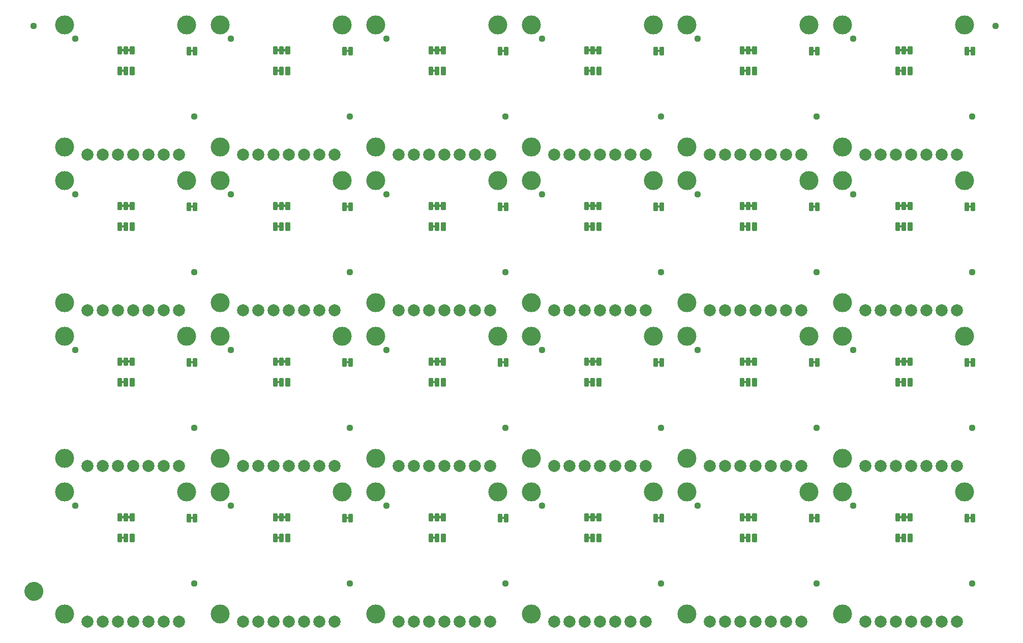
<source format=gbs>
G04 EAGLE Gerber RS-274X export*
G75*
%MOMM*%
%FSLAX34Y34*%
%LPD*%
%INSoldermask Bottom*%
%IPPOS*%
%AMOC8*
5,1,8,0,0,1.08239X$1,22.5*%
G01*
%ADD10C,3.175000*%
%ADD11C,0.228344*%
%ADD12C,1.127000*%
%ADD13C,2.006600*%
%ADD14C,1.270000*%
%ADD15C,1.627000*%

G36*
X1419290Y668667D02*
X1419290Y668667D01*
X1419356Y668669D01*
X1419399Y668687D01*
X1419446Y668695D01*
X1419503Y668729D01*
X1419563Y668754D01*
X1419598Y668785D01*
X1419639Y668810D01*
X1419681Y668861D01*
X1419729Y668905D01*
X1419751Y668947D01*
X1419780Y668984D01*
X1419801Y669046D01*
X1419832Y669105D01*
X1419840Y669159D01*
X1419852Y669196D01*
X1419851Y669236D01*
X1419859Y669290D01*
X1419859Y671830D01*
X1419848Y671895D01*
X1419846Y671961D01*
X1419828Y672004D01*
X1419820Y672051D01*
X1419786Y672108D01*
X1419761Y672168D01*
X1419730Y672203D01*
X1419705Y672244D01*
X1419654Y672286D01*
X1419610Y672334D01*
X1419568Y672356D01*
X1419531Y672385D01*
X1419469Y672406D01*
X1419410Y672437D01*
X1419356Y672445D01*
X1419319Y672457D01*
X1419279Y672456D01*
X1419225Y672464D01*
X1415415Y672464D01*
X1415350Y672453D01*
X1415284Y672451D01*
X1415241Y672433D01*
X1415194Y672425D01*
X1415137Y672391D01*
X1415077Y672366D01*
X1415042Y672335D01*
X1415001Y672310D01*
X1414960Y672259D01*
X1414911Y672215D01*
X1414889Y672173D01*
X1414860Y672136D01*
X1414839Y672074D01*
X1414808Y672015D01*
X1414800Y671961D01*
X1414788Y671924D01*
X1414788Y671921D01*
X1414789Y671884D01*
X1414781Y671830D01*
X1414781Y669290D01*
X1414792Y669225D01*
X1414794Y669159D01*
X1414812Y669116D01*
X1414820Y669069D01*
X1414854Y669012D01*
X1414879Y668952D01*
X1414910Y668917D01*
X1414935Y668876D01*
X1414986Y668835D01*
X1415030Y668786D01*
X1415072Y668764D01*
X1415109Y668735D01*
X1415171Y668714D01*
X1415230Y668683D01*
X1415284Y668675D01*
X1415321Y668663D01*
X1415361Y668664D01*
X1415415Y668656D01*
X1419225Y668656D01*
X1419290Y668667D01*
G37*
G36*
X1160210Y668667D02*
X1160210Y668667D01*
X1160276Y668669D01*
X1160319Y668687D01*
X1160366Y668695D01*
X1160423Y668729D01*
X1160483Y668754D01*
X1160518Y668785D01*
X1160559Y668810D01*
X1160601Y668861D01*
X1160649Y668905D01*
X1160671Y668947D01*
X1160700Y668984D01*
X1160721Y669046D01*
X1160752Y669105D01*
X1160760Y669159D01*
X1160772Y669196D01*
X1160771Y669236D01*
X1160779Y669290D01*
X1160779Y671830D01*
X1160768Y671895D01*
X1160766Y671961D01*
X1160748Y672004D01*
X1160740Y672051D01*
X1160706Y672108D01*
X1160681Y672168D01*
X1160650Y672203D01*
X1160625Y672244D01*
X1160574Y672286D01*
X1160530Y672334D01*
X1160488Y672356D01*
X1160451Y672385D01*
X1160389Y672406D01*
X1160330Y672437D01*
X1160276Y672445D01*
X1160239Y672457D01*
X1160199Y672456D01*
X1160145Y672464D01*
X1156335Y672464D01*
X1156270Y672453D01*
X1156204Y672451D01*
X1156161Y672433D01*
X1156114Y672425D01*
X1156057Y672391D01*
X1155997Y672366D01*
X1155962Y672335D01*
X1155921Y672310D01*
X1155880Y672259D01*
X1155831Y672215D01*
X1155809Y672173D01*
X1155780Y672136D01*
X1155759Y672074D01*
X1155728Y672015D01*
X1155720Y671961D01*
X1155708Y671924D01*
X1155708Y671921D01*
X1155709Y671884D01*
X1155701Y671830D01*
X1155701Y669290D01*
X1155712Y669225D01*
X1155714Y669159D01*
X1155732Y669116D01*
X1155740Y669069D01*
X1155774Y669012D01*
X1155799Y668952D01*
X1155830Y668917D01*
X1155855Y668876D01*
X1155906Y668835D01*
X1155950Y668786D01*
X1155992Y668764D01*
X1156029Y668735D01*
X1156091Y668714D01*
X1156150Y668683D01*
X1156204Y668675D01*
X1156241Y668663D01*
X1156281Y668664D01*
X1156335Y668656D01*
X1160145Y668656D01*
X1160210Y668667D01*
G37*
G36*
X123890Y668667D02*
X123890Y668667D01*
X123956Y668669D01*
X123999Y668687D01*
X124046Y668695D01*
X124103Y668729D01*
X124163Y668754D01*
X124198Y668785D01*
X124239Y668810D01*
X124281Y668861D01*
X124329Y668905D01*
X124351Y668947D01*
X124380Y668984D01*
X124401Y669046D01*
X124432Y669105D01*
X124440Y669159D01*
X124452Y669196D01*
X124451Y669236D01*
X124459Y669290D01*
X124459Y671830D01*
X124448Y671895D01*
X124446Y671961D01*
X124428Y672004D01*
X124420Y672051D01*
X124386Y672108D01*
X124361Y672168D01*
X124330Y672203D01*
X124305Y672244D01*
X124254Y672286D01*
X124210Y672334D01*
X124168Y672356D01*
X124131Y672385D01*
X124069Y672406D01*
X124010Y672437D01*
X123956Y672445D01*
X123919Y672457D01*
X123879Y672456D01*
X123825Y672464D01*
X120015Y672464D01*
X119950Y672453D01*
X119884Y672451D01*
X119841Y672433D01*
X119794Y672425D01*
X119737Y672391D01*
X119677Y672366D01*
X119642Y672335D01*
X119601Y672310D01*
X119560Y672259D01*
X119511Y672215D01*
X119489Y672173D01*
X119460Y672136D01*
X119439Y672074D01*
X119408Y672015D01*
X119400Y671961D01*
X119388Y671924D01*
X119388Y671921D01*
X119389Y671884D01*
X119381Y671830D01*
X119381Y669290D01*
X119392Y669225D01*
X119394Y669159D01*
X119412Y669116D01*
X119420Y669069D01*
X119454Y669012D01*
X119479Y668952D01*
X119510Y668917D01*
X119535Y668876D01*
X119586Y668835D01*
X119630Y668786D01*
X119672Y668764D01*
X119709Y668735D01*
X119771Y668714D01*
X119830Y668683D01*
X119884Y668675D01*
X119921Y668663D01*
X119961Y668664D01*
X120015Y668656D01*
X123825Y668656D01*
X123890Y668667D01*
G37*
G36*
X901130Y668667D02*
X901130Y668667D01*
X901196Y668669D01*
X901239Y668687D01*
X901286Y668695D01*
X901343Y668729D01*
X901403Y668754D01*
X901438Y668785D01*
X901479Y668810D01*
X901521Y668861D01*
X901569Y668905D01*
X901591Y668947D01*
X901620Y668984D01*
X901641Y669046D01*
X901672Y669105D01*
X901680Y669159D01*
X901692Y669196D01*
X901691Y669236D01*
X901699Y669290D01*
X901699Y671830D01*
X901688Y671895D01*
X901686Y671961D01*
X901668Y672004D01*
X901660Y672051D01*
X901626Y672108D01*
X901601Y672168D01*
X901570Y672203D01*
X901545Y672244D01*
X901494Y672286D01*
X901450Y672334D01*
X901408Y672356D01*
X901371Y672385D01*
X901309Y672406D01*
X901250Y672437D01*
X901196Y672445D01*
X901159Y672457D01*
X901119Y672456D01*
X901065Y672464D01*
X897255Y672464D01*
X897190Y672453D01*
X897124Y672451D01*
X897081Y672433D01*
X897034Y672425D01*
X896977Y672391D01*
X896917Y672366D01*
X896882Y672335D01*
X896841Y672310D01*
X896800Y672259D01*
X896751Y672215D01*
X896729Y672173D01*
X896700Y672136D01*
X896679Y672074D01*
X896648Y672015D01*
X896640Y671961D01*
X896628Y671924D01*
X896628Y671921D01*
X896629Y671884D01*
X896621Y671830D01*
X896621Y669290D01*
X896632Y669225D01*
X896634Y669159D01*
X896652Y669116D01*
X896660Y669069D01*
X896694Y669012D01*
X896719Y668952D01*
X896750Y668917D01*
X896775Y668876D01*
X896826Y668835D01*
X896870Y668786D01*
X896912Y668764D01*
X896949Y668735D01*
X897011Y668714D01*
X897070Y668683D01*
X897124Y668675D01*
X897161Y668663D01*
X897201Y668664D01*
X897255Y668656D01*
X901065Y668656D01*
X901130Y668667D01*
G37*
G36*
X382970Y668667D02*
X382970Y668667D01*
X383036Y668669D01*
X383079Y668687D01*
X383126Y668695D01*
X383183Y668729D01*
X383243Y668754D01*
X383278Y668785D01*
X383319Y668810D01*
X383361Y668861D01*
X383409Y668905D01*
X383431Y668947D01*
X383460Y668984D01*
X383481Y669046D01*
X383512Y669105D01*
X383520Y669159D01*
X383532Y669196D01*
X383531Y669236D01*
X383539Y669290D01*
X383539Y671830D01*
X383528Y671895D01*
X383526Y671961D01*
X383508Y672004D01*
X383500Y672051D01*
X383466Y672108D01*
X383441Y672168D01*
X383410Y672203D01*
X383385Y672244D01*
X383334Y672286D01*
X383290Y672334D01*
X383248Y672356D01*
X383211Y672385D01*
X383149Y672406D01*
X383090Y672437D01*
X383036Y672445D01*
X382999Y672457D01*
X382959Y672456D01*
X382905Y672464D01*
X379095Y672464D01*
X379030Y672453D01*
X378964Y672451D01*
X378921Y672433D01*
X378874Y672425D01*
X378817Y672391D01*
X378757Y672366D01*
X378722Y672335D01*
X378681Y672310D01*
X378640Y672259D01*
X378591Y672215D01*
X378569Y672173D01*
X378540Y672136D01*
X378519Y672074D01*
X378488Y672015D01*
X378480Y671961D01*
X378468Y671924D01*
X378468Y671921D01*
X378469Y671884D01*
X378461Y671830D01*
X378461Y669290D01*
X378472Y669225D01*
X378474Y669159D01*
X378492Y669116D01*
X378500Y669069D01*
X378534Y669012D01*
X378559Y668952D01*
X378590Y668917D01*
X378615Y668876D01*
X378666Y668835D01*
X378710Y668786D01*
X378752Y668764D01*
X378789Y668735D01*
X378851Y668714D01*
X378910Y668683D01*
X378964Y668675D01*
X379001Y668663D01*
X379041Y668664D01*
X379095Y668656D01*
X382905Y668656D01*
X382970Y668667D01*
G37*
G36*
X642050Y668667D02*
X642050Y668667D01*
X642116Y668669D01*
X642159Y668687D01*
X642206Y668695D01*
X642263Y668729D01*
X642323Y668754D01*
X642358Y668785D01*
X642399Y668810D01*
X642441Y668861D01*
X642489Y668905D01*
X642511Y668947D01*
X642540Y668984D01*
X642561Y669046D01*
X642592Y669105D01*
X642600Y669159D01*
X642612Y669196D01*
X642611Y669236D01*
X642619Y669290D01*
X642619Y671830D01*
X642608Y671895D01*
X642606Y671961D01*
X642588Y672004D01*
X642580Y672051D01*
X642546Y672108D01*
X642521Y672168D01*
X642490Y672203D01*
X642465Y672244D01*
X642414Y672286D01*
X642370Y672334D01*
X642328Y672356D01*
X642291Y672385D01*
X642229Y672406D01*
X642170Y672437D01*
X642116Y672445D01*
X642079Y672457D01*
X642039Y672456D01*
X641985Y672464D01*
X638175Y672464D01*
X638110Y672453D01*
X638044Y672451D01*
X638001Y672433D01*
X637954Y672425D01*
X637897Y672391D01*
X637837Y672366D01*
X637802Y672335D01*
X637761Y672310D01*
X637720Y672259D01*
X637671Y672215D01*
X637649Y672173D01*
X637620Y672136D01*
X637599Y672074D01*
X637568Y672015D01*
X637560Y671961D01*
X637548Y671924D01*
X637548Y671921D01*
X637549Y671884D01*
X637541Y671830D01*
X637541Y669290D01*
X637552Y669225D01*
X637554Y669159D01*
X637572Y669116D01*
X637580Y669069D01*
X637614Y669012D01*
X637639Y668952D01*
X637670Y668917D01*
X637695Y668876D01*
X637746Y668835D01*
X637790Y668786D01*
X637832Y668764D01*
X637869Y668735D01*
X637931Y668714D01*
X637990Y668683D01*
X638044Y668675D01*
X638081Y668663D01*
X638121Y668664D01*
X638175Y668656D01*
X641985Y668656D01*
X642050Y668667D01*
G37*
G36*
X382970Y962037D02*
X382970Y962037D01*
X383036Y962039D01*
X383079Y962057D01*
X383126Y962065D01*
X383183Y962099D01*
X383243Y962124D01*
X383278Y962155D01*
X383319Y962180D01*
X383361Y962231D01*
X383409Y962275D01*
X383431Y962317D01*
X383460Y962354D01*
X383481Y962416D01*
X383512Y962475D01*
X383520Y962529D01*
X383532Y962566D01*
X383531Y962606D01*
X383539Y962660D01*
X383539Y965200D01*
X383528Y965265D01*
X383526Y965331D01*
X383508Y965374D01*
X383500Y965421D01*
X383466Y965478D01*
X383441Y965538D01*
X383410Y965573D01*
X383385Y965614D01*
X383334Y965656D01*
X383290Y965704D01*
X383248Y965726D01*
X383211Y965755D01*
X383149Y965776D01*
X383090Y965807D01*
X383036Y965815D01*
X382999Y965827D01*
X382959Y965826D01*
X382905Y965834D01*
X379095Y965834D01*
X379030Y965823D01*
X378964Y965821D01*
X378921Y965803D01*
X378874Y965795D01*
X378817Y965761D01*
X378757Y965736D01*
X378722Y965705D01*
X378681Y965680D01*
X378640Y965629D01*
X378591Y965585D01*
X378569Y965543D01*
X378540Y965506D01*
X378519Y965444D01*
X378488Y965385D01*
X378480Y965331D01*
X378468Y965294D01*
X378468Y965291D01*
X378469Y965254D01*
X378461Y965200D01*
X378461Y962660D01*
X378472Y962595D01*
X378474Y962529D01*
X378492Y962486D01*
X378500Y962439D01*
X378534Y962382D01*
X378559Y962322D01*
X378590Y962287D01*
X378615Y962246D01*
X378666Y962205D01*
X378710Y962156D01*
X378752Y962134D01*
X378789Y962105D01*
X378851Y962084D01*
X378910Y962053D01*
X378964Y962045D01*
X379001Y962033D01*
X379041Y962034D01*
X379095Y962026D01*
X382905Y962026D01*
X382970Y962037D01*
G37*
G36*
X1429450Y962037D02*
X1429450Y962037D01*
X1429516Y962039D01*
X1429559Y962057D01*
X1429606Y962065D01*
X1429663Y962099D01*
X1429723Y962124D01*
X1429758Y962155D01*
X1429799Y962180D01*
X1429841Y962231D01*
X1429889Y962275D01*
X1429911Y962317D01*
X1429940Y962354D01*
X1429961Y962416D01*
X1429992Y962475D01*
X1430000Y962529D01*
X1430012Y962566D01*
X1430011Y962606D01*
X1430019Y962660D01*
X1430019Y965200D01*
X1430008Y965265D01*
X1430006Y965331D01*
X1429988Y965374D01*
X1429980Y965421D01*
X1429946Y965478D01*
X1429921Y965538D01*
X1429890Y965573D01*
X1429865Y965614D01*
X1429814Y965656D01*
X1429770Y965704D01*
X1429728Y965726D01*
X1429691Y965755D01*
X1429629Y965776D01*
X1429570Y965807D01*
X1429516Y965815D01*
X1429479Y965827D01*
X1429439Y965826D01*
X1429385Y965834D01*
X1425575Y965834D01*
X1425510Y965823D01*
X1425444Y965821D01*
X1425401Y965803D01*
X1425354Y965795D01*
X1425297Y965761D01*
X1425237Y965736D01*
X1425202Y965705D01*
X1425161Y965680D01*
X1425120Y965629D01*
X1425071Y965585D01*
X1425049Y965543D01*
X1425020Y965506D01*
X1424999Y965444D01*
X1424968Y965385D01*
X1424960Y965331D01*
X1424948Y965294D01*
X1424948Y965291D01*
X1424949Y965254D01*
X1424941Y965200D01*
X1424941Y962660D01*
X1424952Y962595D01*
X1424954Y962529D01*
X1424972Y962486D01*
X1424980Y962439D01*
X1425014Y962382D01*
X1425039Y962322D01*
X1425070Y962287D01*
X1425095Y962246D01*
X1425146Y962205D01*
X1425190Y962156D01*
X1425232Y962134D01*
X1425269Y962105D01*
X1425331Y962084D01*
X1425390Y962053D01*
X1425444Y962045D01*
X1425481Y962033D01*
X1425521Y962034D01*
X1425575Y962026D01*
X1429385Y962026D01*
X1429450Y962037D01*
G37*
G36*
X901130Y962037D02*
X901130Y962037D01*
X901196Y962039D01*
X901239Y962057D01*
X901286Y962065D01*
X901343Y962099D01*
X901403Y962124D01*
X901438Y962155D01*
X901479Y962180D01*
X901521Y962231D01*
X901569Y962275D01*
X901591Y962317D01*
X901620Y962354D01*
X901641Y962416D01*
X901672Y962475D01*
X901680Y962529D01*
X901692Y962566D01*
X901691Y962606D01*
X901699Y962660D01*
X901699Y965200D01*
X901688Y965265D01*
X901686Y965331D01*
X901668Y965374D01*
X901660Y965421D01*
X901626Y965478D01*
X901601Y965538D01*
X901570Y965573D01*
X901545Y965614D01*
X901494Y965656D01*
X901450Y965704D01*
X901408Y965726D01*
X901371Y965755D01*
X901309Y965776D01*
X901250Y965807D01*
X901196Y965815D01*
X901159Y965827D01*
X901119Y965826D01*
X901065Y965834D01*
X897255Y965834D01*
X897190Y965823D01*
X897124Y965821D01*
X897081Y965803D01*
X897034Y965795D01*
X896977Y965761D01*
X896917Y965736D01*
X896882Y965705D01*
X896841Y965680D01*
X896800Y965629D01*
X896751Y965585D01*
X896729Y965543D01*
X896700Y965506D01*
X896679Y965444D01*
X896648Y965385D01*
X896640Y965331D01*
X896628Y965294D01*
X896628Y965291D01*
X896629Y965254D01*
X896621Y965200D01*
X896621Y962660D01*
X896632Y962595D01*
X896634Y962529D01*
X896652Y962486D01*
X896660Y962439D01*
X896694Y962382D01*
X896719Y962322D01*
X896750Y962287D01*
X896775Y962246D01*
X896826Y962205D01*
X896870Y962156D01*
X896912Y962134D01*
X896949Y962105D01*
X897011Y962084D01*
X897070Y962053D01*
X897124Y962045D01*
X897161Y962033D01*
X897201Y962034D01*
X897255Y962026D01*
X901065Y962026D01*
X901130Y962037D01*
G37*
G36*
X393130Y962037D02*
X393130Y962037D01*
X393196Y962039D01*
X393239Y962057D01*
X393286Y962065D01*
X393343Y962099D01*
X393403Y962124D01*
X393438Y962155D01*
X393479Y962180D01*
X393521Y962231D01*
X393569Y962275D01*
X393591Y962317D01*
X393620Y962354D01*
X393641Y962416D01*
X393672Y962475D01*
X393680Y962529D01*
X393692Y962566D01*
X393691Y962606D01*
X393699Y962660D01*
X393699Y965200D01*
X393688Y965265D01*
X393686Y965331D01*
X393668Y965374D01*
X393660Y965421D01*
X393626Y965478D01*
X393601Y965538D01*
X393570Y965573D01*
X393545Y965614D01*
X393494Y965656D01*
X393450Y965704D01*
X393408Y965726D01*
X393371Y965755D01*
X393309Y965776D01*
X393250Y965807D01*
X393196Y965815D01*
X393159Y965827D01*
X393119Y965826D01*
X393065Y965834D01*
X389255Y965834D01*
X389190Y965823D01*
X389124Y965821D01*
X389081Y965803D01*
X389034Y965795D01*
X388977Y965761D01*
X388917Y965736D01*
X388882Y965705D01*
X388841Y965680D01*
X388800Y965629D01*
X388751Y965585D01*
X388729Y965543D01*
X388700Y965506D01*
X388679Y965444D01*
X388648Y965385D01*
X388640Y965331D01*
X388628Y965294D01*
X388628Y965291D01*
X388629Y965254D01*
X388621Y965200D01*
X388621Y962660D01*
X388632Y962595D01*
X388634Y962529D01*
X388652Y962486D01*
X388660Y962439D01*
X388694Y962382D01*
X388719Y962322D01*
X388750Y962287D01*
X388775Y962246D01*
X388826Y962205D01*
X388870Y962156D01*
X388912Y962134D01*
X388949Y962105D01*
X389011Y962084D01*
X389070Y962053D01*
X389124Y962045D01*
X389161Y962033D01*
X389201Y962034D01*
X389255Y962026D01*
X393065Y962026D01*
X393130Y962037D01*
G37*
G36*
X911290Y962037D02*
X911290Y962037D01*
X911356Y962039D01*
X911399Y962057D01*
X911446Y962065D01*
X911503Y962099D01*
X911563Y962124D01*
X911598Y962155D01*
X911639Y962180D01*
X911681Y962231D01*
X911729Y962275D01*
X911751Y962317D01*
X911780Y962354D01*
X911801Y962416D01*
X911832Y962475D01*
X911840Y962529D01*
X911852Y962566D01*
X911851Y962606D01*
X911859Y962660D01*
X911859Y965200D01*
X911848Y965265D01*
X911846Y965331D01*
X911828Y965374D01*
X911820Y965421D01*
X911786Y965478D01*
X911761Y965538D01*
X911730Y965573D01*
X911705Y965614D01*
X911654Y965656D01*
X911610Y965704D01*
X911568Y965726D01*
X911531Y965755D01*
X911469Y965776D01*
X911410Y965807D01*
X911356Y965815D01*
X911319Y965827D01*
X911279Y965826D01*
X911225Y965834D01*
X907415Y965834D01*
X907350Y965823D01*
X907284Y965821D01*
X907241Y965803D01*
X907194Y965795D01*
X907137Y965761D01*
X907077Y965736D01*
X907042Y965705D01*
X907001Y965680D01*
X906960Y965629D01*
X906911Y965585D01*
X906889Y965543D01*
X906860Y965506D01*
X906839Y965444D01*
X906808Y965385D01*
X906800Y965331D01*
X906788Y965294D01*
X906788Y965291D01*
X906789Y965254D01*
X906781Y965200D01*
X906781Y962660D01*
X906792Y962595D01*
X906794Y962529D01*
X906812Y962486D01*
X906820Y962439D01*
X906854Y962382D01*
X906879Y962322D01*
X906910Y962287D01*
X906935Y962246D01*
X906986Y962205D01*
X907030Y962156D01*
X907072Y962134D01*
X907109Y962105D01*
X907171Y962084D01*
X907230Y962053D01*
X907284Y962045D01*
X907321Y962033D01*
X907361Y962034D01*
X907415Y962026D01*
X911225Y962026D01*
X911290Y962037D01*
G37*
G36*
X642050Y962037D02*
X642050Y962037D01*
X642116Y962039D01*
X642159Y962057D01*
X642206Y962065D01*
X642263Y962099D01*
X642323Y962124D01*
X642358Y962155D01*
X642399Y962180D01*
X642441Y962231D01*
X642489Y962275D01*
X642511Y962317D01*
X642540Y962354D01*
X642561Y962416D01*
X642592Y962475D01*
X642600Y962529D01*
X642612Y962566D01*
X642611Y962606D01*
X642619Y962660D01*
X642619Y965200D01*
X642608Y965265D01*
X642606Y965331D01*
X642588Y965374D01*
X642580Y965421D01*
X642546Y965478D01*
X642521Y965538D01*
X642490Y965573D01*
X642465Y965614D01*
X642414Y965656D01*
X642370Y965704D01*
X642328Y965726D01*
X642291Y965755D01*
X642229Y965776D01*
X642170Y965807D01*
X642116Y965815D01*
X642079Y965827D01*
X642039Y965826D01*
X641985Y965834D01*
X638175Y965834D01*
X638110Y965823D01*
X638044Y965821D01*
X638001Y965803D01*
X637954Y965795D01*
X637897Y965761D01*
X637837Y965736D01*
X637802Y965705D01*
X637761Y965680D01*
X637720Y965629D01*
X637671Y965585D01*
X637649Y965543D01*
X637620Y965506D01*
X637599Y965444D01*
X637568Y965385D01*
X637560Y965331D01*
X637548Y965294D01*
X637548Y965291D01*
X637549Y965254D01*
X637541Y965200D01*
X637541Y962660D01*
X637552Y962595D01*
X637554Y962529D01*
X637572Y962486D01*
X637580Y962439D01*
X637614Y962382D01*
X637639Y962322D01*
X637670Y962287D01*
X637695Y962246D01*
X637746Y962205D01*
X637790Y962156D01*
X637832Y962134D01*
X637869Y962105D01*
X637931Y962084D01*
X637990Y962053D01*
X638044Y962045D01*
X638081Y962033D01*
X638121Y962034D01*
X638175Y962026D01*
X641985Y962026D01*
X642050Y962037D01*
G37*
G36*
X652210Y962037D02*
X652210Y962037D01*
X652276Y962039D01*
X652319Y962057D01*
X652366Y962065D01*
X652423Y962099D01*
X652483Y962124D01*
X652518Y962155D01*
X652559Y962180D01*
X652601Y962231D01*
X652649Y962275D01*
X652671Y962317D01*
X652700Y962354D01*
X652721Y962416D01*
X652752Y962475D01*
X652760Y962529D01*
X652772Y962566D01*
X652771Y962606D01*
X652779Y962660D01*
X652779Y965200D01*
X652768Y965265D01*
X652766Y965331D01*
X652748Y965374D01*
X652740Y965421D01*
X652706Y965478D01*
X652681Y965538D01*
X652650Y965573D01*
X652625Y965614D01*
X652574Y965656D01*
X652530Y965704D01*
X652488Y965726D01*
X652451Y965755D01*
X652389Y965776D01*
X652330Y965807D01*
X652276Y965815D01*
X652239Y965827D01*
X652199Y965826D01*
X652145Y965834D01*
X648335Y965834D01*
X648270Y965823D01*
X648204Y965821D01*
X648161Y965803D01*
X648114Y965795D01*
X648057Y965761D01*
X647997Y965736D01*
X647962Y965705D01*
X647921Y965680D01*
X647880Y965629D01*
X647831Y965585D01*
X647809Y965543D01*
X647780Y965506D01*
X647759Y965444D01*
X647728Y965385D01*
X647720Y965331D01*
X647708Y965294D01*
X647708Y965291D01*
X647709Y965254D01*
X647701Y965200D01*
X647701Y962660D01*
X647712Y962595D01*
X647714Y962529D01*
X647732Y962486D01*
X647740Y962439D01*
X647774Y962382D01*
X647799Y962322D01*
X647830Y962287D01*
X647855Y962246D01*
X647906Y962205D01*
X647950Y962156D01*
X647992Y962134D01*
X648029Y962105D01*
X648091Y962084D01*
X648150Y962053D01*
X648204Y962045D01*
X648241Y962033D01*
X648281Y962034D01*
X648335Y962026D01*
X652145Y962026D01*
X652210Y962037D01*
G37*
G36*
X1419290Y962037D02*
X1419290Y962037D01*
X1419356Y962039D01*
X1419399Y962057D01*
X1419446Y962065D01*
X1419503Y962099D01*
X1419563Y962124D01*
X1419598Y962155D01*
X1419639Y962180D01*
X1419681Y962231D01*
X1419729Y962275D01*
X1419751Y962317D01*
X1419780Y962354D01*
X1419801Y962416D01*
X1419832Y962475D01*
X1419840Y962529D01*
X1419852Y962566D01*
X1419851Y962606D01*
X1419859Y962660D01*
X1419859Y965200D01*
X1419848Y965265D01*
X1419846Y965331D01*
X1419828Y965374D01*
X1419820Y965421D01*
X1419786Y965478D01*
X1419761Y965538D01*
X1419730Y965573D01*
X1419705Y965614D01*
X1419654Y965656D01*
X1419610Y965704D01*
X1419568Y965726D01*
X1419531Y965755D01*
X1419469Y965776D01*
X1419410Y965807D01*
X1419356Y965815D01*
X1419319Y965827D01*
X1419279Y965826D01*
X1419225Y965834D01*
X1415415Y965834D01*
X1415350Y965823D01*
X1415284Y965821D01*
X1415241Y965803D01*
X1415194Y965795D01*
X1415137Y965761D01*
X1415077Y965736D01*
X1415042Y965705D01*
X1415001Y965680D01*
X1414960Y965629D01*
X1414911Y965585D01*
X1414889Y965543D01*
X1414860Y965506D01*
X1414839Y965444D01*
X1414808Y965385D01*
X1414800Y965331D01*
X1414788Y965294D01*
X1414788Y965291D01*
X1414789Y965254D01*
X1414781Y965200D01*
X1414781Y962660D01*
X1414792Y962595D01*
X1414794Y962529D01*
X1414812Y962486D01*
X1414820Y962439D01*
X1414854Y962382D01*
X1414879Y962322D01*
X1414910Y962287D01*
X1414935Y962246D01*
X1414986Y962205D01*
X1415030Y962156D01*
X1415072Y962134D01*
X1415109Y962105D01*
X1415171Y962084D01*
X1415230Y962053D01*
X1415284Y962045D01*
X1415321Y962033D01*
X1415361Y962034D01*
X1415415Y962026D01*
X1419225Y962026D01*
X1419290Y962037D01*
G37*
G36*
X134050Y962037D02*
X134050Y962037D01*
X134116Y962039D01*
X134159Y962057D01*
X134206Y962065D01*
X134263Y962099D01*
X134323Y962124D01*
X134358Y962155D01*
X134399Y962180D01*
X134441Y962231D01*
X134489Y962275D01*
X134511Y962317D01*
X134540Y962354D01*
X134561Y962416D01*
X134592Y962475D01*
X134600Y962529D01*
X134612Y962566D01*
X134611Y962606D01*
X134619Y962660D01*
X134619Y965200D01*
X134608Y965265D01*
X134606Y965331D01*
X134588Y965374D01*
X134580Y965421D01*
X134546Y965478D01*
X134521Y965538D01*
X134490Y965573D01*
X134465Y965614D01*
X134414Y965656D01*
X134370Y965704D01*
X134328Y965726D01*
X134291Y965755D01*
X134229Y965776D01*
X134170Y965807D01*
X134116Y965815D01*
X134079Y965827D01*
X134039Y965826D01*
X133985Y965834D01*
X130175Y965834D01*
X130110Y965823D01*
X130044Y965821D01*
X130001Y965803D01*
X129954Y965795D01*
X129897Y965761D01*
X129837Y965736D01*
X129802Y965705D01*
X129761Y965680D01*
X129720Y965629D01*
X129671Y965585D01*
X129649Y965543D01*
X129620Y965506D01*
X129599Y965444D01*
X129568Y965385D01*
X129560Y965331D01*
X129548Y965294D01*
X129548Y965291D01*
X129549Y965254D01*
X129541Y965200D01*
X129541Y962660D01*
X129552Y962595D01*
X129554Y962529D01*
X129572Y962486D01*
X129580Y962439D01*
X129614Y962382D01*
X129639Y962322D01*
X129670Y962287D01*
X129695Y962246D01*
X129746Y962205D01*
X129790Y962156D01*
X129832Y962134D01*
X129869Y962105D01*
X129931Y962084D01*
X129990Y962053D01*
X130044Y962045D01*
X130081Y962033D01*
X130121Y962034D01*
X130175Y962026D01*
X133985Y962026D01*
X134050Y962037D01*
G37*
G36*
X1170370Y962037D02*
X1170370Y962037D01*
X1170436Y962039D01*
X1170479Y962057D01*
X1170526Y962065D01*
X1170583Y962099D01*
X1170643Y962124D01*
X1170678Y962155D01*
X1170719Y962180D01*
X1170761Y962231D01*
X1170809Y962275D01*
X1170831Y962317D01*
X1170860Y962354D01*
X1170881Y962416D01*
X1170912Y962475D01*
X1170920Y962529D01*
X1170932Y962566D01*
X1170931Y962606D01*
X1170939Y962660D01*
X1170939Y965200D01*
X1170928Y965265D01*
X1170926Y965331D01*
X1170908Y965374D01*
X1170900Y965421D01*
X1170866Y965478D01*
X1170841Y965538D01*
X1170810Y965573D01*
X1170785Y965614D01*
X1170734Y965656D01*
X1170690Y965704D01*
X1170648Y965726D01*
X1170611Y965755D01*
X1170549Y965776D01*
X1170490Y965807D01*
X1170436Y965815D01*
X1170399Y965827D01*
X1170359Y965826D01*
X1170305Y965834D01*
X1166495Y965834D01*
X1166430Y965823D01*
X1166364Y965821D01*
X1166321Y965803D01*
X1166274Y965795D01*
X1166217Y965761D01*
X1166157Y965736D01*
X1166122Y965705D01*
X1166081Y965680D01*
X1166040Y965629D01*
X1165991Y965585D01*
X1165969Y965543D01*
X1165940Y965506D01*
X1165919Y965444D01*
X1165888Y965385D01*
X1165880Y965331D01*
X1165868Y965294D01*
X1165868Y965291D01*
X1165869Y965254D01*
X1165861Y965200D01*
X1165861Y962660D01*
X1165872Y962595D01*
X1165874Y962529D01*
X1165892Y962486D01*
X1165900Y962439D01*
X1165934Y962382D01*
X1165959Y962322D01*
X1165990Y962287D01*
X1166015Y962246D01*
X1166066Y962205D01*
X1166110Y962156D01*
X1166152Y962134D01*
X1166189Y962105D01*
X1166251Y962084D01*
X1166310Y962053D01*
X1166364Y962045D01*
X1166401Y962033D01*
X1166441Y962034D01*
X1166495Y962026D01*
X1170305Y962026D01*
X1170370Y962037D01*
G37*
G36*
X123890Y962037D02*
X123890Y962037D01*
X123956Y962039D01*
X123999Y962057D01*
X124046Y962065D01*
X124103Y962099D01*
X124163Y962124D01*
X124198Y962155D01*
X124239Y962180D01*
X124281Y962231D01*
X124329Y962275D01*
X124351Y962317D01*
X124380Y962354D01*
X124401Y962416D01*
X124432Y962475D01*
X124440Y962529D01*
X124452Y962566D01*
X124451Y962606D01*
X124459Y962660D01*
X124459Y965200D01*
X124448Y965265D01*
X124446Y965331D01*
X124428Y965374D01*
X124420Y965421D01*
X124386Y965478D01*
X124361Y965538D01*
X124330Y965573D01*
X124305Y965614D01*
X124254Y965656D01*
X124210Y965704D01*
X124168Y965726D01*
X124131Y965755D01*
X124069Y965776D01*
X124010Y965807D01*
X123956Y965815D01*
X123919Y965827D01*
X123879Y965826D01*
X123825Y965834D01*
X120015Y965834D01*
X119950Y965823D01*
X119884Y965821D01*
X119841Y965803D01*
X119794Y965795D01*
X119737Y965761D01*
X119677Y965736D01*
X119642Y965705D01*
X119601Y965680D01*
X119560Y965629D01*
X119511Y965585D01*
X119489Y965543D01*
X119460Y965506D01*
X119439Y965444D01*
X119408Y965385D01*
X119400Y965331D01*
X119388Y965294D01*
X119388Y965291D01*
X119389Y965254D01*
X119381Y965200D01*
X119381Y962660D01*
X119392Y962595D01*
X119394Y962529D01*
X119412Y962486D01*
X119420Y962439D01*
X119454Y962382D01*
X119479Y962322D01*
X119510Y962287D01*
X119535Y962246D01*
X119586Y962205D01*
X119630Y962156D01*
X119672Y962134D01*
X119709Y962105D01*
X119771Y962084D01*
X119830Y962053D01*
X119884Y962045D01*
X119921Y962033D01*
X119961Y962034D01*
X120015Y962026D01*
X123825Y962026D01*
X123890Y962037D01*
G37*
G36*
X1160210Y962037D02*
X1160210Y962037D01*
X1160276Y962039D01*
X1160319Y962057D01*
X1160366Y962065D01*
X1160423Y962099D01*
X1160483Y962124D01*
X1160518Y962155D01*
X1160559Y962180D01*
X1160601Y962231D01*
X1160649Y962275D01*
X1160671Y962317D01*
X1160700Y962354D01*
X1160721Y962416D01*
X1160752Y962475D01*
X1160760Y962529D01*
X1160772Y962566D01*
X1160771Y962606D01*
X1160779Y962660D01*
X1160779Y965200D01*
X1160768Y965265D01*
X1160766Y965331D01*
X1160748Y965374D01*
X1160740Y965421D01*
X1160706Y965478D01*
X1160681Y965538D01*
X1160650Y965573D01*
X1160625Y965614D01*
X1160574Y965656D01*
X1160530Y965704D01*
X1160488Y965726D01*
X1160451Y965755D01*
X1160389Y965776D01*
X1160330Y965807D01*
X1160276Y965815D01*
X1160239Y965827D01*
X1160199Y965826D01*
X1160145Y965834D01*
X1156335Y965834D01*
X1156270Y965823D01*
X1156204Y965821D01*
X1156161Y965803D01*
X1156114Y965795D01*
X1156057Y965761D01*
X1155997Y965736D01*
X1155962Y965705D01*
X1155921Y965680D01*
X1155880Y965629D01*
X1155831Y965585D01*
X1155809Y965543D01*
X1155780Y965506D01*
X1155759Y965444D01*
X1155728Y965385D01*
X1155720Y965331D01*
X1155708Y965294D01*
X1155708Y965291D01*
X1155709Y965254D01*
X1155701Y965200D01*
X1155701Y962660D01*
X1155712Y962595D01*
X1155714Y962529D01*
X1155732Y962486D01*
X1155740Y962439D01*
X1155774Y962382D01*
X1155799Y962322D01*
X1155830Y962287D01*
X1155855Y962246D01*
X1155906Y962205D01*
X1155950Y962156D01*
X1155992Y962134D01*
X1156029Y962105D01*
X1156091Y962084D01*
X1156150Y962053D01*
X1156204Y962045D01*
X1156241Y962033D01*
X1156281Y962034D01*
X1156335Y962026D01*
X1160145Y962026D01*
X1160210Y962037D01*
G37*
G36*
X238952Y960767D02*
X238952Y960767D01*
X239018Y960769D01*
X239061Y960787D01*
X239108Y960795D01*
X239165Y960829D01*
X239225Y960854D01*
X239260Y960885D01*
X239301Y960910D01*
X239343Y960961D01*
X239391Y961005D01*
X239413Y961047D01*
X239442Y961084D01*
X239463Y961146D01*
X239494Y961205D01*
X239502Y961259D01*
X239514Y961296D01*
X239513Y961336D01*
X239521Y961390D01*
X239521Y963930D01*
X239510Y963995D01*
X239508Y964061D01*
X239490Y964104D01*
X239482Y964151D01*
X239448Y964208D01*
X239423Y964268D01*
X239392Y964303D01*
X239367Y964344D01*
X239316Y964386D01*
X239272Y964434D01*
X239230Y964456D01*
X239193Y964485D01*
X239131Y964506D01*
X239072Y964537D01*
X239018Y964545D01*
X238981Y964557D01*
X238941Y964556D01*
X238887Y964564D01*
X235077Y964564D01*
X235012Y964553D01*
X234946Y964551D01*
X234903Y964533D01*
X234856Y964525D01*
X234799Y964491D01*
X234739Y964466D01*
X234704Y964435D01*
X234663Y964410D01*
X234622Y964359D01*
X234573Y964315D01*
X234551Y964273D01*
X234522Y964236D01*
X234501Y964174D01*
X234470Y964115D01*
X234462Y964061D01*
X234450Y964024D01*
X234450Y964021D01*
X234451Y963984D01*
X234443Y963930D01*
X234443Y961390D01*
X234454Y961325D01*
X234456Y961259D01*
X234474Y961216D01*
X234482Y961169D01*
X234516Y961112D01*
X234541Y961052D01*
X234572Y961017D01*
X234597Y960976D01*
X234648Y960935D01*
X234692Y960886D01*
X234734Y960864D01*
X234771Y960835D01*
X234833Y960814D01*
X234892Y960783D01*
X234946Y960775D01*
X234983Y960763D01*
X235023Y960764D01*
X235077Y960756D01*
X238887Y960756D01*
X238952Y960767D01*
G37*
G36*
X1016192Y960767D02*
X1016192Y960767D01*
X1016258Y960769D01*
X1016301Y960787D01*
X1016348Y960795D01*
X1016405Y960829D01*
X1016465Y960854D01*
X1016500Y960885D01*
X1016541Y960910D01*
X1016583Y960961D01*
X1016631Y961005D01*
X1016653Y961047D01*
X1016682Y961084D01*
X1016703Y961146D01*
X1016734Y961205D01*
X1016742Y961259D01*
X1016754Y961296D01*
X1016753Y961336D01*
X1016761Y961390D01*
X1016761Y963930D01*
X1016750Y963995D01*
X1016748Y964061D01*
X1016730Y964104D01*
X1016722Y964151D01*
X1016688Y964208D01*
X1016663Y964268D01*
X1016632Y964303D01*
X1016607Y964344D01*
X1016556Y964386D01*
X1016512Y964434D01*
X1016470Y964456D01*
X1016433Y964485D01*
X1016371Y964506D01*
X1016312Y964537D01*
X1016258Y964545D01*
X1016221Y964557D01*
X1016181Y964556D01*
X1016127Y964564D01*
X1012317Y964564D01*
X1012252Y964553D01*
X1012186Y964551D01*
X1012143Y964533D01*
X1012096Y964525D01*
X1012039Y964491D01*
X1011979Y964466D01*
X1011944Y964435D01*
X1011903Y964410D01*
X1011862Y964359D01*
X1011813Y964315D01*
X1011791Y964273D01*
X1011762Y964236D01*
X1011741Y964174D01*
X1011710Y964115D01*
X1011702Y964061D01*
X1011690Y964024D01*
X1011690Y964021D01*
X1011691Y963984D01*
X1011683Y963930D01*
X1011683Y961390D01*
X1011694Y961325D01*
X1011696Y961259D01*
X1011714Y961216D01*
X1011722Y961169D01*
X1011756Y961112D01*
X1011781Y961052D01*
X1011812Y961017D01*
X1011837Y960976D01*
X1011888Y960935D01*
X1011932Y960886D01*
X1011974Y960864D01*
X1012011Y960835D01*
X1012073Y960814D01*
X1012132Y960783D01*
X1012186Y960775D01*
X1012223Y960763D01*
X1012263Y960764D01*
X1012317Y960756D01*
X1016127Y960756D01*
X1016192Y960767D01*
G37*
G36*
X1275272Y960767D02*
X1275272Y960767D01*
X1275338Y960769D01*
X1275381Y960787D01*
X1275428Y960795D01*
X1275485Y960829D01*
X1275545Y960854D01*
X1275580Y960885D01*
X1275621Y960910D01*
X1275663Y960961D01*
X1275711Y961005D01*
X1275733Y961047D01*
X1275762Y961084D01*
X1275783Y961146D01*
X1275814Y961205D01*
X1275822Y961259D01*
X1275834Y961296D01*
X1275833Y961336D01*
X1275841Y961390D01*
X1275841Y963930D01*
X1275830Y963995D01*
X1275828Y964061D01*
X1275810Y964104D01*
X1275802Y964151D01*
X1275768Y964208D01*
X1275743Y964268D01*
X1275712Y964303D01*
X1275687Y964344D01*
X1275636Y964386D01*
X1275592Y964434D01*
X1275550Y964456D01*
X1275513Y964485D01*
X1275451Y964506D01*
X1275392Y964537D01*
X1275338Y964545D01*
X1275301Y964557D01*
X1275261Y964556D01*
X1275207Y964564D01*
X1271397Y964564D01*
X1271332Y964553D01*
X1271266Y964551D01*
X1271223Y964533D01*
X1271176Y964525D01*
X1271119Y964491D01*
X1271059Y964466D01*
X1271024Y964435D01*
X1270983Y964410D01*
X1270942Y964359D01*
X1270893Y964315D01*
X1270871Y964273D01*
X1270842Y964236D01*
X1270821Y964174D01*
X1270790Y964115D01*
X1270782Y964061D01*
X1270770Y964024D01*
X1270770Y964021D01*
X1270771Y963984D01*
X1270763Y963930D01*
X1270763Y961390D01*
X1270774Y961325D01*
X1270776Y961259D01*
X1270794Y961216D01*
X1270802Y961169D01*
X1270836Y961112D01*
X1270861Y961052D01*
X1270892Y961017D01*
X1270917Y960976D01*
X1270968Y960935D01*
X1271012Y960886D01*
X1271054Y960864D01*
X1271091Y960835D01*
X1271153Y960814D01*
X1271212Y960783D01*
X1271266Y960775D01*
X1271303Y960763D01*
X1271343Y960764D01*
X1271397Y960756D01*
X1275207Y960756D01*
X1275272Y960767D01*
G37*
G36*
X757112Y960767D02*
X757112Y960767D01*
X757178Y960769D01*
X757221Y960787D01*
X757268Y960795D01*
X757325Y960829D01*
X757385Y960854D01*
X757420Y960885D01*
X757461Y960910D01*
X757503Y960961D01*
X757551Y961005D01*
X757573Y961047D01*
X757602Y961084D01*
X757623Y961146D01*
X757654Y961205D01*
X757662Y961259D01*
X757674Y961296D01*
X757673Y961336D01*
X757681Y961390D01*
X757681Y963930D01*
X757670Y963995D01*
X757668Y964061D01*
X757650Y964104D01*
X757642Y964151D01*
X757608Y964208D01*
X757583Y964268D01*
X757552Y964303D01*
X757527Y964344D01*
X757476Y964386D01*
X757432Y964434D01*
X757390Y964456D01*
X757353Y964485D01*
X757291Y964506D01*
X757232Y964537D01*
X757178Y964545D01*
X757141Y964557D01*
X757101Y964556D01*
X757047Y964564D01*
X753237Y964564D01*
X753172Y964553D01*
X753106Y964551D01*
X753063Y964533D01*
X753016Y964525D01*
X752959Y964491D01*
X752899Y964466D01*
X752864Y964435D01*
X752823Y964410D01*
X752782Y964359D01*
X752733Y964315D01*
X752711Y964273D01*
X752682Y964236D01*
X752661Y964174D01*
X752630Y964115D01*
X752622Y964061D01*
X752610Y964024D01*
X752610Y964021D01*
X752611Y963984D01*
X752603Y963930D01*
X752603Y961390D01*
X752614Y961325D01*
X752616Y961259D01*
X752634Y961216D01*
X752642Y961169D01*
X752676Y961112D01*
X752701Y961052D01*
X752732Y961017D01*
X752757Y960976D01*
X752808Y960935D01*
X752852Y960886D01*
X752894Y960864D01*
X752931Y960835D01*
X752993Y960814D01*
X753052Y960783D01*
X753106Y960775D01*
X753143Y960763D01*
X753183Y960764D01*
X753237Y960756D01*
X757047Y960756D01*
X757112Y960767D01*
G37*
G36*
X1534352Y960767D02*
X1534352Y960767D01*
X1534418Y960769D01*
X1534461Y960787D01*
X1534508Y960795D01*
X1534565Y960829D01*
X1534625Y960854D01*
X1534660Y960885D01*
X1534701Y960910D01*
X1534743Y960961D01*
X1534791Y961005D01*
X1534813Y961047D01*
X1534842Y961084D01*
X1534863Y961146D01*
X1534894Y961205D01*
X1534902Y961259D01*
X1534914Y961296D01*
X1534913Y961336D01*
X1534921Y961390D01*
X1534921Y963930D01*
X1534910Y963995D01*
X1534908Y964061D01*
X1534890Y964104D01*
X1534882Y964151D01*
X1534848Y964208D01*
X1534823Y964268D01*
X1534792Y964303D01*
X1534767Y964344D01*
X1534716Y964386D01*
X1534672Y964434D01*
X1534630Y964456D01*
X1534593Y964485D01*
X1534531Y964506D01*
X1534472Y964537D01*
X1534418Y964545D01*
X1534381Y964557D01*
X1534341Y964556D01*
X1534287Y964564D01*
X1530477Y964564D01*
X1530412Y964553D01*
X1530346Y964551D01*
X1530303Y964533D01*
X1530256Y964525D01*
X1530199Y964491D01*
X1530139Y964466D01*
X1530104Y964435D01*
X1530063Y964410D01*
X1530022Y964359D01*
X1529973Y964315D01*
X1529951Y964273D01*
X1529922Y964236D01*
X1529901Y964174D01*
X1529870Y964115D01*
X1529862Y964061D01*
X1529850Y964024D01*
X1529850Y964021D01*
X1529851Y963984D01*
X1529843Y963930D01*
X1529843Y961390D01*
X1529854Y961325D01*
X1529856Y961259D01*
X1529874Y961216D01*
X1529882Y961169D01*
X1529916Y961112D01*
X1529941Y961052D01*
X1529972Y961017D01*
X1529997Y960976D01*
X1530048Y960935D01*
X1530092Y960886D01*
X1530134Y960864D01*
X1530171Y960835D01*
X1530233Y960814D01*
X1530292Y960783D01*
X1530346Y960775D01*
X1530383Y960763D01*
X1530423Y960764D01*
X1530477Y960756D01*
X1534287Y960756D01*
X1534352Y960767D01*
G37*
G36*
X498032Y960767D02*
X498032Y960767D01*
X498098Y960769D01*
X498141Y960787D01*
X498188Y960795D01*
X498245Y960829D01*
X498305Y960854D01*
X498340Y960885D01*
X498381Y960910D01*
X498423Y960961D01*
X498471Y961005D01*
X498493Y961047D01*
X498522Y961084D01*
X498543Y961146D01*
X498574Y961205D01*
X498582Y961259D01*
X498594Y961296D01*
X498593Y961336D01*
X498601Y961390D01*
X498601Y963930D01*
X498590Y963995D01*
X498588Y964061D01*
X498570Y964104D01*
X498562Y964151D01*
X498528Y964208D01*
X498503Y964268D01*
X498472Y964303D01*
X498447Y964344D01*
X498396Y964386D01*
X498352Y964434D01*
X498310Y964456D01*
X498273Y964485D01*
X498211Y964506D01*
X498152Y964537D01*
X498098Y964545D01*
X498061Y964557D01*
X498021Y964556D01*
X497967Y964564D01*
X494157Y964564D01*
X494092Y964553D01*
X494026Y964551D01*
X493983Y964533D01*
X493936Y964525D01*
X493879Y964491D01*
X493819Y964466D01*
X493784Y964435D01*
X493743Y964410D01*
X493702Y964359D01*
X493653Y964315D01*
X493631Y964273D01*
X493602Y964236D01*
X493581Y964174D01*
X493550Y964115D01*
X493542Y964061D01*
X493530Y964024D01*
X493530Y964021D01*
X493531Y963984D01*
X493523Y963930D01*
X493523Y961390D01*
X493534Y961325D01*
X493536Y961259D01*
X493554Y961216D01*
X493562Y961169D01*
X493596Y961112D01*
X493621Y961052D01*
X493652Y961017D01*
X493677Y960976D01*
X493728Y960935D01*
X493772Y960886D01*
X493814Y960864D01*
X493851Y960835D01*
X493913Y960814D01*
X493972Y960783D01*
X494026Y960775D01*
X494063Y960763D01*
X494103Y960764D01*
X494157Y960756D01*
X497967Y960756D01*
X498032Y960767D01*
G37*
G36*
X123890Y927747D02*
X123890Y927747D01*
X123956Y927749D01*
X123999Y927767D01*
X124046Y927775D01*
X124103Y927809D01*
X124163Y927834D01*
X124198Y927865D01*
X124239Y927890D01*
X124281Y927941D01*
X124329Y927985D01*
X124351Y928027D01*
X124380Y928064D01*
X124401Y928126D01*
X124432Y928185D01*
X124440Y928239D01*
X124452Y928276D01*
X124451Y928316D01*
X124459Y928370D01*
X124459Y930910D01*
X124448Y930975D01*
X124446Y931041D01*
X124428Y931084D01*
X124420Y931131D01*
X124386Y931188D01*
X124361Y931248D01*
X124330Y931283D01*
X124305Y931324D01*
X124254Y931366D01*
X124210Y931414D01*
X124168Y931436D01*
X124131Y931465D01*
X124069Y931486D01*
X124010Y931517D01*
X123956Y931525D01*
X123919Y931537D01*
X123879Y931536D01*
X123825Y931544D01*
X120015Y931544D01*
X119950Y931533D01*
X119884Y931531D01*
X119841Y931513D01*
X119794Y931505D01*
X119737Y931471D01*
X119677Y931446D01*
X119642Y931415D01*
X119601Y931390D01*
X119560Y931339D01*
X119511Y931295D01*
X119489Y931253D01*
X119460Y931216D01*
X119439Y931154D01*
X119408Y931095D01*
X119400Y931041D01*
X119388Y931004D01*
X119388Y931001D01*
X119389Y930964D01*
X119381Y930910D01*
X119381Y928370D01*
X119392Y928305D01*
X119394Y928239D01*
X119412Y928196D01*
X119420Y928149D01*
X119454Y928092D01*
X119479Y928032D01*
X119510Y927997D01*
X119535Y927956D01*
X119586Y927915D01*
X119630Y927866D01*
X119672Y927844D01*
X119709Y927815D01*
X119771Y927794D01*
X119830Y927763D01*
X119884Y927755D01*
X119921Y927743D01*
X119961Y927744D01*
X120015Y927736D01*
X123825Y927736D01*
X123890Y927747D01*
G37*
G36*
X1419290Y927747D02*
X1419290Y927747D01*
X1419356Y927749D01*
X1419399Y927767D01*
X1419446Y927775D01*
X1419503Y927809D01*
X1419563Y927834D01*
X1419598Y927865D01*
X1419639Y927890D01*
X1419681Y927941D01*
X1419729Y927985D01*
X1419751Y928027D01*
X1419780Y928064D01*
X1419801Y928126D01*
X1419832Y928185D01*
X1419840Y928239D01*
X1419852Y928276D01*
X1419851Y928316D01*
X1419859Y928370D01*
X1419859Y930910D01*
X1419848Y930975D01*
X1419846Y931041D01*
X1419828Y931084D01*
X1419820Y931131D01*
X1419786Y931188D01*
X1419761Y931248D01*
X1419730Y931283D01*
X1419705Y931324D01*
X1419654Y931366D01*
X1419610Y931414D01*
X1419568Y931436D01*
X1419531Y931465D01*
X1419469Y931486D01*
X1419410Y931517D01*
X1419356Y931525D01*
X1419319Y931537D01*
X1419279Y931536D01*
X1419225Y931544D01*
X1415415Y931544D01*
X1415350Y931533D01*
X1415284Y931531D01*
X1415241Y931513D01*
X1415194Y931505D01*
X1415137Y931471D01*
X1415077Y931446D01*
X1415042Y931415D01*
X1415001Y931390D01*
X1414960Y931339D01*
X1414911Y931295D01*
X1414889Y931253D01*
X1414860Y931216D01*
X1414839Y931154D01*
X1414808Y931095D01*
X1414800Y931041D01*
X1414788Y931004D01*
X1414788Y931001D01*
X1414789Y930964D01*
X1414781Y930910D01*
X1414781Y928370D01*
X1414792Y928305D01*
X1414794Y928239D01*
X1414812Y928196D01*
X1414820Y928149D01*
X1414854Y928092D01*
X1414879Y928032D01*
X1414910Y927997D01*
X1414935Y927956D01*
X1414986Y927915D01*
X1415030Y927866D01*
X1415072Y927844D01*
X1415109Y927815D01*
X1415171Y927794D01*
X1415230Y927763D01*
X1415284Y927755D01*
X1415321Y927743D01*
X1415361Y927744D01*
X1415415Y927736D01*
X1419225Y927736D01*
X1419290Y927747D01*
G37*
G36*
X642050Y927747D02*
X642050Y927747D01*
X642116Y927749D01*
X642159Y927767D01*
X642206Y927775D01*
X642263Y927809D01*
X642323Y927834D01*
X642358Y927865D01*
X642399Y927890D01*
X642441Y927941D01*
X642489Y927985D01*
X642511Y928027D01*
X642540Y928064D01*
X642561Y928126D01*
X642592Y928185D01*
X642600Y928239D01*
X642612Y928276D01*
X642611Y928316D01*
X642619Y928370D01*
X642619Y930910D01*
X642608Y930975D01*
X642606Y931041D01*
X642588Y931084D01*
X642580Y931131D01*
X642546Y931188D01*
X642521Y931248D01*
X642490Y931283D01*
X642465Y931324D01*
X642414Y931366D01*
X642370Y931414D01*
X642328Y931436D01*
X642291Y931465D01*
X642229Y931486D01*
X642170Y931517D01*
X642116Y931525D01*
X642079Y931537D01*
X642039Y931536D01*
X641985Y931544D01*
X638175Y931544D01*
X638110Y931533D01*
X638044Y931531D01*
X638001Y931513D01*
X637954Y931505D01*
X637897Y931471D01*
X637837Y931446D01*
X637802Y931415D01*
X637761Y931390D01*
X637720Y931339D01*
X637671Y931295D01*
X637649Y931253D01*
X637620Y931216D01*
X637599Y931154D01*
X637568Y931095D01*
X637560Y931041D01*
X637548Y931004D01*
X637548Y931001D01*
X637549Y930964D01*
X637541Y930910D01*
X637541Y928370D01*
X637552Y928305D01*
X637554Y928239D01*
X637572Y928196D01*
X637580Y928149D01*
X637614Y928092D01*
X637639Y928032D01*
X637670Y927997D01*
X637695Y927956D01*
X637746Y927915D01*
X637790Y927866D01*
X637832Y927844D01*
X637869Y927815D01*
X637931Y927794D01*
X637990Y927763D01*
X638044Y927755D01*
X638081Y927743D01*
X638121Y927744D01*
X638175Y927736D01*
X641985Y927736D01*
X642050Y927747D01*
G37*
G36*
X901130Y927747D02*
X901130Y927747D01*
X901196Y927749D01*
X901239Y927767D01*
X901286Y927775D01*
X901343Y927809D01*
X901403Y927834D01*
X901438Y927865D01*
X901479Y927890D01*
X901521Y927941D01*
X901569Y927985D01*
X901591Y928027D01*
X901620Y928064D01*
X901641Y928126D01*
X901672Y928185D01*
X901680Y928239D01*
X901692Y928276D01*
X901691Y928316D01*
X901699Y928370D01*
X901699Y930910D01*
X901688Y930975D01*
X901686Y931041D01*
X901668Y931084D01*
X901660Y931131D01*
X901626Y931188D01*
X901601Y931248D01*
X901570Y931283D01*
X901545Y931324D01*
X901494Y931366D01*
X901450Y931414D01*
X901408Y931436D01*
X901371Y931465D01*
X901309Y931486D01*
X901250Y931517D01*
X901196Y931525D01*
X901159Y931537D01*
X901119Y931536D01*
X901065Y931544D01*
X897255Y931544D01*
X897190Y931533D01*
X897124Y931531D01*
X897081Y931513D01*
X897034Y931505D01*
X896977Y931471D01*
X896917Y931446D01*
X896882Y931415D01*
X896841Y931390D01*
X896800Y931339D01*
X896751Y931295D01*
X896729Y931253D01*
X896700Y931216D01*
X896679Y931154D01*
X896648Y931095D01*
X896640Y931041D01*
X896628Y931004D01*
X896628Y931001D01*
X896629Y930964D01*
X896621Y930910D01*
X896621Y928370D01*
X896632Y928305D01*
X896634Y928239D01*
X896652Y928196D01*
X896660Y928149D01*
X896694Y928092D01*
X896719Y928032D01*
X896750Y927997D01*
X896775Y927956D01*
X896826Y927915D01*
X896870Y927866D01*
X896912Y927844D01*
X896949Y927815D01*
X897011Y927794D01*
X897070Y927763D01*
X897124Y927755D01*
X897161Y927743D01*
X897201Y927744D01*
X897255Y927736D01*
X901065Y927736D01*
X901130Y927747D01*
G37*
G36*
X382970Y927747D02*
X382970Y927747D01*
X383036Y927749D01*
X383079Y927767D01*
X383126Y927775D01*
X383183Y927809D01*
X383243Y927834D01*
X383278Y927865D01*
X383319Y927890D01*
X383361Y927941D01*
X383409Y927985D01*
X383431Y928027D01*
X383460Y928064D01*
X383481Y928126D01*
X383512Y928185D01*
X383520Y928239D01*
X383532Y928276D01*
X383531Y928316D01*
X383539Y928370D01*
X383539Y930910D01*
X383528Y930975D01*
X383526Y931041D01*
X383508Y931084D01*
X383500Y931131D01*
X383466Y931188D01*
X383441Y931248D01*
X383410Y931283D01*
X383385Y931324D01*
X383334Y931366D01*
X383290Y931414D01*
X383248Y931436D01*
X383211Y931465D01*
X383149Y931486D01*
X383090Y931517D01*
X383036Y931525D01*
X382999Y931537D01*
X382959Y931536D01*
X382905Y931544D01*
X379095Y931544D01*
X379030Y931533D01*
X378964Y931531D01*
X378921Y931513D01*
X378874Y931505D01*
X378817Y931471D01*
X378757Y931446D01*
X378722Y931415D01*
X378681Y931390D01*
X378640Y931339D01*
X378591Y931295D01*
X378569Y931253D01*
X378540Y931216D01*
X378519Y931154D01*
X378488Y931095D01*
X378480Y931041D01*
X378468Y931004D01*
X378468Y931001D01*
X378469Y930964D01*
X378461Y930910D01*
X378461Y928370D01*
X378472Y928305D01*
X378474Y928239D01*
X378492Y928196D01*
X378500Y928149D01*
X378534Y928092D01*
X378559Y928032D01*
X378590Y927997D01*
X378615Y927956D01*
X378666Y927915D01*
X378710Y927866D01*
X378752Y927844D01*
X378789Y927815D01*
X378851Y927794D01*
X378910Y927763D01*
X378964Y927755D01*
X379001Y927743D01*
X379041Y927744D01*
X379095Y927736D01*
X382905Y927736D01*
X382970Y927747D01*
G37*
G36*
X1160210Y927747D02*
X1160210Y927747D01*
X1160276Y927749D01*
X1160319Y927767D01*
X1160366Y927775D01*
X1160423Y927809D01*
X1160483Y927834D01*
X1160518Y927865D01*
X1160559Y927890D01*
X1160601Y927941D01*
X1160649Y927985D01*
X1160671Y928027D01*
X1160700Y928064D01*
X1160721Y928126D01*
X1160752Y928185D01*
X1160760Y928239D01*
X1160772Y928276D01*
X1160771Y928316D01*
X1160779Y928370D01*
X1160779Y930910D01*
X1160768Y930975D01*
X1160766Y931041D01*
X1160748Y931084D01*
X1160740Y931131D01*
X1160706Y931188D01*
X1160681Y931248D01*
X1160650Y931283D01*
X1160625Y931324D01*
X1160574Y931366D01*
X1160530Y931414D01*
X1160488Y931436D01*
X1160451Y931465D01*
X1160389Y931486D01*
X1160330Y931517D01*
X1160276Y931525D01*
X1160239Y931537D01*
X1160199Y931536D01*
X1160145Y931544D01*
X1156335Y931544D01*
X1156270Y931533D01*
X1156204Y931531D01*
X1156161Y931513D01*
X1156114Y931505D01*
X1156057Y931471D01*
X1155997Y931446D01*
X1155962Y931415D01*
X1155921Y931390D01*
X1155880Y931339D01*
X1155831Y931295D01*
X1155809Y931253D01*
X1155780Y931216D01*
X1155759Y931154D01*
X1155728Y931095D01*
X1155720Y931041D01*
X1155708Y931004D01*
X1155708Y931001D01*
X1155709Y930964D01*
X1155701Y930910D01*
X1155701Y928370D01*
X1155712Y928305D01*
X1155714Y928239D01*
X1155732Y928196D01*
X1155740Y928149D01*
X1155774Y928092D01*
X1155799Y928032D01*
X1155830Y927997D01*
X1155855Y927956D01*
X1155906Y927915D01*
X1155950Y927866D01*
X1155992Y927844D01*
X1156029Y927815D01*
X1156091Y927794D01*
X1156150Y927763D01*
X1156204Y927755D01*
X1156241Y927743D01*
X1156281Y927744D01*
X1156335Y927736D01*
X1160145Y927736D01*
X1160210Y927747D01*
G37*
G36*
X134050Y702957D02*
X134050Y702957D01*
X134116Y702959D01*
X134159Y702977D01*
X134206Y702985D01*
X134263Y703019D01*
X134323Y703044D01*
X134358Y703075D01*
X134399Y703100D01*
X134441Y703151D01*
X134489Y703195D01*
X134511Y703237D01*
X134540Y703274D01*
X134561Y703336D01*
X134592Y703395D01*
X134600Y703449D01*
X134612Y703486D01*
X134611Y703526D01*
X134619Y703580D01*
X134619Y706120D01*
X134608Y706185D01*
X134606Y706251D01*
X134588Y706294D01*
X134580Y706341D01*
X134546Y706398D01*
X134521Y706458D01*
X134490Y706493D01*
X134465Y706534D01*
X134414Y706576D01*
X134370Y706624D01*
X134328Y706646D01*
X134291Y706675D01*
X134229Y706696D01*
X134170Y706727D01*
X134116Y706735D01*
X134079Y706747D01*
X134039Y706746D01*
X133985Y706754D01*
X130175Y706754D01*
X130110Y706743D01*
X130044Y706741D01*
X130001Y706723D01*
X129954Y706715D01*
X129897Y706681D01*
X129837Y706656D01*
X129802Y706625D01*
X129761Y706600D01*
X129720Y706549D01*
X129671Y706505D01*
X129649Y706463D01*
X129620Y706426D01*
X129599Y706364D01*
X129568Y706305D01*
X129560Y706251D01*
X129548Y706214D01*
X129548Y706211D01*
X129549Y706174D01*
X129541Y706120D01*
X129541Y703580D01*
X129552Y703515D01*
X129554Y703449D01*
X129572Y703406D01*
X129580Y703359D01*
X129614Y703302D01*
X129639Y703242D01*
X129670Y703207D01*
X129695Y703166D01*
X129746Y703125D01*
X129790Y703076D01*
X129832Y703054D01*
X129869Y703025D01*
X129931Y703004D01*
X129990Y702973D01*
X130044Y702965D01*
X130081Y702953D01*
X130121Y702954D01*
X130175Y702946D01*
X133985Y702946D01*
X134050Y702957D01*
G37*
G36*
X1419290Y702957D02*
X1419290Y702957D01*
X1419356Y702959D01*
X1419399Y702977D01*
X1419446Y702985D01*
X1419503Y703019D01*
X1419563Y703044D01*
X1419598Y703075D01*
X1419639Y703100D01*
X1419681Y703151D01*
X1419729Y703195D01*
X1419751Y703237D01*
X1419780Y703274D01*
X1419801Y703336D01*
X1419832Y703395D01*
X1419840Y703449D01*
X1419852Y703486D01*
X1419851Y703526D01*
X1419859Y703580D01*
X1419859Y706120D01*
X1419848Y706185D01*
X1419846Y706251D01*
X1419828Y706294D01*
X1419820Y706341D01*
X1419786Y706398D01*
X1419761Y706458D01*
X1419730Y706493D01*
X1419705Y706534D01*
X1419654Y706576D01*
X1419610Y706624D01*
X1419568Y706646D01*
X1419531Y706675D01*
X1419469Y706696D01*
X1419410Y706727D01*
X1419356Y706735D01*
X1419319Y706747D01*
X1419279Y706746D01*
X1419225Y706754D01*
X1415415Y706754D01*
X1415350Y706743D01*
X1415284Y706741D01*
X1415241Y706723D01*
X1415194Y706715D01*
X1415137Y706681D01*
X1415077Y706656D01*
X1415042Y706625D01*
X1415001Y706600D01*
X1414960Y706549D01*
X1414911Y706505D01*
X1414889Y706463D01*
X1414860Y706426D01*
X1414839Y706364D01*
X1414808Y706305D01*
X1414800Y706251D01*
X1414788Y706214D01*
X1414788Y706211D01*
X1414789Y706174D01*
X1414781Y706120D01*
X1414781Y703580D01*
X1414792Y703515D01*
X1414794Y703449D01*
X1414812Y703406D01*
X1414820Y703359D01*
X1414854Y703302D01*
X1414879Y703242D01*
X1414910Y703207D01*
X1414935Y703166D01*
X1414986Y703125D01*
X1415030Y703076D01*
X1415072Y703054D01*
X1415109Y703025D01*
X1415171Y703004D01*
X1415230Y702973D01*
X1415284Y702965D01*
X1415321Y702953D01*
X1415361Y702954D01*
X1415415Y702946D01*
X1419225Y702946D01*
X1419290Y702957D01*
G37*
G36*
X382970Y702957D02*
X382970Y702957D01*
X383036Y702959D01*
X383079Y702977D01*
X383126Y702985D01*
X383183Y703019D01*
X383243Y703044D01*
X383278Y703075D01*
X383319Y703100D01*
X383361Y703151D01*
X383409Y703195D01*
X383431Y703237D01*
X383460Y703274D01*
X383481Y703336D01*
X383512Y703395D01*
X383520Y703449D01*
X383532Y703486D01*
X383531Y703526D01*
X383539Y703580D01*
X383539Y706120D01*
X383528Y706185D01*
X383526Y706251D01*
X383508Y706294D01*
X383500Y706341D01*
X383466Y706398D01*
X383441Y706458D01*
X383410Y706493D01*
X383385Y706534D01*
X383334Y706576D01*
X383290Y706624D01*
X383248Y706646D01*
X383211Y706675D01*
X383149Y706696D01*
X383090Y706727D01*
X383036Y706735D01*
X382999Y706747D01*
X382959Y706746D01*
X382905Y706754D01*
X379095Y706754D01*
X379030Y706743D01*
X378964Y706741D01*
X378921Y706723D01*
X378874Y706715D01*
X378817Y706681D01*
X378757Y706656D01*
X378722Y706625D01*
X378681Y706600D01*
X378640Y706549D01*
X378591Y706505D01*
X378569Y706463D01*
X378540Y706426D01*
X378519Y706364D01*
X378488Y706305D01*
X378480Y706251D01*
X378468Y706214D01*
X378468Y706211D01*
X378469Y706174D01*
X378461Y706120D01*
X378461Y703580D01*
X378472Y703515D01*
X378474Y703449D01*
X378492Y703406D01*
X378500Y703359D01*
X378534Y703302D01*
X378559Y703242D01*
X378590Y703207D01*
X378615Y703166D01*
X378666Y703125D01*
X378710Y703076D01*
X378752Y703054D01*
X378789Y703025D01*
X378851Y703004D01*
X378910Y702973D01*
X378964Y702965D01*
X379001Y702953D01*
X379041Y702954D01*
X379095Y702946D01*
X382905Y702946D01*
X382970Y702957D01*
G37*
G36*
X1170370Y702957D02*
X1170370Y702957D01*
X1170436Y702959D01*
X1170479Y702977D01*
X1170526Y702985D01*
X1170583Y703019D01*
X1170643Y703044D01*
X1170678Y703075D01*
X1170719Y703100D01*
X1170761Y703151D01*
X1170809Y703195D01*
X1170831Y703237D01*
X1170860Y703274D01*
X1170881Y703336D01*
X1170912Y703395D01*
X1170920Y703449D01*
X1170932Y703486D01*
X1170931Y703526D01*
X1170939Y703580D01*
X1170939Y706120D01*
X1170928Y706185D01*
X1170926Y706251D01*
X1170908Y706294D01*
X1170900Y706341D01*
X1170866Y706398D01*
X1170841Y706458D01*
X1170810Y706493D01*
X1170785Y706534D01*
X1170734Y706576D01*
X1170690Y706624D01*
X1170648Y706646D01*
X1170611Y706675D01*
X1170549Y706696D01*
X1170490Y706727D01*
X1170436Y706735D01*
X1170399Y706747D01*
X1170359Y706746D01*
X1170305Y706754D01*
X1166495Y706754D01*
X1166430Y706743D01*
X1166364Y706741D01*
X1166321Y706723D01*
X1166274Y706715D01*
X1166217Y706681D01*
X1166157Y706656D01*
X1166122Y706625D01*
X1166081Y706600D01*
X1166040Y706549D01*
X1165991Y706505D01*
X1165969Y706463D01*
X1165940Y706426D01*
X1165919Y706364D01*
X1165888Y706305D01*
X1165880Y706251D01*
X1165868Y706214D01*
X1165868Y706211D01*
X1165869Y706174D01*
X1165861Y706120D01*
X1165861Y703580D01*
X1165872Y703515D01*
X1165874Y703449D01*
X1165892Y703406D01*
X1165900Y703359D01*
X1165934Y703302D01*
X1165959Y703242D01*
X1165990Y703207D01*
X1166015Y703166D01*
X1166066Y703125D01*
X1166110Y703076D01*
X1166152Y703054D01*
X1166189Y703025D01*
X1166251Y703004D01*
X1166310Y702973D01*
X1166364Y702965D01*
X1166401Y702953D01*
X1166441Y702954D01*
X1166495Y702946D01*
X1170305Y702946D01*
X1170370Y702957D01*
G37*
G36*
X1429450Y702957D02*
X1429450Y702957D01*
X1429516Y702959D01*
X1429559Y702977D01*
X1429606Y702985D01*
X1429663Y703019D01*
X1429723Y703044D01*
X1429758Y703075D01*
X1429799Y703100D01*
X1429841Y703151D01*
X1429889Y703195D01*
X1429911Y703237D01*
X1429940Y703274D01*
X1429961Y703336D01*
X1429992Y703395D01*
X1430000Y703449D01*
X1430012Y703486D01*
X1430011Y703526D01*
X1430019Y703580D01*
X1430019Y706120D01*
X1430008Y706185D01*
X1430006Y706251D01*
X1429988Y706294D01*
X1429980Y706341D01*
X1429946Y706398D01*
X1429921Y706458D01*
X1429890Y706493D01*
X1429865Y706534D01*
X1429814Y706576D01*
X1429770Y706624D01*
X1429728Y706646D01*
X1429691Y706675D01*
X1429629Y706696D01*
X1429570Y706727D01*
X1429516Y706735D01*
X1429479Y706747D01*
X1429439Y706746D01*
X1429385Y706754D01*
X1425575Y706754D01*
X1425510Y706743D01*
X1425444Y706741D01*
X1425401Y706723D01*
X1425354Y706715D01*
X1425297Y706681D01*
X1425237Y706656D01*
X1425202Y706625D01*
X1425161Y706600D01*
X1425120Y706549D01*
X1425071Y706505D01*
X1425049Y706463D01*
X1425020Y706426D01*
X1424999Y706364D01*
X1424968Y706305D01*
X1424960Y706251D01*
X1424948Y706214D01*
X1424948Y706211D01*
X1424949Y706174D01*
X1424941Y706120D01*
X1424941Y703580D01*
X1424952Y703515D01*
X1424954Y703449D01*
X1424972Y703406D01*
X1424980Y703359D01*
X1425014Y703302D01*
X1425039Y703242D01*
X1425070Y703207D01*
X1425095Y703166D01*
X1425146Y703125D01*
X1425190Y703076D01*
X1425232Y703054D01*
X1425269Y703025D01*
X1425331Y703004D01*
X1425390Y702973D01*
X1425444Y702965D01*
X1425481Y702953D01*
X1425521Y702954D01*
X1425575Y702946D01*
X1429385Y702946D01*
X1429450Y702957D01*
G37*
G36*
X123890Y702957D02*
X123890Y702957D01*
X123956Y702959D01*
X123999Y702977D01*
X124046Y702985D01*
X124103Y703019D01*
X124163Y703044D01*
X124198Y703075D01*
X124239Y703100D01*
X124281Y703151D01*
X124329Y703195D01*
X124351Y703237D01*
X124380Y703274D01*
X124401Y703336D01*
X124432Y703395D01*
X124440Y703449D01*
X124452Y703486D01*
X124451Y703526D01*
X124459Y703580D01*
X124459Y706120D01*
X124448Y706185D01*
X124446Y706251D01*
X124428Y706294D01*
X124420Y706341D01*
X124386Y706398D01*
X124361Y706458D01*
X124330Y706493D01*
X124305Y706534D01*
X124254Y706576D01*
X124210Y706624D01*
X124168Y706646D01*
X124131Y706675D01*
X124069Y706696D01*
X124010Y706727D01*
X123956Y706735D01*
X123919Y706747D01*
X123879Y706746D01*
X123825Y706754D01*
X120015Y706754D01*
X119950Y706743D01*
X119884Y706741D01*
X119841Y706723D01*
X119794Y706715D01*
X119737Y706681D01*
X119677Y706656D01*
X119642Y706625D01*
X119601Y706600D01*
X119560Y706549D01*
X119511Y706505D01*
X119489Y706463D01*
X119460Y706426D01*
X119439Y706364D01*
X119408Y706305D01*
X119400Y706251D01*
X119388Y706214D01*
X119388Y706211D01*
X119389Y706174D01*
X119381Y706120D01*
X119381Y703580D01*
X119392Y703515D01*
X119394Y703449D01*
X119412Y703406D01*
X119420Y703359D01*
X119454Y703302D01*
X119479Y703242D01*
X119510Y703207D01*
X119535Y703166D01*
X119586Y703125D01*
X119630Y703076D01*
X119672Y703054D01*
X119709Y703025D01*
X119771Y703004D01*
X119830Y702973D01*
X119884Y702965D01*
X119921Y702953D01*
X119961Y702954D01*
X120015Y702946D01*
X123825Y702946D01*
X123890Y702957D01*
G37*
G36*
X652210Y702957D02*
X652210Y702957D01*
X652276Y702959D01*
X652319Y702977D01*
X652366Y702985D01*
X652423Y703019D01*
X652483Y703044D01*
X652518Y703075D01*
X652559Y703100D01*
X652601Y703151D01*
X652649Y703195D01*
X652671Y703237D01*
X652700Y703274D01*
X652721Y703336D01*
X652752Y703395D01*
X652760Y703449D01*
X652772Y703486D01*
X652771Y703526D01*
X652779Y703580D01*
X652779Y706120D01*
X652768Y706185D01*
X652766Y706251D01*
X652748Y706294D01*
X652740Y706341D01*
X652706Y706398D01*
X652681Y706458D01*
X652650Y706493D01*
X652625Y706534D01*
X652574Y706576D01*
X652530Y706624D01*
X652488Y706646D01*
X652451Y706675D01*
X652389Y706696D01*
X652330Y706727D01*
X652276Y706735D01*
X652239Y706747D01*
X652199Y706746D01*
X652145Y706754D01*
X648335Y706754D01*
X648270Y706743D01*
X648204Y706741D01*
X648161Y706723D01*
X648114Y706715D01*
X648057Y706681D01*
X647997Y706656D01*
X647962Y706625D01*
X647921Y706600D01*
X647880Y706549D01*
X647831Y706505D01*
X647809Y706463D01*
X647780Y706426D01*
X647759Y706364D01*
X647728Y706305D01*
X647720Y706251D01*
X647708Y706214D01*
X647708Y706211D01*
X647709Y706174D01*
X647701Y706120D01*
X647701Y703580D01*
X647712Y703515D01*
X647714Y703449D01*
X647732Y703406D01*
X647740Y703359D01*
X647774Y703302D01*
X647799Y703242D01*
X647830Y703207D01*
X647855Y703166D01*
X647906Y703125D01*
X647950Y703076D01*
X647992Y703054D01*
X648029Y703025D01*
X648091Y703004D01*
X648150Y702973D01*
X648204Y702965D01*
X648241Y702953D01*
X648281Y702954D01*
X648335Y702946D01*
X652145Y702946D01*
X652210Y702957D01*
G37*
G36*
X393130Y702957D02*
X393130Y702957D01*
X393196Y702959D01*
X393239Y702977D01*
X393286Y702985D01*
X393343Y703019D01*
X393403Y703044D01*
X393438Y703075D01*
X393479Y703100D01*
X393521Y703151D01*
X393569Y703195D01*
X393591Y703237D01*
X393620Y703274D01*
X393641Y703336D01*
X393672Y703395D01*
X393680Y703449D01*
X393692Y703486D01*
X393691Y703526D01*
X393699Y703580D01*
X393699Y706120D01*
X393688Y706185D01*
X393686Y706251D01*
X393668Y706294D01*
X393660Y706341D01*
X393626Y706398D01*
X393601Y706458D01*
X393570Y706493D01*
X393545Y706534D01*
X393494Y706576D01*
X393450Y706624D01*
X393408Y706646D01*
X393371Y706675D01*
X393309Y706696D01*
X393250Y706727D01*
X393196Y706735D01*
X393159Y706747D01*
X393119Y706746D01*
X393065Y706754D01*
X389255Y706754D01*
X389190Y706743D01*
X389124Y706741D01*
X389081Y706723D01*
X389034Y706715D01*
X388977Y706681D01*
X388917Y706656D01*
X388882Y706625D01*
X388841Y706600D01*
X388800Y706549D01*
X388751Y706505D01*
X388729Y706463D01*
X388700Y706426D01*
X388679Y706364D01*
X388648Y706305D01*
X388640Y706251D01*
X388628Y706214D01*
X388628Y706211D01*
X388629Y706174D01*
X388621Y706120D01*
X388621Y703580D01*
X388632Y703515D01*
X388634Y703449D01*
X388652Y703406D01*
X388660Y703359D01*
X388694Y703302D01*
X388719Y703242D01*
X388750Y703207D01*
X388775Y703166D01*
X388826Y703125D01*
X388870Y703076D01*
X388912Y703054D01*
X388949Y703025D01*
X389011Y703004D01*
X389070Y702973D01*
X389124Y702965D01*
X389161Y702953D01*
X389201Y702954D01*
X389255Y702946D01*
X393065Y702946D01*
X393130Y702957D01*
G37*
G36*
X1160210Y702957D02*
X1160210Y702957D01*
X1160276Y702959D01*
X1160319Y702977D01*
X1160366Y702985D01*
X1160423Y703019D01*
X1160483Y703044D01*
X1160518Y703075D01*
X1160559Y703100D01*
X1160601Y703151D01*
X1160649Y703195D01*
X1160671Y703237D01*
X1160700Y703274D01*
X1160721Y703336D01*
X1160752Y703395D01*
X1160760Y703449D01*
X1160772Y703486D01*
X1160771Y703526D01*
X1160779Y703580D01*
X1160779Y706120D01*
X1160768Y706185D01*
X1160766Y706251D01*
X1160748Y706294D01*
X1160740Y706341D01*
X1160706Y706398D01*
X1160681Y706458D01*
X1160650Y706493D01*
X1160625Y706534D01*
X1160574Y706576D01*
X1160530Y706624D01*
X1160488Y706646D01*
X1160451Y706675D01*
X1160389Y706696D01*
X1160330Y706727D01*
X1160276Y706735D01*
X1160239Y706747D01*
X1160199Y706746D01*
X1160145Y706754D01*
X1156335Y706754D01*
X1156270Y706743D01*
X1156204Y706741D01*
X1156161Y706723D01*
X1156114Y706715D01*
X1156057Y706681D01*
X1155997Y706656D01*
X1155962Y706625D01*
X1155921Y706600D01*
X1155880Y706549D01*
X1155831Y706505D01*
X1155809Y706463D01*
X1155780Y706426D01*
X1155759Y706364D01*
X1155728Y706305D01*
X1155720Y706251D01*
X1155708Y706214D01*
X1155708Y706211D01*
X1155709Y706174D01*
X1155701Y706120D01*
X1155701Y703580D01*
X1155712Y703515D01*
X1155714Y703449D01*
X1155732Y703406D01*
X1155740Y703359D01*
X1155774Y703302D01*
X1155799Y703242D01*
X1155830Y703207D01*
X1155855Y703166D01*
X1155906Y703125D01*
X1155950Y703076D01*
X1155992Y703054D01*
X1156029Y703025D01*
X1156091Y703004D01*
X1156150Y702973D01*
X1156204Y702965D01*
X1156241Y702953D01*
X1156281Y702954D01*
X1156335Y702946D01*
X1160145Y702946D01*
X1160210Y702957D01*
G37*
G36*
X901130Y702957D02*
X901130Y702957D01*
X901196Y702959D01*
X901239Y702977D01*
X901286Y702985D01*
X901343Y703019D01*
X901403Y703044D01*
X901438Y703075D01*
X901479Y703100D01*
X901521Y703151D01*
X901569Y703195D01*
X901591Y703237D01*
X901620Y703274D01*
X901641Y703336D01*
X901672Y703395D01*
X901680Y703449D01*
X901692Y703486D01*
X901691Y703526D01*
X901699Y703580D01*
X901699Y706120D01*
X901688Y706185D01*
X901686Y706251D01*
X901668Y706294D01*
X901660Y706341D01*
X901626Y706398D01*
X901601Y706458D01*
X901570Y706493D01*
X901545Y706534D01*
X901494Y706576D01*
X901450Y706624D01*
X901408Y706646D01*
X901371Y706675D01*
X901309Y706696D01*
X901250Y706727D01*
X901196Y706735D01*
X901159Y706747D01*
X901119Y706746D01*
X901065Y706754D01*
X897255Y706754D01*
X897190Y706743D01*
X897124Y706741D01*
X897081Y706723D01*
X897034Y706715D01*
X896977Y706681D01*
X896917Y706656D01*
X896882Y706625D01*
X896841Y706600D01*
X896800Y706549D01*
X896751Y706505D01*
X896729Y706463D01*
X896700Y706426D01*
X896679Y706364D01*
X896648Y706305D01*
X896640Y706251D01*
X896628Y706214D01*
X896628Y706211D01*
X896629Y706174D01*
X896621Y706120D01*
X896621Y703580D01*
X896632Y703515D01*
X896634Y703449D01*
X896652Y703406D01*
X896660Y703359D01*
X896694Y703302D01*
X896719Y703242D01*
X896750Y703207D01*
X896775Y703166D01*
X896826Y703125D01*
X896870Y703076D01*
X896912Y703054D01*
X896949Y703025D01*
X897011Y703004D01*
X897070Y702973D01*
X897124Y702965D01*
X897161Y702953D01*
X897201Y702954D01*
X897255Y702946D01*
X901065Y702946D01*
X901130Y702957D01*
G37*
G36*
X911290Y702957D02*
X911290Y702957D01*
X911356Y702959D01*
X911399Y702977D01*
X911446Y702985D01*
X911503Y703019D01*
X911563Y703044D01*
X911598Y703075D01*
X911639Y703100D01*
X911681Y703151D01*
X911729Y703195D01*
X911751Y703237D01*
X911780Y703274D01*
X911801Y703336D01*
X911832Y703395D01*
X911840Y703449D01*
X911852Y703486D01*
X911851Y703526D01*
X911859Y703580D01*
X911859Y706120D01*
X911848Y706185D01*
X911846Y706251D01*
X911828Y706294D01*
X911820Y706341D01*
X911786Y706398D01*
X911761Y706458D01*
X911730Y706493D01*
X911705Y706534D01*
X911654Y706576D01*
X911610Y706624D01*
X911568Y706646D01*
X911531Y706675D01*
X911469Y706696D01*
X911410Y706727D01*
X911356Y706735D01*
X911319Y706747D01*
X911279Y706746D01*
X911225Y706754D01*
X907415Y706754D01*
X907350Y706743D01*
X907284Y706741D01*
X907241Y706723D01*
X907194Y706715D01*
X907137Y706681D01*
X907077Y706656D01*
X907042Y706625D01*
X907001Y706600D01*
X906960Y706549D01*
X906911Y706505D01*
X906889Y706463D01*
X906860Y706426D01*
X906839Y706364D01*
X906808Y706305D01*
X906800Y706251D01*
X906788Y706214D01*
X906788Y706211D01*
X906789Y706174D01*
X906781Y706120D01*
X906781Y703580D01*
X906792Y703515D01*
X906794Y703449D01*
X906812Y703406D01*
X906820Y703359D01*
X906854Y703302D01*
X906879Y703242D01*
X906910Y703207D01*
X906935Y703166D01*
X906986Y703125D01*
X907030Y703076D01*
X907072Y703054D01*
X907109Y703025D01*
X907171Y703004D01*
X907230Y702973D01*
X907284Y702965D01*
X907321Y702953D01*
X907361Y702954D01*
X907415Y702946D01*
X911225Y702946D01*
X911290Y702957D01*
G37*
G36*
X642050Y702957D02*
X642050Y702957D01*
X642116Y702959D01*
X642159Y702977D01*
X642206Y702985D01*
X642263Y703019D01*
X642323Y703044D01*
X642358Y703075D01*
X642399Y703100D01*
X642441Y703151D01*
X642489Y703195D01*
X642511Y703237D01*
X642540Y703274D01*
X642561Y703336D01*
X642592Y703395D01*
X642600Y703449D01*
X642612Y703486D01*
X642611Y703526D01*
X642619Y703580D01*
X642619Y706120D01*
X642608Y706185D01*
X642606Y706251D01*
X642588Y706294D01*
X642580Y706341D01*
X642546Y706398D01*
X642521Y706458D01*
X642490Y706493D01*
X642465Y706534D01*
X642414Y706576D01*
X642370Y706624D01*
X642328Y706646D01*
X642291Y706675D01*
X642229Y706696D01*
X642170Y706727D01*
X642116Y706735D01*
X642079Y706747D01*
X642039Y706746D01*
X641985Y706754D01*
X638175Y706754D01*
X638110Y706743D01*
X638044Y706741D01*
X638001Y706723D01*
X637954Y706715D01*
X637897Y706681D01*
X637837Y706656D01*
X637802Y706625D01*
X637761Y706600D01*
X637720Y706549D01*
X637671Y706505D01*
X637649Y706463D01*
X637620Y706426D01*
X637599Y706364D01*
X637568Y706305D01*
X637560Y706251D01*
X637548Y706214D01*
X637548Y706211D01*
X637549Y706174D01*
X637541Y706120D01*
X637541Y703580D01*
X637552Y703515D01*
X637554Y703449D01*
X637572Y703406D01*
X637580Y703359D01*
X637614Y703302D01*
X637639Y703242D01*
X637670Y703207D01*
X637695Y703166D01*
X637746Y703125D01*
X637790Y703076D01*
X637832Y703054D01*
X637869Y703025D01*
X637931Y703004D01*
X637990Y702973D01*
X638044Y702965D01*
X638081Y702953D01*
X638121Y702954D01*
X638175Y702946D01*
X641985Y702946D01*
X642050Y702957D01*
G37*
G36*
X498032Y701687D02*
X498032Y701687D01*
X498098Y701689D01*
X498141Y701707D01*
X498188Y701715D01*
X498245Y701749D01*
X498305Y701774D01*
X498340Y701805D01*
X498381Y701830D01*
X498423Y701881D01*
X498471Y701925D01*
X498493Y701967D01*
X498522Y702004D01*
X498543Y702066D01*
X498574Y702125D01*
X498582Y702179D01*
X498594Y702216D01*
X498593Y702256D01*
X498601Y702310D01*
X498601Y704850D01*
X498590Y704915D01*
X498588Y704981D01*
X498570Y705024D01*
X498562Y705071D01*
X498528Y705128D01*
X498503Y705188D01*
X498472Y705223D01*
X498447Y705264D01*
X498396Y705306D01*
X498352Y705354D01*
X498310Y705376D01*
X498273Y705405D01*
X498211Y705426D01*
X498152Y705457D01*
X498098Y705465D01*
X498061Y705477D01*
X498021Y705476D01*
X497967Y705484D01*
X494157Y705484D01*
X494092Y705473D01*
X494026Y705471D01*
X493983Y705453D01*
X493936Y705445D01*
X493879Y705411D01*
X493819Y705386D01*
X493784Y705355D01*
X493743Y705330D01*
X493702Y705279D01*
X493653Y705235D01*
X493631Y705193D01*
X493602Y705156D01*
X493581Y705094D01*
X493550Y705035D01*
X493542Y704981D01*
X493530Y704944D01*
X493530Y704941D01*
X493531Y704904D01*
X493523Y704850D01*
X493523Y702310D01*
X493534Y702245D01*
X493536Y702179D01*
X493554Y702136D01*
X493562Y702089D01*
X493596Y702032D01*
X493621Y701972D01*
X493652Y701937D01*
X493677Y701896D01*
X493728Y701855D01*
X493772Y701806D01*
X493814Y701784D01*
X493851Y701755D01*
X493913Y701734D01*
X493972Y701703D01*
X494026Y701695D01*
X494063Y701683D01*
X494103Y701684D01*
X494157Y701676D01*
X497967Y701676D01*
X498032Y701687D01*
G37*
G36*
X757112Y701687D02*
X757112Y701687D01*
X757178Y701689D01*
X757221Y701707D01*
X757268Y701715D01*
X757325Y701749D01*
X757385Y701774D01*
X757420Y701805D01*
X757461Y701830D01*
X757503Y701881D01*
X757551Y701925D01*
X757573Y701967D01*
X757602Y702004D01*
X757623Y702066D01*
X757654Y702125D01*
X757662Y702179D01*
X757674Y702216D01*
X757673Y702256D01*
X757681Y702310D01*
X757681Y704850D01*
X757670Y704915D01*
X757668Y704981D01*
X757650Y705024D01*
X757642Y705071D01*
X757608Y705128D01*
X757583Y705188D01*
X757552Y705223D01*
X757527Y705264D01*
X757476Y705306D01*
X757432Y705354D01*
X757390Y705376D01*
X757353Y705405D01*
X757291Y705426D01*
X757232Y705457D01*
X757178Y705465D01*
X757141Y705477D01*
X757101Y705476D01*
X757047Y705484D01*
X753237Y705484D01*
X753172Y705473D01*
X753106Y705471D01*
X753063Y705453D01*
X753016Y705445D01*
X752959Y705411D01*
X752899Y705386D01*
X752864Y705355D01*
X752823Y705330D01*
X752782Y705279D01*
X752733Y705235D01*
X752711Y705193D01*
X752682Y705156D01*
X752661Y705094D01*
X752630Y705035D01*
X752622Y704981D01*
X752610Y704944D01*
X752610Y704941D01*
X752611Y704904D01*
X752603Y704850D01*
X752603Y702310D01*
X752614Y702245D01*
X752616Y702179D01*
X752634Y702136D01*
X752642Y702089D01*
X752676Y702032D01*
X752701Y701972D01*
X752732Y701937D01*
X752757Y701896D01*
X752808Y701855D01*
X752852Y701806D01*
X752894Y701784D01*
X752931Y701755D01*
X752993Y701734D01*
X753052Y701703D01*
X753106Y701695D01*
X753143Y701683D01*
X753183Y701684D01*
X753237Y701676D01*
X757047Y701676D01*
X757112Y701687D01*
G37*
G36*
X1275272Y701687D02*
X1275272Y701687D01*
X1275338Y701689D01*
X1275381Y701707D01*
X1275428Y701715D01*
X1275485Y701749D01*
X1275545Y701774D01*
X1275580Y701805D01*
X1275621Y701830D01*
X1275663Y701881D01*
X1275711Y701925D01*
X1275733Y701967D01*
X1275762Y702004D01*
X1275783Y702066D01*
X1275814Y702125D01*
X1275822Y702179D01*
X1275834Y702216D01*
X1275833Y702256D01*
X1275841Y702310D01*
X1275841Y704850D01*
X1275830Y704915D01*
X1275828Y704981D01*
X1275810Y705024D01*
X1275802Y705071D01*
X1275768Y705128D01*
X1275743Y705188D01*
X1275712Y705223D01*
X1275687Y705264D01*
X1275636Y705306D01*
X1275592Y705354D01*
X1275550Y705376D01*
X1275513Y705405D01*
X1275451Y705426D01*
X1275392Y705457D01*
X1275338Y705465D01*
X1275301Y705477D01*
X1275261Y705476D01*
X1275207Y705484D01*
X1271397Y705484D01*
X1271332Y705473D01*
X1271266Y705471D01*
X1271223Y705453D01*
X1271176Y705445D01*
X1271119Y705411D01*
X1271059Y705386D01*
X1271024Y705355D01*
X1270983Y705330D01*
X1270942Y705279D01*
X1270893Y705235D01*
X1270871Y705193D01*
X1270842Y705156D01*
X1270821Y705094D01*
X1270790Y705035D01*
X1270782Y704981D01*
X1270770Y704944D01*
X1270770Y704941D01*
X1270771Y704904D01*
X1270763Y704850D01*
X1270763Y702310D01*
X1270774Y702245D01*
X1270776Y702179D01*
X1270794Y702136D01*
X1270802Y702089D01*
X1270836Y702032D01*
X1270861Y701972D01*
X1270892Y701937D01*
X1270917Y701896D01*
X1270968Y701855D01*
X1271012Y701806D01*
X1271054Y701784D01*
X1271091Y701755D01*
X1271153Y701734D01*
X1271212Y701703D01*
X1271266Y701695D01*
X1271303Y701683D01*
X1271343Y701684D01*
X1271397Y701676D01*
X1275207Y701676D01*
X1275272Y701687D01*
G37*
G36*
X1016192Y701687D02*
X1016192Y701687D01*
X1016258Y701689D01*
X1016301Y701707D01*
X1016348Y701715D01*
X1016405Y701749D01*
X1016465Y701774D01*
X1016500Y701805D01*
X1016541Y701830D01*
X1016583Y701881D01*
X1016631Y701925D01*
X1016653Y701967D01*
X1016682Y702004D01*
X1016703Y702066D01*
X1016734Y702125D01*
X1016742Y702179D01*
X1016754Y702216D01*
X1016753Y702256D01*
X1016761Y702310D01*
X1016761Y704850D01*
X1016750Y704915D01*
X1016748Y704981D01*
X1016730Y705024D01*
X1016722Y705071D01*
X1016688Y705128D01*
X1016663Y705188D01*
X1016632Y705223D01*
X1016607Y705264D01*
X1016556Y705306D01*
X1016512Y705354D01*
X1016470Y705376D01*
X1016433Y705405D01*
X1016371Y705426D01*
X1016312Y705457D01*
X1016258Y705465D01*
X1016221Y705477D01*
X1016181Y705476D01*
X1016127Y705484D01*
X1012317Y705484D01*
X1012252Y705473D01*
X1012186Y705471D01*
X1012143Y705453D01*
X1012096Y705445D01*
X1012039Y705411D01*
X1011979Y705386D01*
X1011944Y705355D01*
X1011903Y705330D01*
X1011862Y705279D01*
X1011813Y705235D01*
X1011791Y705193D01*
X1011762Y705156D01*
X1011741Y705094D01*
X1011710Y705035D01*
X1011702Y704981D01*
X1011690Y704944D01*
X1011690Y704941D01*
X1011691Y704904D01*
X1011683Y704850D01*
X1011683Y702310D01*
X1011694Y702245D01*
X1011696Y702179D01*
X1011714Y702136D01*
X1011722Y702089D01*
X1011756Y702032D01*
X1011781Y701972D01*
X1011812Y701937D01*
X1011837Y701896D01*
X1011888Y701855D01*
X1011932Y701806D01*
X1011974Y701784D01*
X1012011Y701755D01*
X1012073Y701734D01*
X1012132Y701703D01*
X1012186Y701695D01*
X1012223Y701683D01*
X1012263Y701684D01*
X1012317Y701676D01*
X1016127Y701676D01*
X1016192Y701687D01*
G37*
G36*
X238952Y701687D02*
X238952Y701687D01*
X239018Y701689D01*
X239061Y701707D01*
X239108Y701715D01*
X239165Y701749D01*
X239225Y701774D01*
X239260Y701805D01*
X239301Y701830D01*
X239343Y701881D01*
X239391Y701925D01*
X239413Y701967D01*
X239442Y702004D01*
X239463Y702066D01*
X239494Y702125D01*
X239502Y702179D01*
X239514Y702216D01*
X239513Y702256D01*
X239521Y702310D01*
X239521Y704850D01*
X239510Y704915D01*
X239508Y704981D01*
X239490Y705024D01*
X239482Y705071D01*
X239448Y705128D01*
X239423Y705188D01*
X239392Y705223D01*
X239367Y705264D01*
X239316Y705306D01*
X239272Y705354D01*
X239230Y705376D01*
X239193Y705405D01*
X239131Y705426D01*
X239072Y705457D01*
X239018Y705465D01*
X238981Y705477D01*
X238941Y705476D01*
X238887Y705484D01*
X235077Y705484D01*
X235012Y705473D01*
X234946Y705471D01*
X234903Y705453D01*
X234856Y705445D01*
X234799Y705411D01*
X234739Y705386D01*
X234704Y705355D01*
X234663Y705330D01*
X234622Y705279D01*
X234573Y705235D01*
X234551Y705193D01*
X234522Y705156D01*
X234501Y705094D01*
X234470Y705035D01*
X234462Y704981D01*
X234450Y704944D01*
X234450Y704941D01*
X234451Y704904D01*
X234443Y704850D01*
X234443Y702310D01*
X234454Y702245D01*
X234456Y702179D01*
X234474Y702136D01*
X234482Y702089D01*
X234516Y702032D01*
X234541Y701972D01*
X234572Y701937D01*
X234597Y701896D01*
X234648Y701855D01*
X234692Y701806D01*
X234734Y701784D01*
X234771Y701755D01*
X234833Y701734D01*
X234892Y701703D01*
X234946Y701695D01*
X234983Y701683D01*
X235023Y701684D01*
X235077Y701676D01*
X238887Y701676D01*
X238952Y701687D01*
G37*
G36*
X1534352Y701687D02*
X1534352Y701687D01*
X1534418Y701689D01*
X1534461Y701707D01*
X1534508Y701715D01*
X1534565Y701749D01*
X1534625Y701774D01*
X1534660Y701805D01*
X1534701Y701830D01*
X1534743Y701881D01*
X1534791Y701925D01*
X1534813Y701967D01*
X1534842Y702004D01*
X1534863Y702066D01*
X1534894Y702125D01*
X1534902Y702179D01*
X1534914Y702216D01*
X1534913Y702256D01*
X1534921Y702310D01*
X1534921Y704850D01*
X1534910Y704915D01*
X1534908Y704981D01*
X1534890Y705024D01*
X1534882Y705071D01*
X1534848Y705128D01*
X1534823Y705188D01*
X1534792Y705223D01*
X1534767Y705264D01*
X1534716Y705306D01*
X1534672Y705354D01*
X1534630Y705376D01*
X1534593Y705405D01*
X1534531Y705426D01*
X1534472Y705457D01*
X1534418Y705465D01*
X1534381Y705477D01*
X1534341Y705476D01*
X1534287Y705484D01*
X1530477Y705484D01*
X1530412Y705473D01*
X1530346Y705471D01*
X1530303Y705453D01*
X1530256Y705445D01*
X1530199Y705411D01*
X1530139Y705386D01*
X1530104Y705355D01*
X1530063Y705330D01*
X1530022Y705279D01*
X1529973Y705235D01*
X1529951Y705193D01*
X1529922Y705156D01*
X1529901Y705094D01*
X1529870Y705035D01*
X1529862Y704981D01*
X1529850Y704944D01*
X1529850Y704941D01*
X1529851Y704904D01*
X1529843Y704850D01*
X1529843Y702310D01*
X1529854Y702245D01*
X1529856Y702179D01*
X1529874Y702136D01*
X1529882Y702089D01*
X1529916Y702032D01*
X1529941Y701972D01*
X1529972Y701937D01*
X1529997Y701896D01*
X1530048Y701855D01*
X1530092Y701806D01*
X1530134Y701784D01*
X1530171Y701755D01*
X1530233Y701734D01*
X1530292Y701703D01*
X1530346Y701695D01*
X1530383Y701683D01*
X1530423Y701684D01*
X1530477Y701676D01*
X1534287Y701676D01*
X1534352Y701687D01*
G37*
G36*
X901130Y443877D02*
X901130Y443877D01*
X901196Y443879D01*
X901239Y443897D01*
X901286Y443905D01*
X901343Y443939D01*
X901403Y443964D01*
X901438Y443995D01*
X901479Y444020D01*
X901521Y444071D01*
X901569Y444115D01*
X901591Y444157D01*
X901620Y444194D01*
X901641Y444256D01*
X901672Y444315D01*
X901680Y444369D01*
X901692Y444406D01*
X901691Y444446D01*
X901699Y444500D01*
X901699Y447040D01*
X901688Y447105D01*
X901686Y447171D01*
X901668Y447214D01*
X901660Y447261D01*
X901626Y447318D01*
X901601Y447378D01*
X901570Y447413D01*
X901545Y447454D01*
X901494Y447496D01*
X901450Y447544D01*
X901408Y447566D01*
X901371Y447595D01*
X901309Y447616D01*
X901250Y447647D01*
X901196Y447655D01*
X901159Y447667D01*
X901119Y447666D01*
X901065Y447674D01*
X897255Y447674D01*
X897190Y447663D01*
X897124Y447661D01*
X897081Y447643D01*
X897034Y447635D01*
X896977Y447601D01*
X896917Y447576D01*
X896882Y447545D01*
X896841Y447520D01*
X896800Y447469D01*
X896751Y447425D01*
X896729Y447383D01*
X896700Y447346D01*
X896679Y447284D01*
X896648Y447225D01*
X896640Y447171D01*
X896628Y447134D01*
X896628Y447131D01*
X896629Y447094D01*
X896621Y447040D01*
X896621Y444500D01*
X896632Y444435D01*
X896634Y444369D01*
X896652Y444326D01*
X896660Y444279D01*
X896694Y444222D01*
X896719Y444162D01*
X896750Y444127D01*
X896775Y444086D01*
X896826Y444045D01*
X896870Y443996D01*
X896912Y443974D01*
X896949Y443945D01*
X897011Y443924D01*
X897070Y443893D01*
X897124Y443885D01*
X897161Y443873D01*
X897201Y443874D01*
X897255Y443866D01*
X901065Y443866D01*
X901130Y443877D01*
G37*
G36*
X1429450Y443877D02*
X1429450Y443877D01*
X1429516Y443879D01*
X1429559Y443897D01*
X1429606Y443905D01*
X1429663Y443939D01*
X1429723Y443964D01*
X1429758Y443995D01*
X1429799Y444020D01*
X1429841Y444071D01*
X1429889Y444115D01*
X1429911Y444157D01*
X1429940Y444194D01*
X1429961Y444256D01*
X1429992Y444315D01*
X1430000Y444369D01*
X1430012Y444406D01*
X1430011Y444446D01*
X1430019Y444500D01*
X1430019Y447040D01*
X1430008Y447105D01*
X1430006Y447171D01*
X1429988Y447214D01*
X1429980Y447261D01*
X1429946Y447318D01*
X1429921Y447378D01*
X1429890Y447413D01*
X1429865Y447454D01*
X1429814Y447496D01*
X1429770Y447544D01*
X1429728Y447566D01*
X1429691Y447595D01*
X1429629Y447616D01*
X1429570Y447647D01*
X1429516Y447655D01*
X1429479Y447667D01*
X1429439Y447666D01*
X1429385Y447674D01*
X1425575Y447674D01*
X1425510Y447663D01*
X1425444Y447661D01*
X1425401Y447643D01*
X1425354Y447635D01*
X1425297Y447601D01*
X1425237Y447576D01*
X1425202Y447545D01*
X1425161Y447520D01*
X1425120Y447469D01*
X1425071Y447425D01*
X1425049Y447383D01*
X1425020Y447346D01*
X1424999Y447284D01*
X1424968Y447225D01*
X1424960Y447171D01*
X1424948Y447134D01*
X1424948Y447131D01*
X1424949Y447094D01*
X1424941Y447040D01*
X1424941Y444500D01*
X1424952Y444435D01*
X1424954Y444369D01*
X1424972Y444326D01*
X1424980Y444279D01*
X1425014Y444222D01*
X1425039Y444162D01*
X1425070Y444127D01*
X1425095Y444086D01*
X1425146Y444045D01*
X1425190Y443996D01*
X1425232Y443974D01*
X1425269Y443945D01*
X1425331Y443924D01*
X1425390Y443893D01*
X1425444Y443885D01*
X1425481Y443873D01*
X1425521Y443874D01*
X1425575Y443866D01*
X1429385Y443866D01*
X1429450Y443877D01*
G37*
G36*
X393130Y443877D02*
X393130Y443877D01*
X393196Y443879D01*
X393239Y443897D01*
X393286Y443905D01*
X393343Y443939D01*
X393403Y443964D01*
X393438Y443995D01*
X393479Y444020D01*
X393521Y444071D01*
X393569Y444115D01*
X393591Y444157D01*
X393620Y444194D01*
X393641Y444256D01*
X393672Y444315D01*
X393680Y444369D01*
X393692Y444406D01*
X393691Y444446D01*
X393699Y444500D01*
X393699Y447040D01*
X393688Y447105D01*
X393686Y447171D01*
X393668Y447214D01*
X393660Y447261D01*
X393626Y447318D01*
X393601Y447378D01*
X393570Y447413D01*
X393545Y447454D01*
X393494Y447496D01*
X393450Y447544D01*
X393408Y447566D01*
X393371Y447595D01*
X393309Y447616D01*
X393250Y447647D01*
X393196Y447655D01*
X393159Y447667D01*
X393119Y447666D01*
X393065Y447674D01*
X389255Y447674D01*
X389190Y447663D01*
X389124Y447661D01*
X389081Y447643D01*
X389034Y447635D01*
X388977Y447601D01*
X388917Y447576D01*
X388882Y447545D01*
X388841Y447520D01*
X388800Y447469D01*
X388751Y447425D01*
X388729Y447383D01*
X388700Y447346D01*
X388679Y447284D01*
X388648Y447225D01*
X388640Y447171D01*
X388628Y447134D01*
X388628Y447131D01*
X388629Y447094D01*
X388621Y447040D01*
X388621Y444500D01*
X388632Y444435D01*
X388634Y444369D01*
X388652Y444326D01*
X388660Y444279D01*
X388694Y444222D01*
X388719Y444162D01*
X388750Y444127D01*
X388775Y444086D01*
X388826Y444045D01*
X388870Y443996D01*
X388912Y443974D01*
X388949Y443945D01*
X389011Y443924D01*
X389070Y443893D01*
X389124Y443885D01*
X389161Y443873D01*
X389201Y443874D01*
X389255Y443866D01*
X393065Y443866D01*
X393130Y443877D01*
G37*
G36*
X652210Y443877D02*
X652210Y443877D01*
X652276Y443879D01*
X652319Y443897D01*
X652366Y443905D01*
X652423Y443939D01*
X652483Y443964D01*
X652518Y443995D01*
X652559Y444020D01*
X652601Y444071D01*
X652649Y444115D01*
X652671Y444157D01*
X652700Y444194D01*
X652721Y444256D01*
X652752Y444315D01*
X652760Y444369D01*
X652772Y444406D01*
X652771Y444446D01*
X652779Y444500D01*
X652779Y447040D01*
X652768Y447105D01*
X652766Y447171D01*
X652748Y447214D01*
X652740Y447261D01*
X652706Y447318D01*
X652681Y447378D01*
X652650Y447413D01*
X652625Y447454D01*
X652574Y447496D01*
X652530Y447544D01*
X652488Y447566D01*
X652451Y447595D01*
X652389Y447616D01*
X652330Y447647D01*
X652276Y447655D01*
X652239Y447667D01*
X652199Y447666D01*
X652145Y447674D01*
X648335Y447674D01*
X648270Y447663D01*
X648204Y447661D01*
X648161Y447643D01*
X648114Y447635D01*
X648057Y447601D01*
X647997Y447576D01*
X647962Y447545D01*
X647921Y447520D01*
X647880Y447469D01*
X647831Y447425D01*
X647809Y447383D01*
X647780Y447346D01*
X647759Y447284D01*
X647728Y447225D01*
X647720Y447171D01*
X647708Y447134D01*
X647708Y447131D01*
X647709Y447094D01*
X647701Y447040D01*
X647701Y444500D01*
X647712Y444435D01*
X647714Y444369D01*
X647732Y444326D01*
X647740Y444279D01*
X647774Y444222D01*
X647799Y444162D01*
X647830Y444127D01*
X647855Y444086D01*
X647906Y444045D01*
X647950Y443996D01*
X647992Y443974D01*
X648029Y443945D01*
X648091Y443924D01*
X648150Y443893D01*
X648204Y443885D01*
X648241Y443873D01*
X648281Y443874D01*
X648335Y443866D01*
X652145Y443866D01*
X652210Y443877D01*
G37*
G36*
X1419290Y443877D02*
X1419290Y443877D01*
X1419356Y443879D01*
X1419399Y443897D01*
X1419446Y443905D01*
X1419503Y443939D01*
X1419563Y443964D01*
X1419598Y443995D01*
X1419639Y444020D01*
X1419681Y444071D01*
X1419729Y444115D01*
X1419751Y444157D01*
X1419780Y444194D01*
X1419801Y444256D01*
X1419832Y444315D01*
X1419840Y444369D01*
X1419852Y444406D01*
X1419851Y444446D01*
X1419859Y444500D01*
X1419859Y447040D01*
X1419848Y447105D01*
X1419846Y447171D01*
X1419828Y447214D01*
X1419820Y447261D01*
X1419786Y447318D01*
X1419761Y447378D01*
X1419730Y447413D01*
X1419705Y447454D01*
X1419654Y447496D01*
X1419610Y447544D01*
X1419568Y447566D01*
X1419531Y447595D01*
X1419469Y447616D01*
X1419410Y447647D01*
X1419356Y447655D01*
X1419319Y447667D01*
X1419279Y447666D01*
X1419225Y447674D01*
X1415415Y447674D01*
X1415350Y447663D01*
X1415284Y447661D01*
X1415241Y447643D01*
X1415194Y447635D01*
X1415137Y447601D01*
X1415077Y447576D01*
X1415042Y447545D01*
X1415001Y447520D01*
X1414960Y447469D01*
X1414911Y447425D01*
X1414889Y447383D01*
X1414860Y447346D01*
X1414839Y447284D01*
X1414808Y447225D01*
X1414800Y447171D01*
X1414788Y447134D01*
X1414788Y447131D01*
X1414789Y447094D01*
X1414781Y447040D01*
X1414781Y444500D01*
X1414792Y444435D01*
X1414794Y444369D01*
X1414812Y444326D01*
X1414820Y444279D01*
X1414854Y444222D01*
X1414879Y444162D01*
X1414910Y444127D01*
X1414935Y444086D01*
X1414986Y444045D01*
X1415030Y443996D01*
X1415072Y443974D01*
X1415109Y443945D01*
X1415171Y443924D01*
X1415230Y443893D01*
X1415284Y443885D01*
X1415321Y443873D01*
X1415361Y443874D01*
X1415415Y443866D01*
X1419225Y443866D01*
X1419290Y443877D01*
G37*
G36*
X642050Y443877D02*
X642050Y443877D01*
X642116Y443879D01*
X642159Y443897D01*
X642206Y443905D01*
X642263Y443939D01*
X642323Y443964D01*
X642358Y443995D01*
X642399Y444020D01*
X642441Y444071D01*
X642489Y444115D01*
X642511Y444157D01*
X642540Y444194D01*
X642561Y444256D01*
X642592Y444315D01*
X642600Y444369D01*
X642612Y444406D01*
X642611Y444446D01*
X642619Y444500D01*
X642619Y447040D01*
X642608Y447105D01*
X642606Y447171D01*
X642588Y447214D01*
X642580Y447261D01*
X642546Y447318D01*
X642521Y447378D01*
X642490Y447413D01*
X642465Y447454D01*
X642414Y447496D01*
X642370Y447544D01*
X642328Y447566D01*
X642291Y447595D01*
X642229Y447616D01*
X642170Y447647D01*
X642116Y447655D01*
X642079Y447667D01*
X642039Y447666D01*
X641985Y447674D01*
X638175Y447674D01*
X638110Y447663D01*
X638044Y447661D01*
X638001Y447643D01*
X637954Y447635D01*
X637897Y447601D01*
X637837Y447576D01*
X637802Y447545D01*
X637761Y447520D01*
X637720Y447469D01*
X637671Y447425D01*
X637649Y447383D01*
X637620Y447346D01*
X637599Y447284D01*
X637568Y447225D01*
X637560Y447171D01*
X637548Y447134D01*
X637548Y447131D01*
X637549Y447094D01*
X637541Y447040D01*
X637541Y444500D01*
X637552Y444435D01*
X637554Y444369D01*
X637572Y444326D01*
X637580Y444279D01*
X637614Y444222D01*
X637639Y444162D01*
X637670Y444127D01*
X637695Y444086D01*
X637746Y444045D01*
X637790Y443996D01*
X637832Y443974D01*
X637869Y443945D01*
X637931Y443924D01*
X637990Y443893D01*
X638044Y443885D01*
X638081Y443873D01*
X638121Y443874D01*
X638175Y443866D01*
X641985Y443866D01*
X642050Y443877D01*
G37*
G36*
X911290Y443877D02*
X911290Y443877D01*
X911356Y443879D01*
X911399Y443897D01*
X911446Y443905D01*
X911503Y443939D01*
X911563Y443964D01*
X911598Y443995D01*
X911639Y444020D01*
X911681Y444071D01*
X911729Y444115D01*
X911751Y444157D01*
X911780Y444194D01*
X911801Y444256D01*
X911832Y444315D01*
X911840Y444369D01*
X911852Y444406D01*
X911851Y444446D01*
X911859Y444500D01*
X911859Y447040D01*
X911848Y447105D01*
X911846Y447171D01*
X911828Y447214D01*
X911820Y447261D01*
X911786Y447318D01*
X911761Y447378D01*
X911730Y447413D01*
X911705Y447454D01*
X911654Y447496D01*
X911610Y447544D01*
X911568Y447566D01*
X911531Y447595D01*
X911469Y447616D01*
X911410Y447647D01*
X911356Y447655D01*
X911319Y447667D01*
X911279Y447666D01*
X911225Y447674D01*
X907415Y447674D01*
X907350Y447663D01*
X907284Y447661D01*
X907241Y447643D01*
X907194Y447635D01*
X907137Y447601D01*
X907077Y447576D01*
X907042Y447545D01*
X907001Y447520D01*
X906960Y447469D01*
X906911Y447425D01*
X906889Y447383D01*
X906860Y447346D01*
X906839Y447284D01*
X906808Y447225D01*
X906800Y447171D01*
X906788Y447134D01*
X906788Y447131D01*
X906789Y447094D01*
X906781Y447040D01*
X906781Y444500D01*
X906792Y444435D01*
X906794Y444369D01*
X906812Y444326D01*
X906820Y444279D01*
X906854Y444222D01*
X906879Y444162D01*
X906910Y444127D01*
X906935Y444086D01*
X906986Y444045D01*
X907030Y443996D01*
X907072Y443974D01*
X907109Y443945D01*
X907171Y443924D01*
X907230Y443893D01*
X907284Y443885D01*
X907321Y443873D01*
X907361Y443874D01*
X907415Y443866D01*
X911225Y443866D01*
X911290Y443877D01*
G37*
G36*
X123890Y443877D02*
X123890Y443877D01*
X123956Y443879D01*
X123999Y443897D01*
X124046Y443905D01*
X124103Y443939D01*
X124163Y443964D01*
X124198Y443995D01*
X124239Y444020D01*
X124281Y444071D01*
X124329Y444115D01*
X124351Y444157D01*
X124380Y444194D01*
X124401Y444256D01*
X124432Y444315D01*
X124440Y444369D01*
X124452Y444406D01*
X124451Y444446D01*
X124459Y444500D01*
X124459Y447040D01*
X124448Y447105D01*
X124446Y447171D01*
X124428Y447214D01*
X124420Y447261D01*
X124386Y447318D01*
X124361Y447378D01*
X124330Y447413D01*
X124305Y447454D01*
X124254Y447496D01*
X124210Y447544D01*
X124168Y447566D01*
X124131Y447595D01*
X124069Y447616D01*
X124010Y447647D01*
X123956Y447655D01*
X123919Y447667D01*
X123879Y447666D01*
X123825Y447674D01*
X120015Y447674D01*
X119950Y447663D01*
X119884Y447661D01*
X119841Y447643D01*
X119794Y447635D01*
X119737Y447601D01*
X119677Y447576D01*
X119642Y447545D01*
X119601Y447520D01*
X119560Y447469D01*
X119511Y447425D01*
X119489Y447383D01*
X119460Y447346D01*
X119439Y447284D01*
X119408Y447225D01*
X119400Y447171D01*
X119388Y447134D01*
X119388Y447131D01*
X119389Y447094D01*
X119381Y447040D01*
X119381Y444500D01*
X119392Y444435D01*
X119394Y444369D01*
X119412Y444326D01*
X119420Y444279D01*
X119454Y444222D01*
X119479Y444162D01*
X119510Y444127D01*
X119535Y444086D01*
X119586Y444045D01*
X119630Y443996D01*
X119672Y443974D01*
X119709Y443945D01*
X119771Y443924D01*
X119830Y443893D01*
X119884Y443885D01*
X119921Y443873D01*
X119961Y443874D01*
X120015Y443866D01*
X123825Y443866D01*
X123890Y443877D01*
G37*
G36*
X1170370Y443877D02*
X1170370Y443877D01*
X1170436Y443879D01*
X1170479Y443897D01*
X1170526Y443905D01*
X1170583Y443939D01*
X1170643Y443964D01*
X1170678Y443995D01*
X1170719Y444020D01*
X1170761Y444071D01*
X1170809Y444115D01*
X1170831Y444157D01*
X1170860Y444194D01*
X1170881Y444256D01*
X1170912Y444315D01*
X1170920Y444369D01*
X1170932Y444406D01*
X1170931Y444446D01*
X1170939Y444500D01*
X1170939Y447040D01*
X1170928Y447105D01*
X1170926Y447171D01*
X1170908Y447214D01*
X1170900Y447261D01*
X1170866Y447318D01*
X1170841Y447378D01*
X1170810Y447413D01*
X1170785Y447454D01*
X1170734Y447496D01*
X1170690Y447544D01*
X1170648Y447566D01*
X1170611Y447595D01*
X1170549Y447616D01*
X1170490Y447647D01*
X1170436Y447655D01*
X1170399Y447667D01*
X1170359Y447666D01*
X1170305Y447674D01*
X1166495Y447674D01*
X1166430Y447663D01*
X1166364Y447661D01*
X1166321Y447643D01*
X1166274Y447635D01*
X1166217Y447601D01*
X1166157Y447576D01*
X1166122Y447545D01*
X1166081Y447520D01*
X1166040Y447469D01*
X1165991Y447425D01*
X1165969Y447383D01*
X1165940Y447346D01*
X1165919Y447284D01*
X1165888Y447225D01*
X1165880Y447171D01*
X1165868Y447134D01*
X1165868Y447131D01*
X1165869Y447094D01*
X1165861Y447040D01*
X1165861Y444500D01*
X1165872Y444435D01*
X1165874Y444369D01*
X1165892Y444326D01*
X1165900Y444279D01*
X1165934Y444222D01*
X1165959Y444162D01*
X1165990Y444127D01*
X1166015Y444086D01*
X1166066Y444045D01*
X1166110Y443996D01*
X1166152Y443974D01*
X1166189Y443945D01*
X1166251Y443924D01*
X1166310Y443893D01*
X1166364Y443885D01*
X1166401Y443873D01*
X1166441Y443874D01*
X1166495Y443866D01*
X1170305Y443866D01*
X1170370Y443877D01*
G37*
G36*
X134050Y443877D02*
X134050Y443877D01*
X134116Y443879D01*
X134159Y443897D01*
X134206Y443905D01*
X134263Y443939D01*
X134323Y443964D01*
X134358Y443995D01*
X134399Y444020D01*
X134441Y444071D01*
X134489Y444115D01*
X134511Y444157D01*
X134540Y444194D01*
X134561Y444256D01*
X134592Y444315D01*
X134600Y444369D01*
X134612Y444406D01*
X134611Y444446D01*
X134619Y444500D01*
X134619Y447040D01*
X134608Y447105D01*
X134606Y447171D01*
X134588Y447214D01*
X134580Y447261D01*
X134546Y447318D01*
X134521Y447378D01*
X134490Y447413D01*
X134465Y447454D01*
X134414Y447496D01*
X134370Y447544D01*
X134328Y447566D01*
X134291Y447595D01*
X134229Y447616D01*
X134170Y447647D01*
X134116Y447655D01*
X134079Y447667D01*
X134039Y447666D01*
X133985Y447674D01*
X130175Y447674D01*
X130110Y447663D01*
X130044Y447661D01*
X130001Y447643D01*
X129954Y447635D01*
X129897Y447601D01*
X129837Y447576D01*
X129802Y447545D01*
X129761Y447520D01*
X129720Y447469D01*
X129671Y447425D01*
X129649Y447383D01*
X129620Y447346D01*
X129599Y447284D01*
X129568Y447225D01*
X129560Y447171D01*
X129548Y447134D01*
X129548Y447131D01*
X129549Y447094D01*
X129541Y447040D01*
X129541Y444500D01*
X129552Y444435D01*
X129554Y444369D01*
X129572Y444326D01*
X129580Y444279D01*
X129614Y444222D01*
X129639Y444162D01*
X129670Y444127D01*
X129695Y444086D01*
X129746Y444045D01*
X129790Y443996D01*
X129832Y443974D01*
X129869Y443945D01*
X129931Y443924D01*
X129990Y443893D01*
X130044Y443885D01*
X130081Y443873D01*
X130121Y443874D01*
X130175Y443866D01*
X133985Y443866D01*
X134050Y443877D01*
G37*
G36*
X1160210Y443877D02*
X1160210Y443877D01*
X1160276Y443879D01*
X1160319Y443897D01*
X1160366Y443905D01*
X1160423Y443939D01*
X1160483Y443964D01*
X1160518Y443995D01*
X1160559Y444020D01*
X1160601Y444071D01*
X1160649Y444115D01*
X1160671Y444157D01*
X1160700Y444194D01*
X1160721Y444256D01*
X1160752Y444315D01*
X1160760Y444369D01*
X1160772Y444406D01*
X1160771Y444446D01*
X1160779Y444500D01*
X1160779Y447040D01*
X1160768Y447105D01*
X1160766Y447171D01*
X1160748Y447214D01*
X1160740Y447261D01*
X1160706Y447318D01*
X1160681Y447378D01*
X1160650Y447413D01*
X1160625Y447454D01*
X1160574Y447496D01*
X1160530Y447544D01*
X1160488Y447566D01*
X1160451Y447595D01*
X1160389Y447616D01*
X1160330Y447647D01*
X1160276Y447655D01*
X1160239Y447667D01*
X1160199Y447666D01*
X1160145Y447674D01*
X1156335Y447674D01*
X1156270Y447663D01*
X1156204Y447661D01*
X1156161Y447643D01*
X1156114Y447635D01*
X1156057Y447601D01*
X1155997Y447576D01*
X1155962Y447545D01*
X1155921Y447520D01*
X1155880Y447469D01*
X1155831Y447425D01*
X1155809Y447383D01*
X1155780Y447346D01*
X1155759Y447284D01*
X1155728Y447225D01*
X1155720Y447171D01*
X1155708Y447134D01*
X1155708Y447131D01*
X1155709Y447094D01*
X1155701Y447040D01*
X1155701Y444500D01*
X1155712Y444435D01*
X1155714Y444369D01*
X1155732Y444326D01*
X1155740Y444279D01*
X1155774Y444222D01*
X1155799Y444162D01*
X1155830Y444127D01*
X1155855Y444086D01*
X1155906Y444045D01*
X1155950Y443996D01*
X1155992Y443974D01*
X1156029Y443945D01*
X1156091Y443924D01*
X1156150Y443893D01*
X1156204Y443885D01*
X1156241Y443873D01*
X1156281Y443874D01*
X1156335Y443866D01*
X1160145Y443866D01*
X1160210Y443877D01*
G37*
G36*
X382970Y443877D02*
X382970Y443877D01*
X383036Y443879D01*
X383079Y443897D01*
X383126Y443905D01*
X383183Y443939D01*
X383243Y443964D01*
X383278Y443995D01*
X383319Y444020D01*
X383361Y444071D01*
X383409Y444115D01*
X383431Y444157D01*
X383460Y444194D01*
X383481Y444256D01*
X383512Y444315D01*
X383520Y444369D01*
X383532Y444406D01*
X383531Y444446D01*
X383539Y444500D01*
X383539Y447040D01*
X383528Y447105D01*
X383526Y447171D01*
X383508Y447214D01*
X383500Y447261D01*
X383466Y447318D01*
X383441Y447378D01*
X383410Y447413D01*
X383385Y447454D01*
X383334Y447496D01*
X383290Y447544D01*
X383248Y447566D01*
X383211Y447595D01*
X383149Y447616D01*
X383090Y447647D01*
X383036Y447655D01*
X382999Y447667D01*
X382959Y447666D01*
X382905Y447674D01*
X379095Y447674D01*
X379030Y447663D01*
X378964Y447661D01*
X378921Y447643D01*
X378874Y447635D01*
X378817Y447601D01*
X378757Y447576D01*
X378722Y447545D01*
X378681Y447520D01*
X378640Y447469D01*
X378591Y447425D01*
X378569Y447383D01*
X378540Y447346D01*
X378519Y447284D01*
X378488Y447225D01*
X378480Y447171D01*
X378468Y447134D01*
X378468Y447131D01*
X378469Y447094D01*
X378461Y447040D01*
X378461Y444500D01*
X378472Y444435D01*
X378474Y444369D01*
X378492Y444326D01*
X378500Y444279D01*
X378534Y444222D01*
X378559Y444162D01*
X378590Y444127D01*
X378615Y444086D01*
X378666Y444045D01*
X378710Y443996D01*
X378752Y443974D01*
X378789Y443945D01*
X378851Y443924D01*
X378910Y443893D01*
X378964Y443885D01*
X379001Y443873D01*
X379041Y443874D01*
X379095Y443866D01*
X382905Y443866D01*
X382970Y443877D01*
G37*
G36*
X1534352Y442607D02*
X1534352Y442607D01*
X1534418Y442609D01*
X1534461Y442627D01*
X1534508Y442635D01*
X1534565Y442669D01*
X1534625Y442694D01*
X1534660Y442725D01*
X1534701Y442750D01*
X1534743Y442801D01*
X1534791Y442845D01*
X1534813Y442887D01*
X1534842Y442924D01*
X1534863Y442986D01*
X1534894Y443045D01*
X1534902Y443099D01*
X1534914Y443136D01*
X1534913Y443176D01*
X1534921Y443230D01*
X1534921Y445770D01*
X1534910Y445835D01*
X1534908Y445901D01*
X1534890Y445944D01*
X1534882Y445991D01*
X1534848Y446048D01*
X1534823Y446108D01*
X1534792Y446143D01*
X1534767Y446184D01*
X1534716Y446226D01*
X1534672Y446274D01*
X1534630Y446296D01*
X1534593Y446325D01*
X1534531Y446346D01*
X1534472Y446377D01*
X1534418Y446385D01*
X1534381Y446397D01*
X1534341Y446396D01*
X1534287Y446404D01*
X1530477Y446404D01*
X1530412Y446393D01*
X1530346Y446391D01*
X1530303Y446373D01*
X1530256Y446365D01*
X1530199Y446331D01*
X1530139Y446306D01*
X1530104Y446275D01*
X1530063Y446250D01*
X1530022Y446199D01*
X1529973Y446155D01*
X1529951Y446113D01*
X1529922Y446076D01*
X1529901Y446014D01*
X1529870Y445955D01*
X1529862Y445901D01*
X1529850Y445864D01*
X1529850Y445861D01*
X1529851Y445824D01*
X1529843Y445770D01*
X1529843Y443230D01*
X1529854Y443165D01*
X1529856Y443099D01*
X1529874Y443056D01*
X1529882Y443009D01*
X1529916Y442952D01*
X1529941Y442892D01*
X1529972Y442857D01*
X1529997Y442816D01*
X1530048Y442775D01*
X1530092Y442726D01*
X1530134Y442704D01*
X1530171Y442675D01*
X1530233Y442654D01*
X1530292Y442623D01*
X1530346Y442615D01*
X1530383Y442603D01*
X1530423Y442604D01*
X1530477Y442596D01*
X1534287Y442596D01*
X1534352Y442607D01*
G37*
G36*
X1016192Y442607D02*
X1016192Y442607D01*
X1016258Y442609D01*
X1016301Y442627D01*
X1016348Y442635D01*
X1016405Y442669D01*
X1016465Y442694D01*
X1016500Y442725D01*
X1016541Y442750D01*
X1016583Y442801D01*
X1016631Y442845D01*
X1016653Y442887D01*
X1016682Y442924D01*
X1016703Y442986D01*
X1016734Y443045D01*
X1016742Y443099D01*
X1016754Y443136D01*
X1016753Y443176D01*
X1016761Y443230D01*
X1016761Y445770D01*
X1016750Y445835D01*
X1016748Y445901D01*
X1016730Y445944D01*
X1016722Y445991D01*
X1016688Y446048D01*
X1016663Y446108D01*
X1016632Y446143D01*
X1016607Y446184D01*
X1016556Y446226D01*
X1016512Y446274D01*
X1016470Y446296D01*
X1016433Y446325D01*
X1016371Y446346D01*
X1016312Y446377D01*
X1016258Y446385D01*
X1016221Y446397D01*
X1016181Y446396D01*
X1016127Y446404D01*
X1012317Y446404D01*
X1012252Y446393D01*
X1012186Y446391D01*
X1012143Y446373D01*
X1012096Y446365D01*
X1012039Y446331D01*
X1011979Y446306D01*
X1011944Y446275D01*
X1011903Y446250D01*
X1011862Y446199D01*
X1011813Y446155D01*
X1011791Y446113D01*
X1011762Y446076D01*
X1011741Y446014D01*
X1011710Y445955D01*
X1011702Y445901D01*
X1011690Y445864D01*
X1011690Y445861D01*
X1011691Y445824D01*
X1011683Y445770D01*
X1011683Y443230D01*
X1011694Y443165D01*
X1011696Y443099D01*
X1011714Y443056D01*
X1011722Y443009D01*
X1011756Y442952D01*
X1011781Y442892D01*
X1011812Y442857D01*
X1011837Y442816D01*
X1011888Y442775D01*
X1011932Y442726D01*
X1011974Y442704D01*
X1012011Y442675D01*
X1012073Y442654D01*
X1012132Y442623D01*
X1012186Y442615D01*
X1012223Y442603D01*
X1012263Y442604D01*
X1012317Y442596D01*
X1016127Y442596D01*
X1016192Y442607D01*
G37*
G36*
X1275272Y442607D02*
X1275272Y442607D01*
X1275338Y442609D01*
X1275381Y442627D01*
X1275428Y442635D01*
X1275485Y442669D01*
X1275545Y442694D01*
X1275580Y442725D01*
X1275621Y442750D01*
X1275663Y442801D01*
X1275711Y442845D01*
X1275733Y442887D01*
X1275762Y442924D01*
X1275783Y442986D01*
X1275814Y443045D01*
X1275822Y443099D01*
X1275834Y443136D01*
X1275833Y443176D01*
X1275841Y443230D01*
X1275841Y445770D01*
X1275830Y445835D01*
X1275828Y445901D01*
X1275810Y445944D01*
X1275802Y445991D01*
X1275768Y446048D01*
X1275743Y446108D01*
X1275712Y446143D01*
X1275687Y446184D01*
X1275636Y446226D01*
X1275592Y446274D01*
X1275550Y446296D01*
X1275513Y446325D01*
X1275451Y446346D01*
X1275392Y446377D01*
X1275338Y446385D01*
X1275301Y446397D01*
X1275261Y446396D01*
X1275207Y446404D01*
X1271397Y446404D01*
X1271332Y446393D01*
X1271266Y446391D01*
X1271223Y446373D01*
X1271176Y446365D01*
X1271119Y446331D01*
X1271059Y446306D01*
X1271024Y446275D01*
X1270983Y446250D01*
X1270942Y446199D01*
X1270893Y446155D01*
X1270871Y446113D01*
X1270842Y446076D01*
X1270821Y446014D01*
X1270790Y445955D01*
X1270782Y445901D01*
X1270770Y445864D01*
X1270770Y445861D01*
X1270771Y445824D01*
X1270763Y445770D01*
X1270763Y443230D01*
X1270774Y443165D01*
X1270776Y443099D01*
X1270794Y443056D01*
X1270802Y443009D01*
X1270836Y442952D01*
X1270861Y442892D01*
X1270892Y442857D01*
X1270917Y442816D01*
X1270968Y442775D01*
X1271012Y442726D01*
X1271054Y442704D01*
X1271091Y442675D01*
X1271153Y442654D01*
X1271212Y442623D01*
X1271266Y442615D01*
X1271303Y442603D01*
X1271343Y442604D01*
X1271397Y442596D01*
X1275207Y442596D01*
X1275272Y442607D01*
G37*
G36*
X498032Y442607D02*
X498032Y442607D01*
X498098Y442609D01*
X498141Y442627D01*
X498188Y442635D01*
X498245Y442669D01*
X498305Y442694D01*
X498340Y442725D01*
X498381Y442750D01*
X498423Y442801D01*
X498471Y442845D01*
X498493Y442887D01*
X498522Y442924D01*
X498543Y442986D01*
X498574Y443045D01*
X498582Y443099D01*
X498594Y443136D01*
X498593Y443176D01*
X498601Y443230D01*
X498601Y445770D01*
X498590Y445835D01*
X498588Y445901D01*
X498570Y445944D01*
X498562Y445991D01*
X498528Y446048D01*
X498503Y446108D01*
X498472Y446143D01*
X498447Y446184D01*
X498396Y446226D01*
X498352Y446274D01*
X498310Y446296D01*
X498273Y446325D01*
X498211Y446346D01*
X498152Y446377D01*
X498098Y446385D01*
X498061Y446397D01*
X498021Y446396D01*
X497967Y446404D01*
X494157Y446404D01*
X494092Y446393D01*
X494026Y446391D01*
X493983Y446373D01*
X493936Y446365D01*
X493879Y446331D01*
X493819Y446306D01*
X493784Y446275D01*
X493743Y446250D01*
X493702Y446199D01*
X493653Y446155D01*
X493631Y446113D01*
X493602Y446076D01*
X493581Y446014D01*
X493550Y445955D01*
X493542Y445901D01*
X493530Y445864D01*
X493530Y445861D01*
X493531Y445824D01*
X493523Y445770D01*
X493523Y443230D01*
X493534Y443165D01*
X493536Y443099D01*
X493554Y443056D01*
X493562Y443009D01*
X493596Y442952D01*
X493621Y442892D01*
X493652Y442857D01*
X493677Y442816D01*
X493728Y442775D01*
X493772Y442726D01*
X493814Y442704D01*
X493851Y442675D01*
X493913Y442654D01*
X493972Y442623D01*
X494026Y442615D01*
X494063Y442603D01*
X494103Y442604D01*
X494157Y442596D01*
X497967Y442596D01*
X498032Y442607D01*
G37*
G36*
X757112Y442607D02*
X757112Y442607D01*
X757178Y442609D01*
X757221Y442627D01*
X757268Y442635D01*
X757325Y442669D01*
X757385Y442694D01*
X757420Y442725D01*
X757461Y442750D01*
X757503Y442801D01*
X757551Y442845D01*
X757573Y442887D01*
X757602Y442924D01*
X757623Y442986D01*
X757654Y443045D01*
X757662Y443099D01*
X757674Y443136D01*
X757673Y443176D01*
X757681Y443230D01*
X757681Y445770D01*
X757670Y445835D01*
X757668Y445901D01*
X757650Y445944D01*
X757642Y445991D01*
X757608Y446048D01*
X757583Y446108D01*
X757552Y446143D01*
X757527Y446184D01*
X757476Y446226D01*
X757432Y446274D01*
X757390Y446296D01*
X757353Y446325D01*
X757291Y446346D01*
X757232Y446377D01*
X757178Y446385D01*
X757141Y446397D01*
X757101Y446396D01*
X757047Y446404D01*
X753237Y446404D01*
X753172Y446393D01*
X753106Y446391D01*
X753063Y446373D01*
X753016Y446365D01*
X752959Y446331D01*
X752899Y446306D01*
X752864Y446275D01*
X752823Y446250D01*
X752782Y446199D01*
X752733Y446155D01*
X752711Y446113D01*
X752682Y446076D01*
X752661Y446014D01*
X752630Y445955D01*
X752622Y445901D01*
X752610Y445864D01*
X752610Y445861D01*
X752611Y445824D01*
X752603Y445770D01*
X752603Y443230D01*
X752614Y443165D01*
X752616Y443099D01*
X752634Y443056D01*
X752642Y443009D01*
X752676Y442952D01*
X752701Y442892D01*
X752732Y442857D01*
X752757Y442816D01*
X752808Y442775D01*
X752852Y442726D01*
X752894Y442704D01*
X752931Y442675D01*
X752993Y442654D01*
X753052Y442623D01*
X753106Y442615D01*
X753143Y442603D01*
X753183Y442604D01*
X753237Y442596D01*
X757047Y442596D01*
X757112Y442607D01*
G37*
G36*
X238952Y442607D02*
X238952Y442607D01*
X239018Y442609D01*
X239061Y442627D01*
X239108Y442635D01*
X239165Y442669D01*
X239225Y442694D01*
X239260Y442725D01*
X239301Y442750D01*
X239343Y442801D01*
X239391Y442845D01*
X239413Y442887D01*
X239442Y442924D01*
X239463Y442986D01*
X239494Y443045D01*
X239502Y443099D01*
X239514Y443136D01*
X239513Y443176D01*
X239521Y443230D01*
X239521Y445770D01*
X239510Y445835D01*
X239508Y445901D01*
X239490Y445944D01*
X239482Y445991D01*
X239448Y446048D01*
X239423Y446108D01*
X239392Y446143D01*
X239367Y446184D01*
X239316Y446226D01*
X239272Y446274D01*
X239230Y446296D01*
X239193Y446325D01*
X239131Y446346D01*
X239072Y446377D01*
X239018Y446385D01*
X238981Y446397D01*
X238941Y446396D01*
X238887Y446404D01*
X235077Y446404D01*
X235012Y446393D01*
X234946Y446391D01*
X234903Y446373D01*
X234856Y446365D01*
X234799Y446331D01*
X234739Y446306D01*
X234704Y446275D01*
X234663Y446250D01*
X234622Y446199D01*
X234573Y446155D01*
X234551Y446113D01*
X234522Y446076D01*
X234501Y446014D01*
X234470Y445955D01*
X234462Y445901D01*
X234450Y445864D01*
X234450Y445861D01*
X234451Y445824D01*
X234443Y445770D01*
X234443Y443230D01*
X234454Y443165D01*
X234456Y443099D01*
X234474Y443056D01*
X234482Y443009D01*
X234516Y442952D01*
X234541Y442892D01*
X234572Y442857D01*
X234597Y442816D01*
X234648Y442775D01*
X234692Y442726D01*
X234734Y442704D01*
X234771Y442675D01*
X234833Y442654D01*
X234892Y442623D01*
X234946Y442615D01*
X234983Y442603D01*
X235023Y442604D01*
X235077Y442596D01*
X238887Y442596D01*
X238952Y442607D01*
G37*
G36*
X901130Y409587D02*
X901130Y409587D01*
X901196Y409589D01*
X901239Y409607D01*
X901286Y409615D01*
X901343Y409649D01*
X901403Y409674D01*
X901438Y409705D01*
X901479Y409730D01*
X901521Y409781D01*
X901569Y409825D01*
X901591Y409867D01*
X901620Y409904D01*
X901641Y409966D01*
X901672Y410025D01*
X901680Y410079D01*
X901692Y410116D01*
X901691Y410156D01*
X901699Y410210D01*
X901699Y412750D01*
X901688Y412815D01*
X901686Y412881D01*
X901668Y412924D01*
X901660Y412971D01*
X901626Y413028D01*
X901601Y413088D01*
X901570Y413123D01*
X901545Y413164D01*
X901494Y413206D01*
X901450Y413254D01*
X901408Y413276D01*
X901371Y413305D01*
X901309Y413326D01*
X901250Y413357D01*
X901196Y413365D01*
X901159Y413377D01*
X901119Y413376D01*
X901065Y413384D01*
X897255Y413384D01*
X897190Y413373D01*
X897124Y413371D01*
X897081Y413353D01*
X897034Y413345D01*
X896977Y413311D01*
X896917Y413286D01*
X896882Y413255D01*
X896841Y413230D01*
X896800Y413179D01*
X896751Y413135D01*
X896729Y413093D01*
X896700Y413056D01*
X896679Y412994D01*
X896648Y412935D01*
X896640Y412881D01*
X896628Y412844D01*
X896628Y412841D01*
X896629Y412804D01*
X896621Y412750D01*
X896621Y410210D01*
X896632Y410145D01*
X896634Y410079D01*
X896652Y410036D01*
X896660Y409989D01*
X896694Y409932D01*
X896719Y409872D01*
X896750Y409837D01*
X896775Y409796D01*
X896826Y409755D01*
X896870Y409706D01*
X896912Y409684D01*
X896949Y409655D01*
X897011Y409634D01*
X897070Y409603D01*
X897124Y409595D01*
X897161Y409583D01*
X897201Y409584D01*
X897255Y409576D01*
X901065Y409576D01*
X901130Y409587D01*
G37*
G36*
X382970Y409587D02*
X382970Y409587D01*
X383036Y409589D01*
X383079Y409607D01*
X383126Y409615D01*
X383183Y409649D01*
X383243Y409674D01*
X383278Y409705D01*
X383319Y409730D01*
X383361Y409781D01*
X383409Y409825D01*
X383431Y409867D01*
X383460Y409904D01*
X383481Y409966D01*
X383512Y410025D01*
X383520Y410079D01*
X383532Y410116D01*
X383531Y410156D01*
X383539Y410210D01*
X383539Y412750D01*
X383528Y412815D01*
X383526Y412881D01*
X383508Y412924D01*
X383500Y412971D01*
X383466Y413028D01*
X383441Y413088D01*
X383410Y413123D01*
X383385Y413164D01*
X383334Y413206D01*
X383290Y413254D01*
X383248Y413276D01*
X383211Y413305D01*
X383149Y413326D01*
X383090Y413357D01*
X383036Y413365D01*
X382999Y413377D01*
X382959Y413376D01*
X382905Y413384D01*
X379095Y413384D01*
X379030Y413373D01*
X378964Y413371D01*
X378921Y413353D01*
X378874Y413345D01*
X378817Y413311D01*
X378757Y413286D01*
X378722Y413255D01*
X378681Y413230D01*
X378640Y413179D01*
X378591Y413135D01*
X378569Y413093D01*
X378540Y413056D01*
X378519Y412994D01*
X378488Y412935D01*
X378480Y412881D01*
X378468Y412844D01*
X378468Y412841D01*
X378469Y412804D01*
X378461Y412750D01*
X378461Y410210D01*
X378472Y410145D01*
X378474Y410079D01*
X378492Y410036D01*
X378500Y409989D01*
X378534Y409932D01*
X378559Y409872D01*
X378590Y409837D01*
X378615Y409796D01*
X378666Y409755D01*
X378710Y409706D01*
X378752Y409684D01*
X378789Y409655D01*
X378851Y409634D01*
X378910Y409603D01*
X378964Y409595D01*
X379001Y409583D01*
X379041Y409584D01*
X379095Y409576D01*
X382905Y409576D01*
X382970Y409587D01*
G37*
G36*
X123890Y409587D02*
X123890Y409587D01*
X123956Y409589D01*
X123999Y409607D01*
X124046Y409615D01*
X124103Y409649D01*
X124163Y409674D01*
X124198Y409705D01*
X124239Y409730D01*
X124281Y409781D01*
X124329Y409825D01*
X124351Y409867D01*
X124380Y409904D01*
X124401Y409966D01*
X124432Y410025D01*
X124440Y410079D01*
X124452Y410116D01*
X124451Y410156D01*
X124459Y410210D01*
X124459Y412750D01*
X124448Y412815D01*
X124446Y412881D01*
X124428Y412924D01*
X124420Y412971D01*
X124386Y413028D01*
X124361Y413088D01*
X124330Y413123D01*
X124305Y413164D01*
X124254Y413206D01*
X124210Y413254D01*
X124168Y413276D01*
X124131Y413305D01*
X124069Y413326D01*
X124010Y413357D01*
X123956Y413365D01*
X123919Y413377D01*
X123879Y413376D01*
X123825Y413384D01*
X120015Y413384D01*
X119950Y413373D01*
X119884Y413371D01*
X119841Y413353D01*
X119794Y413345D01*
X119737Y413311D01*
X119677Y413286D01*
X119642Y413255D01*
X119601Y413230D01*
X119560Y413179D01*
X119511Y413135D01*
X119489Y413093D01*
X119460Y413056D01*
X119439Y412994D01*
X119408Y412935D01*
X119400Y412881D01*
X119388Y412844D01*
X119388Y412841D01*
X119389Y412804D01*
X119381Y412750D01*
X119381Y410210D01*
X119392Y410145D01*
X119394Y410079D01*
X119412Y410036D01*
X119420Y409989D01*
X119454Y409932D01*
X119479Y409872D01*
X119510Y409837D01*
X119535Y409796D01*
X119586Y409755D01*
X119630Y409706D01*
X119672Y409684D01*
X119709Y409655D01*
X119771Y409634D01*
X119830Y409603D01*
X119884Y409595D01*
X119921Y409583D01*
X119961Y409584D01*
X120015Y409576D01*
X123825Y409576D01*
X123890Y409587D01*
G37*
G36*
X642050Y409587D02*
X642050Y409587D01*
X642116Y409589D01*
X642159Y409607D01*
X642206Y409615D01*
X642263Y409649D01*
X642323Y409674D01*
X642358Y409705D01*
X642399Y409730D01*
X642441Y409781D01*
X642489Y409825D01*
X642511Y409867D01*
X642540Y409904D01*
X642561Y409966D01*
X642592Y410025D01*
X642600Y410079D01*
X642612Y410116D01*
X642611Y410156D01*
X642619Y410210D01*
X642619Y412750D01*
X642608Y412815D01*
X642606Y412881D01*
X642588Y412924D01*
X642580Y412971D01*
X642546Y413028D01*
X642521Y413088D01*
X642490Y413123D01*
X642465Y413164D01*
X642414Y413206D01*
X642370Y413254D01*
X642328Y413276D01*
X642291Y413305D01*
X642229Y413326D01*
X642170Y413357D01*
X642116Y413365D01*
X642079Y413377D01*
X642039Y413376D01*
X641985Y413384D01*
X638175Y413384D01*
X638110Y413373D01*
X638044Y413371D01*
X638001Y413353D01*
X637954Y413345D01*
X637897Y413311D01*
X637837Y413286D01*
X637802Y413255D01*
X637761Y413230D01*
X637720Y413179D01*
X637671Y413135D01*
X637649Y413093D01*
X637620Y413056D01*
X637599Y412994D01*
X637568Y412935D01*
X637560Y412881D01*
X637548Y412844D01*
X637548Y412841D01*
X637549Y412804D01*
X637541Y412750D01*
X637541Y410210D01*
X637552Y410145D01*
X637554Y410079D01*
X637572Y410036D01*
X637580Y409989D01*
X637614Y409932D01*
X637639Y409872D01*
X637670Y409837D01*
X637695Y409796D01*
X637746Y409755D01*
X637790Y409706D01*
X637832Y409684D01*
X637869Y409655D01*
X637931Y409634D01*
X637990Y409603D01*
X638044Y409595D01*
X638081Y409583D01*
X638121Y409584D01*
X638175Y409576D01*
X641985Y409576D01*
X642050Y409587D01*
G37*
G36*
X1419290Y409587D02*
X1419290Y409587D01*
X1419356Y409589D01*
X1419399Y409607D01*
X1419446Y409615D01*
X1419503Y409649D01*
X1419563Y409674D01*
X1419598Y409705D01*
X1419639Y409730D01*
X1419681Y409781D01*
X1419729Y409825D01*
X1419751Y409867D01*
X1419780Y409904D01*
X1419801Y409966D01*
X1419832Y410025D01*
X1419840Y410079D01*
X1419852Y410116D01*
X1419851Y410156D01*
X1419859Y410210D01*
X1419859Y412750D01*
X1419848Y412815D01*
X1419846Y412881D01*
X1419828Y412924D01*
X1419820Y412971D01*
X1419786Y413028D01*
X1419761Y413088D01*
X1419730Y413123D01*
X1419705Y413164D01*
X1419654Y413206D01*
X1419610Y413254D01*
X1419568Y413276D01*
X1419531Y413305D01*
X1419469Y413326D01*
X1419410Y413357D01*
X1419356Y413365D01*
X1419319Y413377D01*
X1419279Y413376D01*
X1419225Y413384D01*
X1415415Y413384D01*
X1415350Y413373D01*
X1415284Y413371D01*
X1415241Y413353D01*
X1415194Y413345D01*
X1415137Y413311D01*
X1415077Y413286D01*
X1415042Y413255D01*
X1415001Y413230D01*
X1414960Y413179D01*
X1414911Y413135D01*
X1414889Y413093D01*
X1414860Y413056D01*
X1414839Y412994D01*
X1414808Y412935D01*
X1414800Y412881D01*
X1414788Y412844D01*
X1414788Y412841D01*
X1414789Y412804D01*
X1414781Y412750D01*
X1414781Y410210D01*
X1414792Y410145D01*
X1414794Y410079D01*
X1414812Y410036D01*
X1414820Y409989D01*
X1414854Y409932D01*
X1414879Y409872D01*
X1414910Y409837D01*
X1414935Y409796D01*
X1414986Y409755D01*
X1415030Y409706D01*
X1415072Y409684D01*
X1415109Y409655D01*
X1415171Y409634D01*
X1415230Y409603D01*
X1415284Y409595D01*
X1415321Y409583D01*
X1415361Y409584D01*
X1415415Y409576D01*
X1419225Y409576D01*
X1419290Y409587D01*
G37*
G36*
X1160210Y409587D02*
X1160210Y409587D01*
X1160276Y409589D01*
X1160319Y409607D01*
X1160366Y409615D01*
X1160423Y409649D01*
X1160483Y409674D01*
X1160518Y409705D01*
X1160559Y409730D01*
X1160601Y409781D01*
X1160649Y409825D01*
X1160671Y409867D01*
X1160700Y409904D01*
X1160721Y409966D01*
X1160752Y410025D01*
X1160760Y410079D01*
X1160772Y410116D01*
X1160771Y410156D01*
X1160779Y410210D01*
X1160779Y412750D01*
X1160768Y412815D01*
X1160766Y412881D01*
X1160748Y412924D01*
X1160740Y412971D01*
X1160706Y413028D01*
X1160681Y413088D01*
X1160650Y413123D01*
X1160625Y413164D01*
X1160574Y413206D01*
X1160530Y413254D01*
X1160488Y413276D01*
X1160451Y413305D01*
X1160389Y413326D01*
X1160330Y413357D01*
X1160276Y413365D01*
X1160239Y413377D01*
X1160199Y413376D01*
X1160145Y413384D01*
X1156335Y413384D01*
X1156270Y413373D01*
X1156204Y413371D01*
X1156161Y413353D01*
X1156114Y413345D01*
X1156057Y413311D01*
X1155997Y413286D01*
X1155962Y413255D01*
X1155921Y413230D01*
X1155880Y413179D01*
X1155831Y413135D01*
X1155809Y413093D01*
X1155780Y413056D01*
X1155759Y412994D01*
X1155728Y412935D01*
X1155720Y412881D01*
X1155708Y412844D01*
X1155708Y412841D01*
X1155709Y412804D01*
X1155701Y412750D01*
X1155701Y410210D01*
X1155712Y410145D01*
X1155714Y410079D01*
X1155732Y410036D01*
X1155740Y409989D01*
X1155774Y409932D01*
X1155799Y409872D01*
X1155830Y409837D01*
X1155855Y409796D01*
X1155906Y409755D01*
X1155950Y409706D01*
X1155992Y409684D01*
X1156029Y409655D01*
X1156091Y409634D01*
X1156150Y409603D01*
X1156204Y409595D01*
X1156241Y409583D01*
X1156281Y409584D01*
X1156335Y409576D01*
X1160145Y409576D01*
X1160210Y409587D01*
G37*
G36*
X642050Y184797D02*
X642050Y184797D01*
X642116Y184799D01*
X642159Y184817D01*
X642206Y184825D01*
X642263Y184859D01*
X642323Y184884D01*
X642358Y184915D01*
X642399Y184940D01*
X642441Y184991D01*
X642489Y185035D01*
X642511Y185077D01*
X642540Y185114D01*
X642561Y185176D01*
X642592Y185235D01*
X642600Y185289D01*
X642612Y185326D01*
X642611Y185366D01*
X642619Y185420D01*
X642619Y187960D01*
X642608Y188025D01*
X642606Y188091D01*
X642588Y188134D01*
X642580Y188181D01*
X642546Y188238D01*
X642521Y188298D01*
X642490Y188333D01*
X642465Y188374D01*
X642414Y188416D01*
X642370Y188464D01*
X642328Y188486D01*
X642291Y188515D01*
X642229Y188536D01*
X642170Y188567D01*
X642116Y188575D01*
X642079Y188587D01*
X642039Y188586D01*
X641985Y188594D01*
X638175Y188594D01*
X638110Y188583D01*
X638044Y188581D01*
X638001Y188563D01*
X637954Y188555D01*
X637897Y188521D01*
X637837Y188496D01*
X637802Y188465D01*
X637761Y188440D01*
X637720Y188389D01*
X637671Y188345D01*
X637649Y188303D01*
X637620Y188266D01*
X637599Y188204D01*
X637568Y188145D01*
X637560Y188091D01*
X637548Y188054D01*
X637548Y188051D01*
X637549Y188014D01*
X637541Y187960D01*
X637541Y185420D01*
X637552Y185355D01*
X637554Y185289D01*
X637572Y185246D01*
X637580Y185199D01*
X637614Y185142D01*
X637639Y185082D01*
X637670Y185047D01*
X637695Y185006D01*
X637746Y184965D01*
X637790Y184916D01*
X637832Y184894D01*
X637869Y184865D01*
X637931Y184844D01*
X637990Y184813D01*
X638044Y184805D01*
X638081Y184793D01*
X638121Y184794D01*
X638175Y184786D01*
X641985Y184786D01*
X642050Y184797D01*
G37*
G36*
X652210Y184797D02*
X652210Y184797D01*
X652276Y184799D01*
X652319Y184817D01*
X652366Y184825D01*
X652423Y184859D01*
X652483Y184884D01*
X652518Y184915D01*
X652559Y184940D01*
X652601Y184991D01*
X652649Y185035D01*
X652671Y185077D01*
X652700Y185114D01*
X652721Y185176D01*
X652752Y185235D01*
X652760Y185289D01*
X652772Y185326D01*
X652771Y185366D01*
X652779Y185420D01*
X652779Y187960D01*
X652768Y188025D01*
X652766Y188091D01*
X652748Y188134D01*
X652740Y188181D01*
X652706Y188238D01*
X652681Y188298D01*
X652650Y188333D01*
X652625Y188374D01*
X652574Y188416D01*
X652530Y188464D01*
X652488Y188486D01*
X652451Y188515D01*
X652389Y188536D01*
X652330Y188567D01*
X652276Y188575D01*
X652239Y188587D01*
X652199Y188586D01*
X652145Y188594D01*
X648335Y188594D01*
X648270Y188583D01*
X648204Y188581D01*
X648161Y188563D01*
X648114Y188555D01*
X648057Y188521D01*
X647997Y188496D01*
X647962Y188465D01*
X647921Y188440D01*
X647880Y188389D01*
X647831Y188345D01*
X647809Y188303D01*
X647780Y188266D01*
X647759Y188204D01*
X647728Y188145D01*
X647720Y188091D01*
X647708Y188054D01*
X647708Y188051D01*
X647709Y188014D01*
X647701Y187960D01*
X647701Y185420D01*
X647712Y185355D01*
X647714Y185289D01*
X647732Y185246D01*
X647740Y185199D01*
X647774Y185142D01*
X647799Y185082D01*
X647830Y185047D01*
X647855Y185006D01*
X647906Y184965D01*
X647950Y184916D01*
X647992Y184894D01*
X648029Y184865D01*
X648091Y184844D01*
X648150Y184813D01*
X648204Y184805D01*
X648241Y184793D01*
X648281Y184794D01*
X648335Y184786D01*
X652145Y184786D01*
X652210Y184797D01*
G37*
G36*
X901130Y184797D02*
X901130Y184797D01*
X901196Y184799D01*
X901239Y184817D01*
X901286Y184825D01*
X901343Y184859D01*
X901403Y184884D01*
X901438Y184915D01*
X901479Y184940D01*
X901521Y184991D01*
X901569Y185035D01*
X901591Y185077D01*
X901620Y185114D01*
X901641Y185176D01*
X901672Y185235D01*
X901680Y185289D01*
X901692Y185326D01*
X901691Y185366D01*
X901699Y185420D01*
X901699Y187960D01*
X901688Y188025D01*
X901686Y188091D01*
X901668Y188134D01*
X901660Y188181D01*
X901626Y188238D01*
X901601Y188298D01*
X901570Y188333D01*
X901545Y188374D01*
X901494Y188416D01*
X901450Y188464D01*
X901408Y188486D01*
X901371Y188515D01*
X901309Y188536D01*
X901250Y188567D01*
X901196Y188575D01*
X901159Y188587D01*
X901119Y188586D01*
X901065Y188594D01*
X897255Y188594D01*
X897190Y188583D01*
X897124Y188581D01*
X897081Y188563D01*
X897034Y188555D01*
X896977Y188521D01*
X896917Y188496D01*
X896882Y188465D01*
X896841Y188440D01*
X896800Y188389D01*
X896751Y188345D01*
X896729Y188303D01*
X896700Y188266D01*
X896679Y188204D01*
X896648Y188145D01*
X896640Y188091D01*
X896628Y188054D01*
X896628Y188051D01*
X896629Y188014D01*
X896621Y187960D01*
X896621Y185420D01*
X896632Y185355D01*
X896634Y185289D01*
X896652Y185246D01*
X896660Y185199D01*
X896694Y185142D01*
X896719Y185082D01*
X896750Y185047D01*
X896775Y185006D01*
X896826Y184965D01*
X896870Y184916D01*
X896912Y184894D01*
X896949Y184865D01*
X897011Y184844D01*
X897070Y184813D01*
X897124Y184805D01*
X897161Y184793D01*
X897201Y184794D01*
X897255Y184786D01*
X901065Y184786D01*
X901130Y184797D01*
G37*
G36*
X1419290Y184797D02*
X1419290Y184797D01*
X1419356Y184799D01*
X1419399Y184817D01*
X1419446Y184825D01*
X1419503Y184859D01*
X1419563Y184884D01*
X1419598Y184915D01*
X1419639Y184940D01*
X1419681Y184991D01*
X1419729Y185035D01*
X1419751Y185077D01*
X1419780Y185114D01*
X1419801Y185176D01*
X1419832Y185235D01*
X1419840Y185289D01*
X1419852Y185326D01*
X1419851Y185366D01*
X1419859Y185420D01*
X1419859Y187960D01*
X1419848Y188025D01*
X1419846Y188091D01*
X1419828Y188134D01*
X1419820Y188181D01*
X1419786Y188238D01*
X1419761Y188298D01*
X1419730Y188333D01*
X1419705Y188374D01*
X1419654Y188416D01*
X1419610Y188464D01*
X1419568Y188486D01*
X1419531Y188515D01*
X1419469Y188536D01*
X1419410Y188567D01*
X1419356Y188575D01*
X1419319Y188587D01*
X1419279Y188586D01*
X1419225Y188594D01*
X1415415Y188594D01*
X1415350Y188583D01*
X1415284Y188581D01*
X1415241Y188563D01*
X1415194Y188555D01*
X1415137Y188521D01*
X1415077Y188496D01*
X1415042Y188465D01*
X1415001Y188440D01*
X1414960Y188389D01*
X1414911Y188345D01*
X1414889Y188303D01*
X1414860Y188266D01*
X1414839Y188204D01*
X1414808Y188145D01*
X1414800Y188091D01*
X1414788Y188054D01*
X1414788Y188051D01*
X1414789Y188014D01*
X1414781Y187960D01*
X1414781Y185420D01*
X1414792Y185355D01*
X1414794Y185289D01*
X1414812Y185246D01*
X1414820Y185199D01*
X1414854Y185142D01*
X1414879Y185082D01*
X1414910Y185047D01*
X1414935Y185006D01*
X1414986Y184965D01*
X1415030Y184916D01*
X1415072Y184894D01*
X1415109Y184865D01*
X1415171Y184844D01*
X1415230Y184813D01*
X1415284Y184805D01*
X1415321Y184793D01*
X1415361Y184794D01*
X1415415Y184786D01*
X1419225Y184786D01*
X1419290Y184797D01*
G37*
G36*
X911290Y184797D02*
X911290Y184797D01*
X911356Y184799D01*
X911399Y184817D01*
X911446Y184825D01*
X911503Y184859D01*
X911563Y184884D01*
X911598Y184915D01*
X911639Y184940D01*
X911681Y184991D01*
X911729Y185035D01*
X911751Y185077D01*
X911780Y185114D01*
X911801Y185176D01*
X911832Y185235D01*
X911840Y185289D01*
X911852Y185326D01*
X911851Y185366D01*
X911859Y185420D01*
X911859Y187960D01*
X911848Y188025D01*
X911846Y188091D01*
X911828Y188134D01*
X911820Y188181D01*
X911786Y188238D01*
X911761Y188298D01*
X911730Y188333D01*
X911705Y188374D01*
X911654Y188416D01*
X911610Y188464D01*
X911568Y188486D01*
X911531Y188515D01*
X911469Y188536D01*
X911410Y188567D01*
X911356Y188575D01*
X911319Y188587D01*
X911279Y188586D01*
X911225Y188594D01*
X907415Y188594D01*
X907350Y188583D01*
X907284Y188581D01*
X907241Y188563D01*
X907194Y188555D01*
X907137Y188521D01*
X907077Y188496D01*
X907042Y188465D01*
X907001Y188440D01*
X906960Y188389D01*
X906911Y188345D01*
X906889Y188303D01*
X906860Y188266D01*
X906839Y188204D01*
X906808Y188145D01*
X906800Y188091D01*
X906788Y188054D01*
X906788Y188051D01*
X906789Y188014D01*
X906781Y187960D01*
X906781Y185420D01*
X906792Y185355D01*
X906794Y185289D01*
X906812Y185246D01*
X906820Y185199D01*
X906854Y185142D01*
X906879Y185082D01*
X906910Y185047D01*
X906935Y185006D01*
X906986Y184965D01*
X907030Y184916D01*
X907072Y184894D01*
X907109Y184865D01*
X907171Y184844D01*
X907230Y184813D01*
X907284Y184805D01*
X907321Y184793D01*
X907361Y184794D01*
X907415Y184786D01*
X911225Y184786D01*
X911290Y184797D01*
G37*
G36*
X123890Y184797D02*
X123890Y184797D01*
X123956Y184799D01*
X123999Y184817D01*
X124046Y184825D01*
X124103Y184859D01*
X124163Y184884D01*
X124198Y184915D01*
X124239Y184940D01*
X124281Y184991D01*
X124329Y185035D01*
X124351Y185077D01*
X124380Y185114D01*
X124401Y185176D01*
X124432Y185235D01*
X124440Y185289D01*
X124452Y185326D01*
X124451Y185366D01*
X124459Y185420D01*
X124459Y187960D01*
X124448Y188025D01*
X124446Y188091D01*
X124428Y188134D01*
X124420Y188181D01*
X124386Y188238D01*
X124361Y188298D01*
X124330Y188333D01*
X124305Y188374D01*
X124254Y188416D01*
X124210Y188464D01*
X124168Y188486D01*
X124131Y188515D01*
X124069Y188536D01*
X124010Y188567D01*
X123956Y188575D01*
X123919Y188587D01*
X123879Y188586D01*
X123825Y188594D01*
X120015Y188594D01*
X119950Y188583D01*
X119884Y188581D01*
X119841Y188563D01*
X119794Y188555D01*
X119737Y188521D01*
X119677Y188496D01*
X119642Y188465D01*
X119601Y188440D01*
X119560Y188389D01*
X119511Y188345D01*
X119489Y188303D01*
X119460Y188266D01*
X119439Y188204D01*
X119408Y188145D01*
X119400Y188091D01*
X119388Y188054D01*
X119388Y188051D01*
X119389Y188014D01*
X119381Y187960D01*
X119381Y185420D01*
X119392Y185355D01*
X119394Y185289D01*
X119412Y185246D01*
X119420Y185199D01*
X119454Y185142D01*
X119479Y185082D01*
X119510Y185047D01*
X119535Y185006D01*
X119586Y184965D01*
X119630Y184916D01*
X119672Y184894D01*
X119709Y184865D01*
X119771Y184844D01*
X119830Y184813D01*
X119884Y184805D01*
X119921Y184793D01*
X119961Y184794D01*
X120015Y184786D01*
X123825Y184786D01*
X123890Y184797D01*
G37*
G36*
X382970Y184797D02*
X382970Y184797D01*
X383036Y184799D01*
X383079Y184817D01*
X383126Y184825D01*
X383183Y184859D01*
X383243Y184884D01*
X383278Y184915D01*
X383319Y184940D01*
X383361Y184991D01*
X383409Y185035D01*
X383431Y185077D01*
X383460Y185114D01*
X383481Y185176D01*
X383512Y185235D01*
X383520Y185289D01*
X383532Y185326D01*
X383531Y185366D01*
X383539Y185420D01*
X383539Y187960D01*
X383528Y188025D01*
X383526Y188091D01*
X383508Y188134D01*
X383500Y188181D01*
X383466Y188238D01*
X383441Y188298D01*
X383410Y188333D01*
X383385Y188374D01*
X383334Y188416D01*
X383290Y188464D01*
X383248Y188486D01*
X383211Y188515D01*
X383149Y188536D01*
X383090Y188567D01*
X383036Y188575D01*
X382999Y188587D01*
X382959Y188586D01*
X382905Y188594D01*
X379095Y188594D01*
X379030Y188583D01*
X378964Y188581D01*
X378921Y188563D01*
X378874Y188555D01*
X378817Y188521D01*
X378757Y188496D01*
X378722Y188465D01*
X378681Y188440D01*
X378640Y188389D01*
X378591Y188345D01*
X378569Y188303D01*
X378540Y188266D01*
X378519Y188204D01*
X378488Y188145D01*
X378480Y188091D01*
X378468Y188054D01*
X378468Y188051D01*
X378469Y188014D01*
X378461Y187960D01*
X378461Y185420D01*
X378472Y185355D01*
X378474Y185289D01*
X378492Y185246D01*
X378500Y185199D01*
X378534Y185142D01*
X378559Y185082D01*
X378590Y185047D01*
X378615Y185006D01*
X378666Y184965D01*
X378710Y184916D01*
X378752Y184894D01*
X378789Y184865D01*
X378851Y184844D01*
X378910Y184813D01*
X378964Y184805D01*
X379001Y184793D01*
X379041Y184794D01*
X379095Y184786D01*
X382905Y184786D01*
X382970Y184797D01*
G37*
G36*
X1429450Y184797D02*
X1429450Y184797D01*
X1429516Y184799D01*
X1429559Y184817D01*
X1429606Y184825D01*
X1429663Y184859D01*
X1429723Y184884D01*
X1429758Y184915D01*
X1429799Y184940D01*
X1429841Y184991D01*
X1429889Y185035D01*
X1429911Y185077D01*
X1429940Y185114D01*
X1429961Y185176D01*
X1429992Y185235D01*
X1430000Y185289D01*
X1430012Y185326D01*
X1430011Y185366D01*
X1430019Y185420D01*
X1430019Y187960D01*
X1430008Y188025D01*
X1430006Y188091D01*
X1429988Y188134D01*
X1429980Y188181D01*
X1429946Y188238D01*
X1429921Y188298D01*
X1429890Y188333D01*
X1429865Y188374D01*
X1429814Y188416D01*
X1429770Y188464D01*
X1429728Y188486D01*
X1429691Y188515D01*
X1429629Y188536D01*
X1429570Y188567D01*
X1429516Y188575D01*
X1429479Y188587D01*
X1429439Y188586D01*
X1429385Y188594D01*
X1425575Y188594D01*
X1425510Y188583D01*
X1425444Y188581D01*
X1425401Y188563D01*
X1425354Y188555D01*
X1425297Y188521D01*
X1425237Y188496D01*
X1425202Y188465D01*
X1425161Y188440D01*
X1425120Y188389D01*
X1425071Y188345D01*
X1425049Y188303D01*
X1425020Y188266D01*
X1424999Y188204D01*
X1424968Y188145D01*
X1424960Y188091D01*
X1424948Y188054D01*
X1424948Y188051D01*
X1424949Y188014D01*
X1424941Y187960D01*
X1424941Y185420D01*
X1424952Y185355D01*
X1424954Y185289D01*
X1424972Y185246D01*
X1424980Y185199D01*
X1425014Y185142D01*
X1425039Y185082D01*
X1425070Y185047D01*
X1425095Y185006D01*
X1425146Y184965D01*
X1425190Y184916D01*
X1425232Y184894D01*
X1425269Y184865D01*
X1425331Y184844D01*
X1425390Y184813D01*
X1425444Y184805D01*
X1425481Y184793D01*
X1425521Y184794D01*
X1425575Y184786D01*
X1429385Y184786D01*
X1429450Y184797D01*
G37*
G36*
X1170370Y184797D02*
X1170370Y184797D01*
X1170436Y184799D01*
X1170479Y184817D01*
X1170526Y184825D01*
X1170583Y184859D01*
X1170643Y184884D01*
X1170678Y184915D01*
X1170719Y184940D01*
X1170761Y184991D01*
X1170809Y185035D01*
X1170831Y185077D01*
X1170860Y185114D01*
X1170881Y185176D01*
X1170912Y185235D01*
X1170920Y185289D01*
X1170932Y185326D01*
X1170931Y185366D01*
X1170939Y185420D01*
X1170939Y187960D01*
X1170928Y188025D01*
X1170926Y188091D01*
X1170908Y188134D01*
X1170900Y188181D01*
X1170866Y188238D01*
X1170841Y188298D01*
X1170810Y188333D01*
X1170785Y188374D01*
X1170734Y188416D01*
X1170690Y188464D01*
X1170648Y188486D01*
X1170611Y188515D01*
X1170549Y188536D01*
X1170490Y188567D01*
X1170436Y188575D01*
X1170399Y188587D01*
X1170359Y188586D01*
X1170305Y188594D01*
X1166495Y188594D01*
X1166430Y188583D01*
X1166364Y188581D01*
X1166321Y188563D01*
X1166274Y188555D01*
X1166217Y188521D01*
X1166157Y188496D01*
X1166122Y188465D01*
X1166081Y188440D01*
X1166040Y188389D01*
X1165991Y188345D01*
X1165969Y188303D01*
X1165940Y188266D01*
X1165919Y188204D01*
X1165888Y188145D01*
X1165880Y188091D01*
X1165868Y188054D01*
X1165868Y188051D01*
X1165869Y188014D01*
X1165861Y187960D01*
X1165861Y185420D01*
X1165872Y185355D01*
X1165874Y185289D01*
X1165892Y185246D01*
X1165900Y185199D01*
X1165934Y185142D01*
X1165959Y185082D01*
X1165990Y185047D01*
X1166015Y185006D01*
X1166066Y184965D01*
X1166110Y184916D01*
X1166152Y184894D01*
X1166189Y184865D01*
X1166251Y184844D01*
X1166310Y184813D01*
X1166364Y184805D01*
X1166401Y184793D01*
X1166441Y184794D01*
X1166495Y184786D01*
X1170305Y184786D01*
X1170370Y184797D01*
G37*
G36*
X1160210Y184797D02*
X1160210Y184797D01*
X1160276Y184799D01*
X1160319Y184817D01*
X1160366Y184825D01*
X1160423Y184859D01*
X1160483Y184884D01*
X1160518Y184915D01*
X1160559Y184940D01*
X1160601Y184991D01*
X1160649Y185035D01*
X1160671Y185077D01*
X1160700Y185114D01*
X1160721Y185176D01*
X1160752Y185235D01*
X1160760Y185289D01*
X1160772Y185326D01*
X1160771Y185366D01*
X1160779Y185420D01*
X1160779Y187960D01*
X1160768Y188025D01*
X1160766Y188091D01*
X1160748Y188134D01*
X1160740Y188181D01*
X1160706Y188238D01*
X1160681Y188298D01*
X1160650Y188333D01*
X1160625Y188374D01*
X1160574Y188416D01*
X1160530Y188464D01*
X1160488Y188486D01*
X1160451Y188515D01*
X1160389Y188536D01*
X1160330Y188567D01*
X1160276Y188575D01*
X1160239Y188587D01*
X1160199Y188586D01*
X1160145Y188594D01*
X1156335Y188594D01*
X1156270Y188583D01*
X1156204Y188581D01*
X1156161Y188563D01*
X1156114Y188555D01*
X1156057Y188521D01*
X1155997Y188496D01*
X1155962Y188465D01*
X1155921Y188440D01*
X1155880Y188389D01*
X1155831Y188345D01*
X1155809Y188303D01*
X1155780Y188266D01*
X1155759Y188204D01*
X1155728Y188145D01*
X1155720Y188091D01*
X1155708Y188054D01*
X1155708Y188051D01*
X1155709Y188014D01*
X1155701Y187960D01*
X1155701Y185420D01*
X1155712Y185355D01*
X1155714Y185289D01*
X1155732Y185246D01*
X1155740Y185199D01*
X1155774Y185142D01*
X1155799Y185082D01*
X1155830Y185047D01*
X1155855Y185006D01*
X1155906Y184965D01*
X1155950Y184916D01*
X1155992Y184894D01*
X1156029Y184865D01*
X1156091Y184844D01*
X1156150Y184813D01*
X1156204Y184805D01*
X1156241Y184793D01*
X1156281Y184794D01*
X1156335Y184786D01*
X1160145Y184786D01*
X1160210Y184797D01*
G37*
G36*
X393130Y184797D02*
X393130Y184797D01*
X393196Y184799D01*
X393239Y184817D01*
X393286Y184825D01*
X393343Y184859D01*
X393403Y184884D01*
X393438Y184915D01*
X393479Y184940D01*
X393521Y184991D01*
X393569Y185035D01*
X393591Y185077D01*
X393620Y185114D01*
X393641Y185176D01*
X393672Y185235D01*
X393680Y185289D01*
X393692Y185326D01*
X393691Y185366D01*
X393699Y185420D01*
X393699Y187960D01*
X393688Y188025D01*
X393686Y188091D01*
X393668Y188134D01*
X393660Y188181D01*
X393626Y188238D01*
X393601Y188298D01*
X393570Y188333D01*
X393545Y188374D01*
X393494Y188416D01*
X393450Y188464D01*
X393408Y188486D01*
X393371Y188515D01*
X393309Y188536D01*
X393250Y188567D01*
X393196Y188575D01*
X393159Y188587D01*
X393119Y188586D01*
X393065Y188594D01*
X389255Y188594D01*
X389190Y188583D01*
X389124Y188581D01*
X389081Y188563D01*
X389034Y188555D01*
X388977Y188521D01*
X388917Y188496D01*
X388882Y188465D01*
X388841Y188440D01*
X388800Y188389D01*
X388751Y188345D01*
X388729Y188303D01*
X388700Y188266D01*
X388679Y188204D01*
X388648Y188145D01*
X388640Y188091D01*
X388628Y188054D01*
X388628Y188051D01*
X388629Y188014D01*
X388621Y187960D01*
X388621Y185420D01*
X388632Y185355D01*
X388634Y185289D01*
X388652Y185246D01*
X388660Y185199D01*
X388694Y185142D01*
X388719Y185082D01*
X388750Y185047D01*
X388775Y185006D01*
X388826Y184965D01*
X388870Y184916D01*
X388912Y184894D01*
X388949Y184865D01*
X389011Y184844D01*
X389070Y184813D01*
X389124Y184805D01*
X389161Y184793D01*
X389201Y184794D01*
X389255Y184786D01*
X393065Y184786D01*
X393130Y184797D01*
G37*
G36*
X134050Y184797D02*
X134050Y184797D01*
X134116Y184799D01*
X134159Y184817D01*
X134206Y184825D01*
X134263Y184859D01*
X134323Y184884D01*
X134358Y184915D01*
X134399Y184940D01*
X134441Y184991D01*
X134489Y185035D01*
X134511Y185077D01*
X134540Y185114D01*
X134561Y185176D01*
X134592Y185235D01*
X134600Y185289D01*
X134612Y185326D01*
X134611Y185366D01*
X134619Y185420D01*
X134619Y187960D01*
X134608Y188025D01*
X134606Y188091D01*
X134588Y188134D01*
X134580Y188181D01*
X134546Y188238D01*
X134521Y188298D01*
X134490Y188333D01*
X134465Y188374D01*
X134414Y188416D01*
X134370Y188464D01*
X134328Y188486D01*
X134291Y188515D01*
X134229Y188536D01*
X134170Y188567D01*
X134116Y188575D01*
X134079Y188587D01*
X134039Y188586D01*
X133985Y188594D01*
X130175Y188594D01*
X130110Y188583D01*
X130044Y188581D01*
X130001Y188563D01*
X129954Y188555D01*
X129897Y188521D01*
X129837Y188496D01*
X129802Y188465D01*
X129761Y188440D01*
X129720Y188389D01*
X129671Y188345D01*
X129649Y188303D01*
X129620Y188266D01*
X129599Y188204D01*
X129568Y188145D01*
X129560Y188091D01*
X129548Y188054D01*
X129548Y188051D01*
X129549Y188014D01*
X129541Y187960D01*
X129541Y185420D01*
X129552Y185355D01*
X129554Y185289D01*
X129572Y185246D01*
X129580Y185199D01*
X129614Y185142D01*
X129639Y185082D01*
X129670Y185047D01*
X129695Y185006D01*
X129746Y184965D01*
X129790Y184916D01*
X129832Y184894D01*
X129869Y184865D01*
X129931Y184844D01*
X129990Y184813D01*
X130044Y184805D01*
X130081Y184793D01*
X130121Y184794D01*
X130175Y184786D01*
X133985Y184786D01*
X134050Y184797D01*
G37*
G36*
X498032Y183527D02*
X498032Y183527D01*
X498098Y183529D01*
X498141Y183547D01*
X498188Y183555D01*
X498245Y183589D01*
X498305Y183614D01*
X498340Y183645D01*
X498381Y183670D01*
X498423Y183721D01*
X498471Y183765D01*
X498493Y183807D01*
X498522Y183844D01*
X498543Y183906D01*
X498574Y183965D01*
X498582Y184019D01*
X498594Y184056D01*
X498593Y184096D01*
X498601Y184150D01*
X498601Y186690D01*
X498590Y186755D01*
X498588Y186821D01*
X498570Y186864D01*
X498562Y186911D01*
X498528Y186968D01*
X498503Y187028D01*
X498472Y187063D01*
X498447Y187104D01*
X498396Y187146D01*
X498352Y187194D01*
X498310Y187216D01*
X498273Y187245D01*
X498211Y187266D01*
X498152Y187297D01*
X498098Y187305D01*
X498061Y187317D01*
X498021Y187316D01*
X497967Y187324D01*
X494157Y187324D01*
X494092Y187313D01*
X494026Y187311D01*
X493983Y187293D01*
X493936Y187285D01*
X493879Y187251D01*
X493819Y187226D01*
X493784Y187195D01*
X493743Y187170D01*
X493702Y187119D01*
X493653Y187075D01*
X493631Y187033D01*
X493602Y186996D01*
X493581Y186934D01*
X493550Y186875D01*
X493542Y186821D01*
X493530Y186784D01*
X493530Y186781D01*
X493531Y186744D01*
X493523Y186690D01*
X493523Y184150D01*
X493534Y184085D01*
X493536Y184019D01*
X493554Y183976D01*
X493562Y183929D01*
X493596Y183872D01*
X493621Y183812D01*
X493652Y183777D01*
X493677Y183736D01*
X493728Y183695D01*
X493772Y183646D01*
X493814Y183624D01*
X493851Y183595D01*
X493913Y183574D01*
X493972Y183543D01*
X494026Y183535D01*
X494063Y183523D01*
X494103Y183524D01*
X494157Y183516D01*
X497967Y183516D01*
X498032Y183527D01*
G37*
G36*
X238952Y183527D02*
X238952Y183527D01*
X239018Y183529D01*
X239061Y183547D01*
X239108Y183555D01*
X239165Y183589D01*
X239225Y183614D01*
X239260Y183645D01*
X239301Y183670D01*
X239343Y183721D01*
X239391Y183765D01*
X239413Y183807D01*
X239442Y183844D01*
X239463Y183906D01*
X239494Y183965D01*
X239502Y184019D01*
X239514Y184056D01*
X239513Y184096D01*
X239521Y184150D01*
X239521Y186690D01*
X239510Y186755D01*
X239508Y186821D01*
X239490Y186864D01*
X239482Y186911D01*
X239448Y186968D01*
X239423Y187028D01*
X239392Y187063D01*
X239367Y187104D01*
X239316Y187146D01*
X239272Y187194D01*
X239230Y187216D01*
X239193Y187245D01*
X239131Y187266D01*
X239072Y187297D01*
X239018Y187305D01*
X238981Y187317D01*
X238941Y187316D01*
X238887Y187324D01*
X235077Y187324D01*
X235012Y187313D01*
X234946Y187311D01*
X234903Y187293D01*
X234856Y187285D01*
X234799Y187251D01*
X234739Y187226D01*
X234704Y187195D01*
X234663Y187170D01*
X234622Y187119D01*
X234573Y187075D01*
X234551Y187033D01*
X234522Y186996D01*
X234501Y186934D01*
X234470Y186875D01*
X234462Y186821D01*
X234450Y186784D01*
X234450Y186781D01*
X234451Y186744D01*
X234443Y186690D01*
X234443Y184150D01*
X234454Y184085D01*
X234456Y184019D01*
X234474Y183976D01*
X234482Y183929D01*
X234516Y183872D01*
X234541Y183812D01*
X234572Y183777D01*
X234597Y183736D01*
X234648Y183695D01*
X234692Y183646D01*
X234734Y183624D01*
X234771Y183595D01*
X234833Y183574D01*
X234892Y183543D01*
X234946Y183535D01*
X234983Y183523D01*
X235023Y183524D01*
X235077Y183516D01*
X238887Y183516D01*
X238952Y183527D01*
G37*
G36*
X1016192Y183527D02*
X1016192Y183527D01*
X1016258Y183529D01*
X1016301Y183547D01*
X1016348Y183555D01*
X1016405Y183589D01*
X1016465Y183614D01*
X1016500Y183645D01*
X1016541Y183670D01*
X1016583Y183721D01*
X1016631Y183765D01*
X1016653Y183807D01*
X1016682Y183844D01*
X1016703Y183906D01*
X1016734Y183965D01*
X1016742Y184019D01*
X1016754Y184056D01*
X1016753Y184096D01*
X1016761Y184150D01*
X1016761Y186690D01*
X1016750Y186755D01*
X1016748Y186821D01*
X1016730Y186864D01*
X1016722Y186911D01*
X1016688Y186968D01*
X1016663Y187028D01*
X1016632Y187063D01*
X1016607Y187104D01*
X1016556Y187146D01*
X1016512Y187194D01*
X1016470Y187216D01*
X1016433Y187245D01*
X1016371Y187266D01*
X1016312Y187297D01*
X1016258Y187305D01*
X1016221Y187317D01*
X1016181Y187316D01*
X1016127Y187324D01*
X1012317Y187324D01*
X1012252Y187313D01*
X1012186Y187311D01*
X1012143Y187293D01*
X1012096Y187285D01*
X1012039Y187251D01*
X1011979Y187226D01*
X1011944Y187195D01*
X1011903Y187170D01*
X1011862Y187119D01*
X1011813Y187075D01*
X1011791Y187033D01*
X1011762Y186996D01*
X1011741Y186934D01*
X1011710Y186875D01*
X1011702Y186821D01*
X1011690Y186784D01*
X1011690Y186781D01*
X1011691Y186744D01*
X1011683Y186690D01*
X1011683Y184150D01*
X1011694Y184085D01*
X1011696Y184019D01*
X1011714Y183976D01*
X1011722Y183929D01*
X1011756Y183872D01*
X1011781Y183812D01*
X1011812Y183777D01*
X1011837Y183736D01*
X1011888Y183695D01*
X1011932Y183646D01*
X1011974Y183624D01*
X1012011Y183595D01*
X1012073Y183574D01*
X1012132Y183543D01*
X1012186Y183535D01*
X1012223Y183523D01*
X1012263Y183524D01*
X1012317Y183516D01*
X1016127Y183516D01*
X1016192Y183527D01*
G37*
G36*
X1275272Y183527D02*
X1275272Y183527D01*
X1275338Y183529D01*
X1275381Y183547D01*
X1275428Y183555D01*
X1275485Y183589D01*
X1275545Y183614D01*
X1275580Y183645D01*
X1275621Y183670D01*
X1275663Y183721D01*
X1275711Y183765D01*
X1275733Y183807D01*
X1275762Y183844D01*
X1275783Y183906D01*
X1275814Y183965D01*
X1275822Y184019D01*
X1275834Y184056D01*
X1275833Y184096D01*
X1275841Y184150D01*
X1275841Y186690D01*
X1275830Y186755D01*
X1275828Y186821D01*
X1275810Y186864D01*
X1275802Y186911D01*
X1275768Y186968D01*
X1275743Y187028D01*
X1275712Y187063D01*
X1275687Y187104D01*
X1275636Y187146D01*
X1275592Y187194D01*
X1275550Y187216D01*
X1275513Y187245D01*
X1275451Y187266D01*
X1275392Y187297D01*
X1275338Y187305D01*
X1275301Y187317D01*
X1275261Y187316D01*
X1275207Y187324D01*
X1271397Y187324D01*
X1271332Y187313D01*
X1271266Y187311D01*
X1271223Y187293D01*
X1271176Y187285D01*
X1271119Y187251D01*
X1271059Y187226D01*
X1271024Y187195D01*
X1270983Y187170D01*
X1270942Y187119D01*
X1270893Y187075D01*
X1270871Y187033D01*
X1270842Y186996D01*
X1270821Y186934D01*
X1270790Y186875D01*
X1270782Y186821D01*
X1270770Y186784D01*
X1270770Y186781D01*
X1270771Y186744D01*
X1270763Y186690D01*
X1270763Y184150D01*
X1270774Y184085D01*
X1270776Y184019D01*
X1270794Y183976D01*
X1270802Y183929D01*
X1270836Y183872D01*
X1270861Y183812D01*
X1270892Y183777D01*
X1270917Y183736D01*
X1270968Y183695D01*
X1271012Y183646D01*
X1271054Y183624D01*
X1271091Y183595D01*
X1271153Y183574D01*
X1271212Y183543D01*
X1271266Y183535D01*
X1271303Y183523D01*
X1271343Y183524D01*
X1271397Y183516D01*
X1275207Y183516D01*
X1275272Y183527D01*
G37*
G36*
X757112Y183527D02*
X757112Y183527D01*
X757178Y183529D01*
X757221Y183547D01*
X757268Y183555D01*
X757325Y183589D01*
X757385Y183614D01*
X757420Y183645D01*
X757461Y183670D01*
X757503Y183721D01*
X757551Y183765D01*
X757573Y183807D01*
X757602Y183844D01*
X757623Y183906D01*
X757654Y183965D01*
X757662Y184019D01*
X757674Y184056D01*
X757673Y184096D01*
X757681Y184150D01*
X757681Y186690D01*
X757670Y186755D01*
X757668Y186821D01*
X757650Y186864D01*
X757642Y186911D01*
X757608Y186968D01*
X757583Y187028D01*
X757552Y187063D01*
X757527Y187104D01*
X757476Y187146D01*
X757432Y187194D01*
X757390Y187216D01*
X757353Y187245D01*
X757291Y187266D01*
X757232Y187297D01*
X757178Y187305D01*
X757141Y187317D01*
X757101Y187316D01*
X757047Y187324D01*
X753237Y187324D01*
X753172Y187313D01*
X753106Y187311D01*
X753063Y187293D01*
X753016Y187285D01*
X752959Y187251D01*
X752899Y187226D01*
X752864Y187195D01*
X752823Y187170D01*
X752782Y187119D01*
X752733Y187075D01*
X752711Y187033D01*
X752682Y186996D01*
X752661Y186934D01*
X752630Y186875D01*
X752622Y186821D01*
X752610Y186784D01*
X752610Y186781D01*
X752611Y186744D01*
X752603Y186690D01*
X752603Y184150D01*
X752614Y184085D01*
X752616Y184019D01*
X752634Y183976D01*
X752642Y183929D01*
X752676Y183872D01*
X752701Y183812D01*
X752732Y183777D01*
X752757Y183736D01*
X752808Y183695D01*
X752852Y183646D01*
X752894Y183624D01*
X752931Y183595D01*
X752993Y183574D01*
X753052Y183543D01*
X753106Y183535D01*
X753143Y183523D01*
X753183Y183524D01*
X753237Y183516D01*
X757047Y183516D01*
X757112Y183527D01*
G37*
G36*
X1534352Y183527D02*
X1534352Y183527D01*
X1534418Y183529D01*
X1534461Y183547D01*
X1534508Y183555D01*
X1534565Y183589D01*
X1534625Y183614D01*
X1534660Y183645D01*
X1534701Y183670D01*
X1534743Y183721D01*
X1534791Y183765D01*
X1534813Y183807D01*
X1534842Y183844D01*
X1534863Y183906D01*
X1534894Y183965D01*
X1534902Y184019D01*
X1534914Y184056D01*
X1534913Y184096D01*
X1534921Y184150D01*
X1534921Y186690D01*
X1534910Y186755D01*
X1534908Y186821D01*
X1534890Y186864D01*
X1534882Y186911D01*
X1534848Y186968D01*
X1534823Y187028D01*
X1534792Y187063D01*
X1534767Y187104D01*
X1534716Y187146D01*
X1534672Y187194D01*
X1534630Y187216D01*
X1534593Y187245D01*
X1534531Y187266D01*
X1534472Y187297D01*
X1534418Y187305D01*
X1534381Y187317D01*
X1534341Y187316D01*
X1534287Y187324D01*
X1530477Y187324D01*
X1530412Y187313D01*
X1530346Y187311D01*
X1530303Y187293D01*
X1530256Y187285D01*
X1530199Y187251D01*
X1530139Y187226D01*
X1530104Y187195D01*
X1530063Y187170D01*
X1530022Y187119D01*
X1529973Y187075D01*
X1529951Y187033D01*
X1529922Y186996D01*
X1529901Y186934D01*
X1529870Y186875D01*
X1529862Y186821D01*
X1529850Y186784D01*
X1529850Y186781D01*
X1529851Y186744D01*
X1529843Y186690D01*
X1529843Y184150D01*
X1529854Y184085D01*
X1529856Y184019D01*
X1529874Y183976D01*
X1529882Y183929D01*
X1529916Y183872D01*
X1529941Y183812D01*
X1529972Y183777D01*
X1529997Y183736D01*
X1530048Y183695D01*
X1530092Y183646D01*
X1530134Y183624D01*
X1530171Y183595D01*
X1530233Y183574D01*
X1530292Y183543D01*
X1530346Y183535D01*
X1530383Y183523D01*
X1530423Y183524D01*
X1530477Y183516D01*
X1534287Y183516D01*
X1534352Y183527D01*
G37*
G36*
X1419290Y150507D02*
X1419290Y150507D01*
X1419356Y150509D01*
X1419399Y150527D01*
X1419446Y150535D01*
X1419503Y150569D01*
X1419563Y150594D01*
X1419598Y150625D01*
X1419639Y150650D01*
X1419681Y150701D01*
X1419729Y150745D01*
X1419751Y150787D01*
X1419780Y150824D01*
X1419801Y150886D01*
X1419832Y150945D01*
X1419840Y150999D01*
X1419852Y151036D01*
X1419851Y151076D01*
X1419859Y151130D01*
X1419859Y153670D01*
X1419848Y153735D01*
X1419846Y153801D01*
X1419828Y153844D01*
X1419820Y153891D01*
X1419786Y153948D01*
X1419761Y154008D01*
X1419730Y154043D01*
X1419705Y154084D01*
X1419654Y154126D01*
X1419610Y154174D01*
X1419568Y154196D01*
X1419531Y154225D01*
X1419469Y154246D01*
X1419410Y154277D01*
X1419356Y154285D01*
X1419319Y154297D01*
X1419279Y154296D01*
X1419225Y154304D01*
X1415415Y154304D01*
X1415350Y154293D01*
X1415284Y154291D01*
X1415241Y154273D01*
X1415194Y154265D01*
X1415137Y154231D01*
X1415077Y154206D01*
X1415042Y154175D01*
X1415001Y154150D01*
X1414960Y154099D01*
X1414911Y154055D01*
X1414889Y154013D01*
X1414860Y153976D01*
X1414839Y153914D01*
X1414808Y153855D01*
X1414800Y153801D01*
X1414788Y153764D01*
X1414788Y153761D01*
X1414789Y153724D01*
X1414781Y153670D01*
X1414781Y151130D01*
X1414792Y151065D01*
X1414794Y150999D01*
X1414812Y150956D01*
X1414820Y150909D01*
X1414854Y150852D01*
X1414879Y150792D01*
X1414910Y150757D01*
X1414935Y150716D01*
X1414986Y150675D01*
X1415030Y150626D01*
X1415072Y150604D01*
X1415109Y150575D01*
X1415171Y150554D01*
X1415230Y150523D01*
X1415284Y150515D01*
X1415321Y150503D01*
X1415361Y150504D01*
X1415415Y150496D01*
X1419225Y150496D01*
X1419290Y150507D01*
G37*
G36*
X901130Y150507D02*
X901130Y150507D01*
X901196Y150509D01*
X901239Y150527D01*
X901286Y150535D01*
X901343Y150569D01*
X901403Y150594D01*
X901438Y150625D01*
X901479Y150650D01*
X901521Y150701D01*
X901569Y150745D01*
X901591Y150787D01*
X901620Y150824D01*
X901641Y150886D01*
X901672Y150945D01*
X901680Y150999D01*
X901692Y151036D01*
X901691Y151076D01*
X901699Y151130D01*
X901699Y153670D01*
X901688Y153735D01*
X901686Y153801D01*
X901668Y153844D01*
X901660Y153891D01*
X901626Y153948D01*
X901601Y154008D01*
X901570Y154043D01*
X901545Y154084D01*
X901494Y154126D01*
X901450Y154174D01*
X901408Y154196D01*
X901371Y154225D01*
X901309Y154246D01*
X901250Y154277D01*
X901196Y154285D01*
X901159Y154297D01*
X901119Y154296D01*
X901065Y154304D01*
X897255Y154304D01*
X897190Y154293D01*
X897124Y154291D01*
X897081Y154273D01*
X897034Y154265D01*
X896977Y154231D01*
X896917Y154206D01*
X896882Y154175D01*
X896841Y154150D01*
X896800Y154099D01*
X896751Y154055D01*
X896729Y154013D01*
X896700Y153976D01*
X896679Y153914D01*
X896648Y153855D01*
X896640Y153801D01*
X896628Y153764D01*
X896628Y153761D01*
X896629Y153724D01*
X896621Y153670D01*
X896621Y151130D01*
X896632Y151065D01*
X896634Y150999D01*
X896652Y150956D01*
X896660Y150909D01*
X896694Y150852D01*
X896719Y150792D01*
X896750Y150757D01*
X896775Y150716D01*
X896826Y150675D01*
X896870Y150626D01*
X896912Y150604D01*
X896949Y150575D01*
X897011Y150554D01*
X897070Y150523D01*
X897124Y150515D01*
X897161Y150503D01*
X897201Y150504D01*
X897255Y150496D01*
X901065Y150496D01*
X901130Y150507D01*
G37*
G36*
X123890Y150507D02*
X123890Y150507D01*
X123956Y150509D01*
X123999Y150527D01*
X124046Y150535D01*
X124103Y150569D01*
X124163Y150594D01*
X124198Y150625D01*
X124239Y150650D01*
X124281Y150701D01*
X124329Y150745D01*
X124351Y150787D01*
X124380Y150824D01*
X124401Y150886D01*
X124432Y150945D01*
X124440Y150999D01*
X124452Y151036D01*
X124451Y151076D01*
X124459Y151130D01*
X124459Y153670D01*
X124448Y153735D01*
X124446Y153801D01*
X124428Y153844D01*
X124420Y153891D01*
X124386Y153948D01*
X124361Y154008D01*
X124330Y154043D01*
X124305Y154084D01*
X124254Y154126D01*
X124210Y154174D01*
X124168Y154196D01*
X124131Y154225D01*
X124069Y154246D01*
X124010Y154277D01*
X123956Y154285D01*
X123919Y154297D01*
X123879Y154296D01*
X123825Y154304D01*
X120015Y154304D01*
X119950Y154293D01*
X119884Y154291D01*
X119841Y154273D01*
X119794Y154265D01*
X119737Y154231D01*
X119677Y154206D01*
X119642Y154175D01*
X119601Y154150D01*
X119560Y154099D01*
X119511Y154055D01*
X119489Y154013D01*
X119460Y153976D01*
X119439Y153914D01*
X119408Y153855D01*
X119400Y153801D01*
X119388Y153764D01*
X119388Y153761D01*
X119389Y153724D01*
X119381Y153670D01*
X119381Y151130D01*
X119392Y151065D01*
X119394Y150999D01*
X119412Y150956D01*
X119420Y150909D01*
X119454Y150852D01*
X119479Y150792D01*
X119510Y150757D01*
X119535Y150716D01*
X119586Y150675D01*
X119630Y150626D01*
X119672Y150604D01*
X119709Y150575D01*
X119771Y150554D01*
X119830Y150523D01*
X119884Y150515D01*
X119921Y150503D01*
X119961Y150504D01*
X120015Y150496D01*
X123825Y150496D01*
X123890Y150507D01*
G37*
G36*
X1160210Y150507D02*
X1160210Y150507D01*
X1160276Y150509D01*
X1160319Y150527D01*
X1160366Y150535D01*
X1160423Y150569D01*
X1160483Y150594D01*
X1160518Y150625D01*
X1160559Y150650D01*
X1160601Y150701D01*
X1160649Y150745D01*
X1160671Y150787D01*
X1160700Y150824D01*
X1160721Y150886D01*
X1160752Y150945D01*
X1160760Y150999D01*
X1160772Y151036D01*
X1160771Y151076D01*
X1160779Y151130D01*
X1160779Y153670D01*
X1160768Y153735D01*
X1160766Y153801D01*
X1160748Y153844D01*
X1160740Y153891D01*
X1160706Y153948D01*
X1160681Y154008D01*
X1160650Y154043D01*
X1160625Y154084D01*
X1160574Y154126D01*
X1160530Y154174D01*
X1160488Y154196D01*
X1160451Y154225D01*
X1160389Y154246D01*
X1160330Y154277D01*
X1160276Y154285D01*
X1160239Y154297D01*
X1160199Y154296D01*
X1160145Y154304D01*
X1156335Y154304D01*
X1156270Y154293D01*
X1156204Y154291D01*
X1156161Y154273D01*
X1156114Y154265D01*
X1156057Y154231D01*
X1155997Y154206D01*
X1155962Y154175D01*
X1155921Y154150D01*
X1155880Y154099D01*
X1155831Y154055D01*
X1155809Y154013D01*
X1155780Y153976D01*
X1155759Y153914D01*
X1155728Y153855D01*
X1155720Y153801D01*
X1155708Y153764D01*
X1155708Y153761D01*
X1155709Y153724D01*
X1155701Y153670D01*
X1155701Y151130D01*
X1155712Y151065D01*
X1155714Y150999D01*
X1155732Y150956D01*
X1155740Y150909D01*
X1155774Y150852D01*
X1155799Y150792D01*
X1155830Y150757D01*
X1155855Y150716D01*
X1155906Y150675D01*
X1155950Y150626D01*
X1155992Y150604D01*
X1156029Y150575D01*
X1156091Y150554D01*
X1156150Y150523D01*
X1156204Y150515D01*
X1156241Y150503D01*
X1156281Y150504D01*
X1156335Y150496D01*
X1160145Y150496D01*
X1160210Y150507D01*
G37*
G36*
X382970Y150507D02*
X382970Y150507D01*
X383036Y150509D01*
X383079Y150527D01*
X383126Y150535D01*
X383183Y150569D01*
X383243Y150594D01*
X383278Y150625D01*
X383319Y150650D01*
X383361Y150701D01*
X383409Y150745D01*
X383431Y150787D01*
X383460Y150824D01*
X383481Y150886D01*
X383512Y150945D01*
X383520Y150999D01*
X383532Y151036D01*
X383531Y151076D01*
X383539Y151130D01*
X383539Y153670D01*
X383528Y153735D01*
X383526Y153801D01*
X383508Y153844D01*
X383500Y153891D01*
X383466Y153948D01*
X383441Y154008D01*
X383410Y154043D01*
X383385Y154084D01*
X383334Y154126D01*
X383290Y154174D01*
X383248Y154196D01*
X383211Y154225D01*
X383149Y154246D01*
X383090Y154277D01*
X383036Y154285D01*
X382999Y154297D01*
X382959Y154296D01*
X382905Y154304D01*
X379095Y154304D01*
X379030Y154293D01*
X378964Y154291D01*
X378921Y154273D01*
X378874Y154265D01*
X378817Y154231D01*
X378757Y154206D01*
X378722Y154175D01*
X378681Y154150D01*
X378640Y154099D01*
X378591Y154055D01*
X378569Y154013D01*
X378540Y153976D01*
X378519Y153914D01*
X378488Y153855D01*
X378480Y153801D01*
X378468Y153764D01*
X378468Y153761D01*
X378469Y153724D01*
X378461Y153670D01*
X378461Y151130D01*
X378472Y151065D01*
X378474Y150999D01*
X378492Y150956D01*
X378500Y150909D01*
X378534Y150852D01*
X378559Y150792D01*
X378590Y150757D01*
X378615Y150716D01*
X378666Y150675D01*
X378710Y150626D01*
X378752Y150604D01*
X378789Y150575D01*
X378851Y150554D01*
X378910Y150523D01*
X378964Y150515D01*
X379001Y150503D01*
X379041Y150504D01*
X379095Y150496D01*
X382905Y150496D01*
X382970Y150507D01*
G37*
G36*
X642050Y150507D02*
X642050Y150507D01*
X642116Y150509D01*
X642159Y150527D01*
X642206Y150535D01*
X642263Y150569D01*
X642323Y150594D01*
X642358Y150625D01*
X642399Y150650D01*
X642441Y150701D01*
X642489Y150745D01*
X642511Y150787D01*
X642540Y150824D01*
X642561Y150886D01*
X642592Y150945D01*
X642600Y150999D01*
X642612Y151036D01*
X642611Y151076D01*
X642619Y151130D01*
X642619Y153670D01*
X642608Y153735D01*
X642606Y153801D01*
X642588Y153844D01*
X642580Y153891D01*
X642546Y153948D01*
X642521Y154008D01*
X642490Y154043D01*
X642465Y154084D01*
X642414Y154126D01*
X642370Y154174D01*
X642328Y154196D01*
X642291Y154225D01*
X642229Y154246D01*
X642170Y154277D01*
X642116Y154285D01*
X642079Y154297D01*
X642039Y154296D01*
X641985Y154304D01*
X638175Y154304D01*
X638110Y154293D01*
X638044Y154291D01*
X638001Y154273D01*
X637954Y154265D01*
X637897Y154231D01*
X637837Y154206D01*
X637802Y154175D01*
X637761Y154150D01*
X637720Y154099D01*
X637671Y154055D01*
X637649Y154013D01*
X637620Y153976D01*
X637599Y153914D01*
X637568Y153855D01*
X637560Y153801D01*
X637548Y153764D01*
X637548Y153761D01*
X637549Y153724D01*
X637541Y153670D01*
X637541Y151130D01*
X637552Y151065D01*
X637554Y150999D01*
X637572Y150956D01*
X637580Y150909D01*
X637614Y150852D01*
X637639Y150792D01*
X637670Y150757D01*
X637695Y150716D01*
X637746Y150675D01*
X637790Y150626D01*
X637832Y150604D01*
X637869Y150575D01*
X637931Y150554D01*
X637990Y150523D01*
X638044Y150515D01*
X638081Y150503D01*
X638121Y150504D01*
X638175Y150496D01*
X641985Y150496D01*
X642050Y150507D01*
G37*
D10*
X25400Y228600D03*
X25400Y25400D03*
D11*
X113790Y180846D02*
X119382Y180846D01*
X113790Y180846D02*
X113790Y192534D01*
X119382Y192534D01*
X119382Y180846D01*
X119382Y183015D02*
X113790Y183015D01*
X113790Y185184D02*
X119382Y185184D01*
X119382Y187353D02*
X113790Y187353D01*
X113790Y189522D02*
X119382Y189522D01*
X119382Y191691D02*
X113790Y191691D01*
X124204Y180846D02*
X129796Y180846D01*
X124204Y180846D02*
X124204Y192534D01*
X129796Y192534D01*
X129796Y180846D01*
X129796Y183015D02*
X124204Y183015D01*
X124204Y185184D02*
X129796Y185184D01*
X129796Y187353D02*
X124204Y187353D01*
X124204Y189522D02*
X129796Y189522D01*
X129796Y191691D02*
X124204Y191691D01*
X134618Y180846D02*
X140210Y180846D01*
X134618Y180846D02*
X134618Y192534D01*
X140210Y192534D01*
X140210Y180846D01*
X140210Y183015D02*
X134618Y183015D01*
X134618Y185184D02*
X140210Y185184D01*
X140210Y187353D02*
X134618Y187353D01*
X134618Y189522D02*
X140210Y189522D01*
X140210Y191691D02*
X134618Y191691D01*
X228979Y179576D02*
X234571Y179576D01*
X228979Y179576D02*
X228979Y191264D01*
X234571Y191264D01*
X234571Y179576D01*
X234571Y181745D02*
X228979Y181745D01*
X228979Y183914D02*
X234571Y183914D01*
X234571Y186083D02*
X228979Y186083D01*
X228979Y188252D02*
X234571Y188252D01*
X234571Y190421D02*
X228979Y190421D01*
X239393Y179576D02*
X244985Y179576D01*
X239393Y179576D02*
X239393Y191264D01*
X244985Y191264D01*
X244985Y179576D01*
X244985Y181745D02*
X239393Y181745D01*
X239393Y183914D02*
X244985Y183914D01*
X244985Y186083D02*
X239393Y186083D01*
X239393Y188252D02*
X244985Y188252D01*
X244985Y190421D02*
X239393Y190421D01*
D10*
X228600Y228600D03*
D12*
X43180Y205740D03*
X241300Y76200D03*
D13*
X63500Y12700D03*
X88900Y12700D03*
X114300Y12700D03*
X139700Y12700D03*
X165100Y12700D03*
X190500Y12700D03*
X215900Y12700D03*
D11*
X140210Y158244D02*
X134618Y158244D01*
X140210Y158244D02*
X140210Y146556D01*
X134618Y146556D01*
X134618Y158244D01*
X134618Y148725D02*
X140210Y148725D01*
X140210Y150894D02*
X134618Y150894D01*
X134618Y153063D02*
X140210Y153063D01*
X140210Y155232D02*
X134618Y155232D01*
X134618Y157401D02*
X140210Y157401D01*
X129796Y158244D02*
X124204Y158244D01*
X129796Y158244D02*
X129796Y146556D01*
X124204Y146556D01*
X124204Y158244D01*
X124204Y148725D02*
X129796Y148725D01*
X129796Y150894D02*
X124204Y150894D01*
X124204Y153063D02*
X129796Y153063D01*
X129796Y155232D02*
X124204Y155232D01*
X124204Y157401D02*
X129796Y157401D01*
X119382Y158244D02*
X113790Y158244D01*
X119382Y158244D02*
X119382Y146556D01*
X113790Y146556D01*
X113790Y158244D01*
X113790Y148725D02*
X119382Y148725D01*
X119382Y150894D02*
X113790Y150894D01*
X113790Y153063D02*
X119382Y153063D01*
X119382Y155232D02*
X113790Y155232D01*
X113790Y157401D02*
X119382Y157401D01*
D10*
X284480Y228600D03*
X284480Y25400D03*
D11*
X372870Y180846D02*
X378462Y180846D01*
X372870Y180846D02*
X372870Y192534D01*
X378462Y192534D01*
X378462Y180846D01*
X378462Y183015D02*
X372870Y183015D01*
X372870Y185184D02*
X378462Y185184D01*
X378462Y187353D02*
X372870Y187353D01*
X372870Y189522D02*
X378462Y189522D01*
X378462Y191691D02*
X372870Y191691D01*
X383284Y180846D02*
X388876Y180846D01*
X383284Y180846D02*
X383284Y192534D01*
X388876Y192534D01*
X388876Y180846D01*
X388876Y183015D02*
X383284Y183015D01*
X383284Y185184D02*
X388876Y185184D01*
X388876Y187353D02*
X383284Y187353D01*
X383284Y189522D02*
X388876Y189522D01*
X388876Y191691D02*
X383284Y191691D01*
X393698Y180846D02*
X399290Y180846D01*
X393698Y180846D02*
X393698Y192534D01*
X399290Y192534D01*
X399290Y180846D01*
X399290Y183015D02*
X393698Y183015D01*
X393698Y185184D02*
X399290Y185184D01*
X399290Y187353D02*
X393698Y187353D01*
X393698Y189522D02*
X399290Y189522D01*
X399290Y191691D02*
X393698Y191691D01*
X488059Y179576D02*
X493651Y179576D01*
X488059Y179576D02*
X488059Y191264D01*
X493651Y191264D01*
X493651Y179576D01*
X493651Y181745D02*
X488059Y181745D01*
X488059Y183914D02*
X493651Y183914D01*
X493651Y186083D02*
X488059Y186083D01*
X488059Y188252D02*
X493651Y188252D01*
X493651Y190421D02*
X488059Y190421D01*
X498473Y179576D02*
X504065Y179576D01*
X498473Y179576D02*
X498473Y191264D01*
X504065Y191264D01*
X504065Y179576D01*
X504065Y181745D02*
X498473Y181745D01*
X498473Y183914D02*
X504065Y183914D01*
X504065Y186083D02*
X498473Y186083D01*
X498473Y188252D02*
X504065Y188252D01*
X504065Y190421D02*
X498473Y190421D01*
D10*
X487680Y228600D03*
D12*
X302260Y205740D03*
X500380Y76200D03*
D13*
X322580Y12700D03*
X347980Y12700D03*
X373380Y12700D03*
X398780Y12700D03*
X424180Y12700D03*
X449580Y12700D03*
X474980Y12700D03*
D11*
X399290Y158244D02*
X393698Y158244D01*
X399290Y158244D02*
X399290Y146556D01*
X393698Y146556D01*
X393698Y158244D01*
X393698Y148725D02*
X399290Y148725D01*
X399290Y150894D02*
X393698Y150894D01*
X393698Y153063D02*
X399290Y153063D01*
X399290Y155232D02*
X393698Y155232D01*
X393698Y157401D02*
X399290Y157401D01*
X388876Y158244D02*
X383284Y158244D01*
X388876Y158244D02*
X388876Y146556D01*
X383284Y146556D01*
X383284Y158244D01*
X383284Y148725D02*
X388876Y148725D01*
X388876Y150894D02*
X383284Y150894D01*
X383284Y153063D02*
X388876Y153063D01*
X388876Y155232D02*
X383284Y155232D01*
X383284Y157401D02*
X388876Y157401D01*
X378462Y158244D02*
X372870Y158244D01*
X378462Y158244D02*
X378462Y146556D01*
X372870Y146556D01*
X372870Y158244D01*
X372870Y148725D02*
X378462Y148725D01*
X378462Y150894D02*
X372870Y150894D01*
X372870Y153063D02*
X378462Y153063D01*
X378462Y155232D02*
X372870Y155232D01*
X372870Y157401D02*
X378462Y157401D01*
D10*
X543560Y228600D03*
X543560Y25400D03*
D11*
X631950Y180846D02*
X637542Y180846D01*
X631950Y180846D02*
X631950Y192534D01*
X637542Y192534D01*
X637542Y180846D01*
X637542Y183015D02*
X631950Y183015D01*
X631950Y185184D02*
X637542Y185184D01*
X637542Y187353D02*
X631950Y187353D01*
X631950Y189522D02*
X637542Y189522D01*
X637542Y191691D02*
X631950Y191691D01*
X642364Y180846D02*
X647956Y180846D01*
X642364Y180846D02*
X642364Y192534D01*
X647956Y192534D01*
X647956Y180846D01*
X647956Y183015D02*
X642364Y183015D01*
X642364Y185184D02*
X647956Y185184D01*
X647956Y187353D02*
X642364Y187353D01*
X642364Y189522D02*
X647956Y189522D01*
X647956Y191691D02*
X642364Y191691D01*
X652778Y180846D02*
X658370Y180846D01*
X652778Y180846D02*
X652778Y192534D01*
X658370Y192534D01*
X658370Y180846D01*
X658370Y183015D02*
X652778Y183015D01*
X652778Y185184D02*
X658370Y185184D01*
X658370Y187353D02*
X652778Y187353D01*
X652778Y189522D02*
X658370Y189522D01*
X658370Y191691D02*
X652778Y191691D01*
X747139Y179576D02*
X752731Y179576D01*
X747139Y179576D02*
X747139Y191264D01*
X752731Y191264D01*
X752731Y179576D01*
X752731Y181745D02*
X747139Y181745D01*
X747139Y183914D02*
X752731Y183914D01*
X752731Y186083D02*
X747139Y186083D01*
X747139Y188252D02*
X752731Y188252D01*
X752731Y190421D02*
X747139Y190421D01*
X757553Y179576D02*
X763145Y179576D01*
X757553Y179576D02*
X757553Y191264D01*
X763145Y191264D01*
X763145Y179576D01*
X763145Y181745D02*
X757553Y181745D01*
X757553Y183914D02*
X763145Y183914D01*
X763145Y186083D02*
X757553Y186083D01*
X757553Y188252D02*
X763145Y188252D01*
X763145Y190421D02*
X757553Y190421D01*
D10*
X746760Y228600D03*
D12*
X561340Y205740D03*
X759460Y76200D03*
D13*
X581660Y12700D03*
X607060Y12700D03*
X632460Y12700D03*
X657860Y12700D03*
X683260Y12700D03*
X708660Y12700D03*
X734060Y12700D03*
D11*
X658370Y158244D02*
X652778Y158244D01*
X658370Y158244D02*
X658370Y146556D01*
X652778Y146556D01*
X652778Y158244D01*
X652778Y148725D02*
X658370Y148725D01*
X658370Y150894D02*
X652778Y150894D01*
X652778Y153063D02*
X658370Y153063D01*
X658370Y155232D02*
X652778Y155232D01*
X652778Y157401D02*
X658370Y157401D01*
X647956Y158244D02*
X642364Y158244D01*
X647956Y158244D02*
X647956Y146556D01*
X642364Y146556D01*
X642364Y158244D01*
X642364Y148725D02*
X647956Y148725D01*
X647956Y150894D02*
X642364Y150894D01*
X642364Y153063D02*
X647956Y153063D01*
X647956Y155232D02*
X642364Y155232D01*
X642364Y157401D02*
X647956Y157401D01*
X637542Y158244D02*
X631950Y158244D01*
X637542Y158244D02*
X637542Y146556D01*
X631950Y146556D01*
X631950Y158244D01*
X631950Y148725D02*
X637542Y148725D01*
X637542Y150894D02*
X631950Y150894D01*
X631950Y153063D02*
X637542Y153063D01*
X637542Y155232D02*
X631950Y155232D01*
X631950Y157401D02*
X637542Y157401D01*
D10*
X802640Y228600D03*
X802640Y25400D03*
D11*
X891030Y180846D02*
X896622Y180846D01*
X891030Y180846D02*
X891030Y192534D01*
X896622Y192534D01*
X896622Y180846D01*
X896622Y183015D02*
X891030Y183015D01*
X891030Y185184D02*
X896622Y185184D01*
X896622Y187353D02*
X891030Y187353D01*
X891030Y189522D02*
X896622Y189522D01*
X896622Y191691D02*
X891030Y191691D01*
X901444Y180846D02*
X907036Y180846D01*
X901444Y180846D02*
X901444Y192534D01*
X907036Y192534D01*
X907036Y180846D01*
X907036Y183015D02*
X901444Y183015D01*
X901444Y185184D02*
X907036Y185184D01*
X907036Y187353D02*
X901444Y187353D01*
X901444Y189522D02*
X907036Y189522D01*
X907036Y191691D02*
X901444Y191691D01*
X911858Y180846D02*
X917450Y180846D01*
X911858Y180846D02*
X911858Y192534D01*
X917450Y192534D01*
X917450Y180846D01*
X917450Y183015D02*
X911858Y183015D01*
X911858Y185184D02*
X917450Y185184D01*
X917450Y187353D02*
X911858Y187353D01*
X911858Y189522D02*
X917450Y189522D01*
X917450Y191691D02*
X911858Y191691D01*
X1006219Y179576D02*
X1011811Y179576D01*
X1006219Y179576D02*
X1006219Y191264D01*
X1011811Y191264D01*
X1011811Y179576D01*
X1011811Y181745D02*
X1006219Y181745D01*
X1006219Y183914D02*
X1011811Y183914D01*
X1011811Y186083D02*
X1006219Y186083D01*
X1006219Y188252D02*
X1011811Y188252D01*
X1011811Y190421D02*
X1006219Y190421D01*
X1016633Y179576D02*
X1022225Y179576D01*
X1016633Y179576D02*
X1016633Y191264D01*
X1022225Y191264D01*
X1022225Y179576D01*
X1022225Y181745D02*
X1016633Y181745D01*
X1016633Y183914D02*
X1022225Y183914D01*
X1022225Y186083D02*
X1016633Y186083D01*
X1016633Y188252D02*
X1022225Y188252D01*
X1022225Y190421D02*
X1016633Y190421D01*
D10*
X1005840Y228600D03*
D12*
X820420Y205740D03*
X1018540Y76200D03*
D13*
X840740Y12700D03*
X866140Y12700D03*
X891540Y12700D03*
X916940Y12700D03*
X942340Y12700D03*
X967740Y12700D03*
X993140Y12700D03*
D11*
X917450Y158244D02*
X911858Y158244D01*
X917450Y158244D02*
X917450Y146556D01*
X911858Y146556D01*
X911858Y158244D01*
X911858Y148725D02*
X917450Y148725D01*
X917450Y150894D02*
X911858Y150894D01*
X911858Y153063D02*
X917450Y153063D01*
X917450Y155232D02*
X911858Y155232D01*
X911858Y157401D02*
X917450Y157401D01*
X907036Y158244D02*
X901444Y158244D01*
X907036Y158244D02*
X907036Y146556D01*
X901444Y146556D01*
X901444Y158244D01*
X901444Y148725D02*
X907036Y148725D01*
X907036Y150894D02*
X901444Y150894D01*
X901444Y153063D02*
X907036Y153063D01*
X907036Y155232D02*
X901444Y155232D01*
X901444Y157401D02*
X907036Y157401D01*
X896622Y158244D02*
X891030Y158244D01*
X896622Y158244D02*
X896622Y146556D01*
X891030Y146556D01*
X891030Y158244D01*
X891030Y148725D02*
X896622Y148725D01*
X896622Y150894D02*
X891030Y150894D01*
X891030Y153063D02*
X896622Y153063D01*
X896622Y155232D02*
X891030Y155232D01*
X891030Y157401D02*
X896622Y157401D01*
D10*
X1061720Y228600D03*
X1061720Y25400D03*
D11*
X1150110Y180846D02*
X1155702Y180846D01*
X1150110Y180846D02*
X1150110Y192534D01*
X1155702Y192534D01*
X1155702Y180846D01*
X1155702Y183015D02*
X1150110Y183015D01*
X1150110Y185184D02*
X1155702Y185184D01*
X1155702Y187353D02*
X1150110Y187353D01*
X1150110Y189522D02*
X1155702Y189522D01*
X1155702Y191691D02*
X1150110Y191691D01*
X1160524Y180846D02*
X1166116Y180846D01*
X1160524Y180846D02*
X1160524Y192534D01*
X1166116Y192534D01*
X1166116Y180846D01*
X1166116Y183015D02*
X1160524Y183015D01*
X1160524Y185184D02*
X1166116Y185184D01*
X1166116Y187353D02*
X1160524Y187353D01*
X1160524Y189522D02*
X1166116Y189522D01*
X1166116Y191691D02*
X1160524Y191691D01*
X1170938Y180846D02*
X1176530Y180846D01*
X1170938Y180846D02*
X1170938Y192534D01*
X1176530Y192534D01*
X1176530Y180846D01*
X1176530Y183015D02*
X1170938Y183015D01*
X1170938Y185184D02*
X1176530Y185184D01*
X1176530Y187353D02*
X1170938Y187353D01*
X1170938Y189522D02*
X1176530Y189522D01*
X1176530Y191691D02*
X1170938Y191691D01*
X1265299Y179576D02*
X1270891Y179576D01*
X1265299Y179576D02*
X1265299Y191264D01*
X1270891Y191264D01*
X1270891Y179576D01*
X1270891Y181745D02*
X1265299Y181745D01*
X1265299Y183914D02*
X1270891Y183914D01*
X1270891Y186083D02*
X1265299Y186083D01*
X1265299Y188252D02*
X1270891Y188252D01*
X1270891Y190421D02*
X1265299Y190421D01*
X1275713Y179576D02*
X1281305Y179576D01*
X1275713Y179576D02*
X1275713Y191264D01*
X1281305Y191264D01*
X1281305Y179576D01*
X1281305Y181745D02*
X1275713Y181745D01*
X1275713Y183914D02*
X1281305Y183914D01*
X1281305Y186083D02*
X1275713Y186083D01*
X1275713Y188252D02*
X1281305Y188252D01*
X1281305Y190421D02*
X1275713Y190421D01*
D10*
X1264920Y228600D03*
D12*
X1079500Y205740D03*
X1277620Y76200D03*
D13*
X1099820Y12700D03*
X1125220Y12700D03*
X1150620Y12700D03*
X1176020Y12700D03*
X1201420Y12700D03*
X1226820Y12700D03*
X1252220Y12700D03*
D11*
X1176530Y158244D02*
X1170938Y158244D01*
X1176530Y158244D02*
X1176530Y146556D01*
X1170938Y146556D01*
X1170938Y158244D01*
X1170938Y148725D02*
X1176530Y148725D01*
X1176530Y150894D02*
X1170938Y150894D01*
X1170938Y153063D02*
X1176530Y153063D01*
X1176530Y155232D02*
X1170938Y155232D01*
X1170938Y157401D02*
X1176530Y157401D01*
X1166116Y158244D02*
X1160524Y158244D01*
X1166116Y158244D02*
X1166116Y146556D01*
X1160524Y146556D01*
X1160524Y158244D01*
X1160524Y148725D02*
X1166116Y148725D01*
X1166116Y150894D02*
X1160524Y150894D01*
X1160524Y153063D02*
X1166116Y153063D01*
X1166116Y155232D02*
X1160524Y155232D01*
X1160524Y157401D02*
X1166116Y157401D01*
X1155702Y158244D02*
X1150110Y158244D01*
X1155702Y158244D02*
X1155702Y146556D01*
X1150110Y146556D01*
X1150110Y158244D01*
X1150110Y148725D02*
X1155702Y148725D01*
X1155702Y150894D02*
X1150110Y150894D01*
X1150110Y153063D02*
X1155702Y153063D01*
X1155702Y155232D02*
X1150110Y155232D01*
X1150110Y157401D02*
X1155702Y157401D01*
D10*
X1320800Y228600D03*
X1320800Y25400D03*
D11*
X1409190Y180846D02*
X1414782Y180846D01*
X1409190Y180846D02*
X1409190Y192534D01*
X1414782Y192534D01*
X1414782Y180846D01*
X1414782Y183015D02*
X1409190Y183015D01*
X1409190Y185184D02*
X1414782Y185184D01*
X1414782Y187353D02*
X1409190Y187353D01*
X1409190Y189522D02*
X1414782Y189522D01*
X1414782Y191691D02*
X1409190Y191691D01*
X1419604Y180846D02*
X1425196Y180846D01*
X1419604Y180846D02*
X1419604Y192534D01*
X1425196Y192534D01*
X1425196Y180846D01*
X1425196Y183015D02*
X1419604Y183015D01*
X1419604Y185184D02*
X1425196Y185184D01*
X1425196Y187353D02*
X1419604Y187353D01*
X1419604Y189522D02*
X1425196Y189522D01*
X1425196Y191691D02*
X1419604Y191691D01*
X1430018Y180846D02*
X1435610Y180846D01*
X1430018Y180846D02*
X1430018Y192534D01*
X1435610Y192534D01*
X1435610Y180846D01*
X1435610Y183015D02*
X1430018Y183015D01*
X1430018Y185184D02*
X1435610Y185184D01*
X1435610Y187353D02*
X1430018Y187353D01*
X1430018Y189522D02*
X1435610Y189522D01*
X1435610Y191691D02*
X1430018Y191691D01*
X1524379Y179576D02*
X1529971Y179576D01*
X1524379Y179576D02*
X1524379Y191264D01*
X1529971Y191264D01*
X1529971Y179576D01*
X1529971Y181745D02*
X1524379Y181745D01*
X1524379Y183914D02*
X1529971Y183914D01*
X1529971Y186083D02*
X1524379Y186083D01*
X1524379Y188252D02*
X1529971Y188252D01*
X1529971Y190421D02*
X1524379Y190421D01*
X1534793Y179576D02*
X1540385Y179576D01*
X1534793Y179576D02*
X1534793Y191264D01*
X1540385Y191264D01*
X1540385Y179576D01*
X1540385Y181745D02*
X1534793Y181745D01*
X1534793Y183914D02*
X1540385Y183914D01*
X1540385Y186083D02*
X1534793Y186083D01*
X1534793Y188252D02*
X1540385Y188252D01*
X1540385Y190421D02*
X1534793Y190421D01*
D10*
X1524000Y228600D03*
D12*
X1338580Y205740D03*
X1536700Y76200D03*
D13*
X1358900Y12700D03*
X1384300Y12700D03*
X1409700Y12700D03*
X1435100Y12700D03*
X1460500Y12700D03*
X1485900Y12700D03*
X1511300Y12700D03*
D11*
X1435610Y158244D02*
X1430018Y158244D01*
X1435610Y158244D02*
X1435610Y146556D01*
X1430018Y146556D01*
X1430018Y158244D01*
X1430018Y148725D02*
X1435610Y148725D01*
X1435610Y150894D02*
X1430018Y150894D01*
X1430018Y153063D02*
X1435610Y153063D01*
X1435610Y155232D02*
X1430018Y155232D01*
X1430018Y157401D02*
X1435610Y157401D01*
X1425196Y158244D02*
X1419604Y158244D01*
X1425196Y158244D02*
X1425196Y146556D01*
X1419604Y146556D01*
X1419604Y158244D01*
X1419604Y148725D02*
X1425196Y148725D01*
X1425196Y150894D02*
X1419604Y150894D01*
X1419604Y153063D02*
X1425196Y153063D01*
X1425196Y155232D02*
X1419604Y155232D01*
X1419604Y157401D02*
X1425196Y157401D01*
X1414782Y158244D02*
X1409190Y158244D01*
X1414782Y158244D02*
X1414782Y146556D01*
X1409190Y146556D01*
X1409190Y158244D01*
X1409190Y148725D02*
X1414782Y148725D01*
X1414782Y150894D02*
X1409190Y150894D01*
X1409190Y153063D02*
X1414782Y153063D01*
X1414782Y155232D02*
X1409190Y155232D01*
X1409190Y157401D02*
X1414782Y157401D01*
D10*
X25400Y487680D03*
X25400Y284480D03*
D11*
X113790Y439926D02*
X119382Y439926D01*
X113790Y439926D02*
X113790Y451614D01*
X119382Y451614D01*
X119382Y439926D01*
X119382Y442095D02*
X113790Y442095D01*
X113790Y444264D02*
X119382Y444264D01*
X119382Y446433D02*
X113790Y446433D01*
X113790Y448602D02*
X119382Y448602D01*
X119382Y450771D02*
X113790Y450771D01*
X124204Y439926D02*
X129796Y439926D01*
X124204Y439926D02*
X124204Y451614D01*
X129796Y451614D01*
X129796Y439926D01*
X129796Y442095D02*
X124204Y442095D01*
X124204Y444264D02*
X129796Y444264D01*
X129796Y446433D02*
X124204Y446433D01*
X124204Y448602D02*
X129796Y448602D01*
X129796Y450771D02*
X124204Y450771D01*
X134618Y439926D02*
X140210Y439926D01*
X134618Y439926D02*
X134618Y451614D01*
X140210Y451614D01*
X140210Y439926D01*
X140210Y442095D02*
X134618Y442095D01*
X134618Y444264D02*
X140210Y444264D01*
X140210Y446433D02*
X134618Y446433D01*
X134618Y448602D02*
X140210Y448602D01*
X140210Y450771D02*
X134618Y450771D01*
X228979Y438656D02*
X234571Y438656D01*
X228979Y438656D02*
X228979Y450344D01*
X234571Y450344D01*
X234571Y438656D01*
X234571Y440825D02*
X228979Y440825D01*
X228979Y442994D02*
X234571Y442994D01*
X234571Y445163D02*
X228979Y445163D01*
X228979Y447332D02*
X234571Y447332D01*
X234571Y449501D02*
X228979Y449501D01*
X239393Y438656D02*
X244985Y438656D01*
X239393Y438656D02*
X239393Y450344D01*
X244985Y450344D01*
X244985Y438656D01*
X244985Y440825D02*
X239393Y440825D01*
X239393Y442994D02*
X244985Y442994D01*
X244985Y445163D02*
X239393Y445163D01*
X239393Y447332D02*
X244985Y447332D01*
X244985Y449501D02*
X239393Y449501D01*
D10*
X228600Y487680D03*
D12*
X43180Y464820D03*
X241300Y335280D03*
D13*
X63500Y271780D03*
X88900Y271780D03*
X114300Y271780D03*
X139700Y271780D03*
X165100Y271780D03*
X190500Y271780D03*
X215900Y271780D03*
D11*
X140210Y417324D02*
X134618Y417324D01*
X140210Y417324D02*
X140210Y405636D01*
X134618Y405636D01*
X134618Y417324D01*
X134618Y407805D02*
X140210Y407805D01*
X140210Y409974D02*
X134618Y409974D01*
X134618Y412143D02*
X140210Y412143D01*
X140210Y414312D02*
X134618Y414312D01*
X134618Y416481D02*
X140210Y416481D01*
X129796Y417324D02*
X124204Y417324D01*
X129796Y417324D02*
X129796Y405636D01*
X124204Y405636D01*
X124204Y417324D01*
X124204Y407805D02*
X129796Y407805D01*
X129796Y409974D02*
X124204Y409974D01*
X124204Y412143D02*
X129796Y412143D01*
X129796Y414312D02*
X124204Y414312D01*
X124204Y416481D02*
X129796Y416481D01*
X119382Y417324D02*
X113790Y417324D01*
X119382Y417324D02*
X119382Y405636D01*
X113790Y405636D01*
X113790Y417324D01*
X113790Y407805D02*
X119382Y407805D01*
X119382Y409974D02*
X113790Y409974D01*
X113790Y412143D02*
X119382Y412143D01*
X119382Y414312D02*
X113790Y414312D01*
X113790Y416481D02*
X119382Y416481D01*
D10*
X284480Y487680D03*
X284480Y284480D03*
D11*
X372870Y439926D02*
X378462Y439926D01*
X372870Y439926D02*
X372870Y451614D01*
X378462Y451614D01*
X378462Y439926D01*
X378462Y442095D02*
X372870Y442095D01*
X372870Y444264D02*
X378462Y444264D01*
X378462Y446433D02*
X372870Y446433D01*
X372870Y448602D02*
X378462Y448602D01*
X378462Y450771D02*
X372870Y450771D01*
X383284Y439926D02*
X388876Y439926D01*
X383284Y439926D02*
X383284Y451614D01*
X388876Y451614D01*
X388876Y439926D01*
X388876Y442095D02*
X383284Y442095D01*
X383284Y444264D02*
X388876Y444264D01*
X388876Y446433D02*
X383284Y446433D01*
X383284Y448602D02*
X388876Y448602D01*
X388876Y450771D02*
X383284Y450771D01*
X393698Y439926D02*
X399290Y439926D01*
X393698Y439926D02*
X393698Y451614D01*
X399290Y451614D01*
X399290Y439926D01*
X399290Y442095D02*
X393698Y442095D01*
X393698Y444264D02*
X399290Y444264D01*
X399290Y446433D02*
X393698Y446433D01*
X393698Y448602D02*
X399290Y448602D01*
X399290Y450771D02*
X393698Y450771D01*
X488059Y438656D02*
X493651Y438656D01*
X488059Y438656D02*
X488059Y450344D01*
X493651Y450344D01*
X493651Y438656D01*
X493651Y440825D02*
X488059Y440825D01*
X488059Y442994D02*
X493651Y442994D01*
X493651Y445163D02*
X488059Y445163D01*
X488059Y447332D02*
X493651Y447332D01*
X493651Y449501D02*
X488059Y449501D01*
X498473Y438656D02*
X504065Y438656D01*
X498473Y438656D02*
X498473Y450344D01*
X504065Y450344D01*
X504065Y438656D01*
X504065Y440825D02*
X498473Y440825D01*
X498473Y442994D02*
X504065Y442994D01*
X504065Y445163D02*
X498473Y445163D01*
X498473Y447332D02*
X504065Y447332D01*
X504065Y449501D02*
X498473Y449501D01*
D10*
X487680Y487680D03*
D12*
X302260Y464820D03*
X500380Y335280D03*
D13*
X322580Y271780D03*
X347980Y271780D03*
X373380Y271780D03*
X398780Y271780D03*
X424180Y271780D03*
X449580Y271780D03*
X474980Y271780D03*
D11*
X399290Y417324D02*
X393698Y417324D01*
X399290Y417324D02*
X399290Y405636D01*
X393698Y405636D01*
X393698Y417324D01*
X393698Y407805D02*
X399290Y407805D01*
X399290Y409974D02*
X393698Y409974D01*
X393698Y412143D02*
X399290Y412143D01*
X399290Y414312D02*
X393698Y414312D01*
X393698Y416481D02*
X399290Y416481D01*
X388876Y417324D02*
X383284Y417324D01*
X388876Y417324D02*
X388876Y405636D01*
X383284Y405636D01*
X383284Y417324D01*
X383284Y407805D02*
X388876Y407805D01*
X388876Y409974D02*
X383284Y409974D01*
X383284Y412143D02*
X388876Y412143D01*
X388876Y414312D02*
X383284Y414312D01*
X383284Y416481D02*
X388876Y416481D01*
X378462Y417324D02*
X372870Y417324D01*
X378462Y417324D02*
X378462Y405636D01*
X372870Y405636D01*
X372870Y417324D01*
X372870Y407805D02*
X378462Y407805D01*
X378462Y409974D02*
X372870Y409974D01*
X372870Y412143D02*
X378462Y412143D01*
X378462Y414312D02*
X372870Y414312D01*
X372870Y416481D02*
X378462Y416481D01*
D10*
X543560Y487680D03*
X543560Y284480D03*
D11*
X631950Y439926D02*
X637542Y439926D01*
X631950Y439926D02*
X631950Y451614D01*
X637542Y451614D01*
X637542Y439926D01*
X637542Y442095D02*
X631950Y442095D01*
X631950Y444264D02*
X637542Y444264D01*
X637542Y446433D02*
X631950Y446433D01*
X631950Y448602D02*
X637542Y448602D01*
X637542Y450771D02*
X631950Y450771D01*
X642364Y439926D02*
X647956Y439926D01*
X642364Y439926D02*
X642364Y451614D01*
X647956Y451614D01*
X647956Y439926D01*
X647956Y442095D02*
X642364Y442095D01*
X642364Y444264D02*
X647956Y444264D01*
X647956Y446433D02*
X642364Y446433D01*
X642364Y448602D02*
X647956Y448602D01*
X647956Y450771D02*
X642364Y450771D01*
X652778Y439926D02*
X658370Y439926D01*
X652778Y439926D02*
X652778Y451614D01*
X658370Y451614D01*
X658370Y439926D01*
X658370Y442095D02*
X652778Y442095D01*
X652778Y444264D02*
X658370Y444264D01*
X658370Y446433D02*
X652778Y446433D01*
X652778Y448602D02*
X658370Y448602D01*
X658370Y450771D02*
X652778Y450771D01*
X747139Y438656D02*
X752731Y438656D01*
X747139Y438656D02*
X747139Y450344D01*
X752731Y450344D01*
X752731Y438656D01*
X752731Y440825D02*
X747139Y440825D01*
X747139Y442994D02*
X752731Y442994D01*
X752731Y445163D02*
X747139Y445163D01*
X747139Y447332D02*
X752731Y447332D01*
X752731Y449501D02*
X747139Y449501D01*
X757553Y438656D02*
X763145Y438656D01*
X757553Y438656D02*
X757553Y450344D01*
X763145Y450344D01*
X763145Y438656D01*
X763145Y440825D02*
X757553Y440825D01*
X757553Y442994D02*
X763145Y442994D01*
X763145Y445163D02*
X757553Y445163D01*
X757553Y447332D02*
X763145Y447332D01*
X763145Y449501D02*
X757553Y449501D01*
D10*
X746760Y487680D03*
D12*
X561340Y464820D03*
X759460Y335280D03*
D13*
X581660Y271780D03*
X607060Y271780D03*
X632460Y271780D03*
X657860Y271780D03*
X683260Y271780D03*
X708660Y271780D03*
X734060Y271780D03*
D11*
X658370Y417324D02*
X652778Y417324D01*
X658370Y417324D02*
X658370Y405636D01*
X652778Y405636D01*
X652778Y417324D01*
X652778Y407805D02*
X658370Y407805D01*
X658370Y409974D02*
X652778Y409974D01*
X652778Y412143D02*
X658370Y412143D01*
X658370Y414312D02*
X652778Y414312D01*
X652778Y416481D02*
X658370Y416481D01*
X647956Y417324D02*
X642364Y417324D01*
X647956Y417324D02*
X647956Y405636D01*
X642364Y405636D01*
X642364Y417324D01*
X642364Y407805D02*
X647956Y407805D01*
X647956Y409974D02*
X642364Y409974D01*
X642364Y412143D02*
X647956Y412143D01*
X647956Y414312D02*
X642364Y414312D01*
X642364Y416481D02*
X647956Y416481D01*
X637542Y417324D02*
X631950Y417324D01*
X637542Y417324D02*
X637542Y405636D01*
X631950Y405636D01*
X631950Y417324D01*
X631950Y407805D02*
X637542Y407805D01*
X637542Y409974D02*
X631950Y409974D01*
X631950Y412143D02*
X637542Y412143D01*
X637542Y414312D02*
X631950Y414312D01*
X631950Y416481D02*
X637542Y416481D01*
D10*
X802640Y487680D03*
X802640Y284480D03*
D11*
X891030Y439926D02*
X896622Y439926D01*
X891030Y439926D02*
X891030Y451614D01*
X896622Y451614D01*
X896622Y439926D01*
X896622Y442095D02*
X891030Y442095D01*
X891030Y444264D02*
X896622Y444264D01*
X896622Y446433D02*
X891030Y446433D01*
X891030Y448602D02*
X896622Y448602D01*
X896622Y450771D02*
X891030Y450771D01*
X901444Y439926D02*
X907036Y439926D01*
X901444Y439926D02*
X901444Y451614D01*
X907036Y451614D01*
X907036Y439926D01*
X907036Y442095D02*
X901444Y442095D01*
X901444Y444264D02*
X907036Y444264D01*
X907036Y446433D02*
X901444Y446433D01*
X901444Y448602D02*
X907036Y448602D01*
X907036Y450771D02*
X901444Y450771D01*
X911858Y439926D02*
X917450Y439926D01*
X911858Y439926D02*
X911858Y451614D01*
X917450Y451614D01*
X917450Y439926D01*
X917450Y442095D02*
X911858Y442095D01*
X911858Y444264D02*
X917450Y444264D01*
X917450Y446433D02*
X911858Y446433D01*
X911858Y448602D02*
X917450Y448602D01*
X917450Y450771D02*
X911858Y450771D01*
X1006219Y438656D02*
X1011811Y438656D01*
X1006219Y438656D02*
X1006219Y450344D01*
X1011811Y450344D01*
X1011811Y438656D01*
X1011811Y440825D02*
X1006219Y440825D01*
X1006219Y442994D02*
X1011811Y442994D01*
X1011811Y445163D02*
X1006219Y445163D01*
X1006219Y447332D02*
X1011811Y447332D01*
X1011811Y449501D02*
X1006219Y449501D01*
X1016633Y438656D02*
X1022225Y438656D01*
X1016633Y438656D02*
X1016633Y450344D01*
X1022225Y450344D01*
X1022225Y438656D01*
X1022225Y440825D02*
X1016633Y440825D01*
X1016633Y442994D02*
X1022225Y442994D01*
X1022225Y445163D02*
X1016633Y445163D01*
X1016633Y447332D02*
X1022225Y447332D01*
X1022225Y449501D02*
X1016633Y449501D01*
D10*
X1005840Y487680D03*
D12*
X820420Y464820D03*
X1018540Y335280D03*
D13*
X840740Y271780D03*
X866140Y271780D03*
X891540Y271780D03*
X916940Y271780D03*
X942340Y271780D03*
X967740Y271780D03*
X993140Y271780D03*
D11*
X917450Y417324D02*
X911858Y417324D01*
X917450Y417324D02*
X917450Y405636D01*
X911858Y405636D01*
X911858Y417324D01*
X911858Y407805D02*
X917450Y407805D01*
X917450Y409974D02*
X911858Y409974D01*
X911858Y412143D02*
X917450Y412143D01*
X917450Y414312D02*
X911858Y414312D01*
X911858Y416481D02*
X917450Y416481D01*
X907036Y417324D02*
X901444Y417324D01*
X907036Y417324D02*
X907036Y405636D01*
X901444Y405636D01*
X901444Y417324D01*
X901444Y407805D02*
X907036Y407805D01*
X907036Y409974D02*
X901444Y409974D01*
X901444Y412143D02*
X907036Y412143D01*
X907036Y414312D02*
X901444Y414312D01*
X901444Y416481D02*
X907036Y416481D01*
X896622Y417324D02*
X891030Y417324D01*
X896622Y417324D02*
X896622Y405636D01*
X891030Y405636D01*
X891030Y417324D01*
X891030Y407805D02*
X896622Y407805D01*
X896622Y409974D02*
X891030Y409974D01*
X891030Y412143D02*
X896622Y412143D01*
X896622Y414312D02*
X891030Y414312D01*
X891030Y416481D02*
X896622Y416481D01*
D10*
X1061720Y487680D03*
X1061720Y284480D03*
D11*
X1150110Y439926D02*
X1155702Y439926D01*
X1150110Y439926D02*
X1150110Y451614D01*
X1155702Y451614D01*
X1155702Y439926D01*
X1155702Y442095D02*
X1150110Y442095D01*
X1150110Y444264D02*
X1155702Y444264D01*
X1155702Y446433D02*
X1150110Y446433D01*
X1150110Y448602D02*
X1155702Y448602D01*
X1155702Y450771D02*
X1150110Y450771D01*
X1160524Y439926D02*
X1166116Y439926D01*
X1160524Y439926D02*
X1160524Y451614D01*
X1166116Y451614D01*
X1166116Y439926D01*
X1166116Y442095D02*
X1160524Y442095D01*
X1160524Y444264D02*
X1166116Y444264D01*
X1166116Y446433D02*
X1160524Y446433D01*
X1160524Y448602D02*
X1166116Y448602D01*
X1166116Y450771D02*
X1160524Y450771D01*
X1170938Y439926D02*
X1176530Y439926D01*
X1170938Y439926D02*
X1170938Y451614D01*
X1176530Y451614D01*
X1176530Y439926D01*
X1176530Y442095D02*
X1170938Y442095D01*
X1170938Y444264D02*
X1176530Y444264D01*
X1176530Y446433D02*
X1170938Y446433D01*
X1170938Y448602D02*
X1176530Y448602D01*
X1176530Y450771D02*
X1170938Y450771D01*
X1265299Y438656D02*
X1270891Y438656D01*
X1265299Y438656D02*
X1265299Y450344D01*
X1270891Y450344D01*
X1270891Y438656D01*
X1270891Y440825D02*
X1265299Y440825D01*
X1265299Y442994D02*
X1270891Y442994D01*
X1270891Y445163D02*
X1265299Y445163D01*
X1265299Y447332D02*
X1270891Y447332D01*
X1270891Y449501D02*
X1265299Y449501D01*
X1275713Y438656D02*
X1281305Y438656D01*
X1275713Y438656D02*
X1275713Y450344D01*
X1281305Y450344D01*
X1281305Y438656D01*
X1281305Y440825D02*
X1275713Y440825D01*
X1275713Y442994D02*
X1281305Y442994D01*
X1281305Y445163D02*
X1275713Y445163D01*
X1275713Y447332D02*
X1281305Y447332D01*
X1281305Y449501D02*
X1275713Y449501D01*
D10*
X1264920Y487680D03*
D12*
X1079500Y464820D03*
X1277620Y335280D03*
D13*
X1099820Y271780D03*
X1125220Y271780D03*
X1150620Y271780D03*
X1176020Y271780D03*
X1201420Y271780D03*
X1226820Y271780D03*
X1252220Y271780D03*
D11*
X1176530Y417324D02*
X1170938Y417324D01*
X1176530Y417324D02*
X1176530Y405636D01*
X1170938Y405636D01*
X1170938Y417324D01*
X1170938Y407805D02*
X1176530Y407805D01*
X1176530Y409974D02*
X1170938Y409974D01*
X1170938Y412143D02*
X1176530Y412143D01*
X1176530Y414312D02*
X1170938Y414312D01*
X1170938Y416481D02*
X1176530Y416481D01*
X1166116Y417324D02*
X1160524Y417324D01*
X1166116Y417324D02*
X1166116Y405636D01*
X1160524Y405636D01*
X1160524Y417324D01*
X1160524Y407805D02*
X1166116Y407805D01*
X1166116Y409974D02*
X1160524Y409974D01*
X1160524Y412143D02*
X1166116Y412143D01*
X1166116Y414312D02*
X1160524Y414312D01*
X1160524Y416481D02*
X1166116Y416481D01*
X1155702Y417324D02*
X1150110Y417324D01*
X1155702Y417324D02*
X1155702Y405636D01*
X1150110Y405636D01*
X1150110Y417324D01*
X1150110Y407805D02*
X1155702Y407805D01*
X1155702Y409974D02*
X1150110Y409974D01*
X1150110Y412143D02*
X1155702Y412143D01*
X1155702Y414312D02*
X1150110Y414312D01*
X1150110Y416481D02*
X1155702Y416481D01*
D10*
X1320800Y487680D03*
X1320800Y284480D03*
D11*
X1409190Y439926D02*
X1414782Y439926D01*
X1409190Y439926D02*
X1409190Y451614D01*
X1414782Y451614D01*
X1414782Y439926D01*
X1414782Y442095D02*
X1409190Y442095D01*
X1409190Y444264D02*
X1414782Y444264D01*
X1414782Y446433D02*
X1409190Y446433D01*
X1409190Y448602D02*
X1414782Y448602D01*
X1414782Y450771D02*
X1409190Y450771D01*
X1419604Y439926D02*
X1425196Y439926D01*
X1419604Y439926D02*
X1419604Y451614D01*
X1425196Y451614D01*
X1425196Y439926D01*
X1425196Y442095D02*
X1419604Y442095D01*
X1419604Y444264D02*
X1425196Y444264D01*
X1425196Y446433D02*
X1419604Y446433D01*
X1419604Y448602D02*
X1425196Y448602D01*
X1425196Y450771D02*
X1419604Y450771D01*
X1430018Y439926D02*
X1435610Y439926D01*
X1430018Y439926D02*
X1430018Y451614D01*
X1435610Y451614D01*
X1435610Y439926D01*
X1435610Y442095D02*
X1430018Y442095D01*
X1430018Y444264D02*
X1435610Y444264D01*
X1435610Y446433D02*
X1430018Y446433D01*
X1430018Y448602D02*
X1435610Y448602D01*
X1435610Y450771D02*
X1430018Y450771D01*
X1524379Y438656D02*
X1529971Y438656D01*
X1524379Y438656D02*
X1524379Y450344D01*
X1529971Y450344D01*
X1529971Y438656D01*
X1529971Y440825D02*
X1524379Y440825D01*
X1524379Y442994D02*
X1529971Y442994D01*
X1529971Y445163D02*
X1524379Y445163D01*
X1524379Y447332D02*
X1529971Y447332D01*
X1529971Y449501D02*
X1524379Y449501D01*
X1534793Y438656D02*
X1540385Y438656D01*
X1534793Y438656D02*
X1534793Y450344D01*
X1540385Y450344D01*
X1540385Y438656D01*
X1540385Y440825D02*
X1534793Y440825D01*
X1534793Y442994D02*
X1540385Y442994D01*
X1540385Y445163D02*
X1534793Y445163D01*
X1534793Y447332D02*
X1540385Y447332D01*
X1540385Y449501D02*
X1534793Y449501D01*
D10*
X1524000Y487680D03*
D12*
X1338580Y464820D03*
X1536700Y335280D03*
D13*
X1358900Y271780D03*
X1384300Y271780D03*
X1409700Y271780D03*
X1435100Y271780D03*
X1460500Y271780D03*
X1485900Y271780D03*
X1511300Y271780D03*
D11*
X1435610Y417324D02*
X1430018Y417324D01*
X1435610Y417324D02*
X1435610Y405636D01*
X1430018Y405636D01*
X1430018Y417324D01*
X1430018Y407805D02*
X1435610Y407805D01*
X1435610Y409974D02*
X1430018Y409974D01*
X1430018Y412143D02*
X1435610Y412143D01*
X1435610Y414312D02*
X1430018Y414312D01*
X1430018Y416481D02*
X1435610Y416481D01*
X1425196Y417324D02*
X1419604Y417324D01*
X1425196Y417324D02*
X1425196Y405636D01*
X1419604Y405636D01*
X1419604Y417324D01*
X1419604Y407805D02*
X1425196Y407805D01*
X1425196Y409974D02*
X1419604Y409974D01*
X1419604Y412143D02*
X1425196Y412143D01*
X1425196Y414312D02*
X1419604Y414312D01*
X1419604Y416481D02*
X1425196Y416481D01*
X1414782Y417324D02*
X1409190Y417324D01*
X1414782Y417324D02*
X1414782Y405636D01*
X1409190Y405636D01*
X1409190Y417324D01*
X1409190Y407805D02*
X1414782Y407805D01*
X1414782Y409974D02*
X1409190Y409974D01*
X1409190Y412143D02*
X1414782Y412143D01*
X1414782Y414312D02*
X1409190Y414312D01*
X1409190Y416481D02*
X1414782Y416481D01*
D10*
X25400Y746760D03*
X25400Y543560D03*
D11*
X113790Y699006D02*
X119382Y699006D01*
X113790Y699006D02*
X113790Y710694D01*
X119382Y710694D01*
X119382Y699006D01*
X119382Y701175D02*
X113790Y701175D01*
X113790Y703344D02*
X119382Y703344D01*
X119382Y705513D02*
X113790Y705513D01*
X113790Y707682D02*
X119382Y707682D01*
X119382Y709851D02*
X113790Y709851D01*
X124204Y699006D02*
X129796Y699006D01*
X124204Y699006D02*
X124204Y710694D01*
X129796Y710694D01*
X129796Y699006D01*
X129796Y701175D02*
X124204Y701175D01*
X124204Y703344D02*
X129796Y703344D01*
X129796Y705513D02*
X124204Y705513D01*
X124204Y707682D02*
X129796Y707682D01*
X129796Y709851D02*
X124204Y709851D01*
X134618Y699006D02*
X140210Y699006D01*
X134618Y699006D02*
X134618Y710694D01*
X140210Y710694D01*
X140210Y699006D01*
X140210Y701175D02*
X134618Y701175D01*
X134618Y703344D02*
X140210Y703344D01*
X140210Y705513D02*
X134618Y705513D01*
X134618Y707682D02*
X140210Y707682D01*
X140210Y709851D02*
X134618Y709851D01*
X228979Y697736D02*
X234571Y697736D01*
X228979Y697736D02*
X228979Y709424D01*
X234571Y709424D01*
X234571Y697736D01*
X234571Y699905D02*
X228979Y699905D01*
X228979Y702074D02*
X234571Y702074D01*
X234571Y704243D02*
X228979Y704243D01*
X228979Y706412D02*
X234571Y706412D01*
X234571Y708581D02*
X228979Y708581D01*
X239393Y697736D02*
X244985Y697736D01*
X239393Y697736D02*
X239393Y709424D01*
X244985Y709424D01*
X244985Y697736D01*
X244985Y699905D02*
X239393Y699905D01*
X239393Y702074D02*
X244985Y702074D01*
X244985Y704243D02*
X239393Y704243D01*
X239393Y706412D02*
X244985Y706412D01*
X244985Y708581D02*
X239393Y708581D01*
D10*
X228600Y746760D03*
D12*
X43180Y723900D03*
X241300Y594360D03*
D13*
X63500Y530860D03*
X88900Y530860D03*
X114300Y530860D03*
X139700Y530860D03*
X165100Y530860D03*
X190500Y530860D03*
X215900Y530860D03*
D11*
X140210Y676404D02*
X134618Y676404D01*
X140210Y676404D02*
X140210Y664716D01*
X134618Y664716D01*
X134618Y676404D01*
X134618Y666885D02*
X140210Y666885D01*
X140210Y669054D02*
X134618Y669054D01*
X134618Y671223D02*
X140210Y671223D01*
X140210Y673392D02*
X134618Y673392D01*
X134618Y675561D02*
X140210Y675561D01*
X129796Y676404D02*
X124204Y676404D01*
X129796Y676404D02*
X129796Y664716D01*
X124204Y664716D01*
X124204Y676404D01*
X124204Y666885D02*
X129796Y666885D01*
X129796Y669054D02*
X124204Y669054D01*
X124204Y671223D02*
X129796Y671223D01*
X129796Y673392D02*
X124204Y673392D01*
X124204Y675561D02*
X129796Y675561D01*
X119382Y676404D02*
X113790Y676404D01*
X119382Y676404D02*
X119382Y664716D01*
X113790Y664716D01*
X113790Y676404D01*
X113790Y666885D02*
X119382Y666885D01*
X119382Y669054D02*
X113790Y669054D01*
X113790Y671223D02*
X119382Y671223D01*
X119382Y673392D02*
X113790Y673392D01*
X113790Y675561D02*
X119382Y675561D01*
D10*
X284480Y746760D03*
X284480Y543560D03*
D11*
X372870Y699006D02*
X378462Y699006D01*
X372870Y699006D02*
X372870Y710694D01*
X378462Y710694D01*
X378462Y699006D01*
X378462Y701175D02*
X372870Y701175D01*
X372870Y703344D02*
X378462Y703344D01*
X378462Y705513D02*
X372870Y705513D01*
X372870Y707682D02*
X378462Y707682D01*
X378462Y709851D02*
X372870Y709851D01*
X383284Y699006D02*
X388876Y699006D01*
X383284Y699006D02*
X383284Y710694D01*
X388876Y710694D01*
X388876Y699006D01*
X388876Y701175D02*
X383284Y701175D01*
X383284Y703344D02*
X388876Y703344D01*
X388876Y705513D02*
X383284Y705513D01*
X383284Y707682D02*
X388876Y707682D01*
X388876Y709851D02*
X383284Y709851D01*
X393698Y699006D02*
X399290Y699006D01*
X393698Y699006D02*
X393698Y710694D01*
X399290Y710694D01*
X399290Y699006D01*
X399290Y701175D02*
X393698Y701175D01*
X393698Y703344D02*
X399290Y703344D01*
X399290Y705513D02*
X393698Y705513D01*
X393698Y707682D02*
X399290Y707682D01*
X399290Y709851D02*
X393698Y709851D01*
X488059Y697736D02*
X493651Y697736D01*
X488059Y697736D02*
X488059Y709424D01*
X493651Y709424D01*
X493651Y697736D01*
X493651Y699905D02*
X488059Y699905D01*
X488059Y702074D02*
X493651Y702074D01*
X493651Y704243D02*
X488059Y704243D01*
X488059Y706412D02*
X493651Y706412D01*
X493651Y708581D02*
X488059Y708581D01*
X498473Y697736D02*
X504065Y697736D01*
X498473Y697736D02*
X498473Y709424D01*
X504065Y709424D01*
X504065Y697736D01*
X504065Y699905D02*
X498473Y699905D01*
X498473Y702074D02*
X504065Y702074D01*
X504065Y704243D02*
X498473Y704243D01*
X498473Y706412D02*
X504065Y706412D01*
X504065Y708581D02*
X498473Y708581D01*
D10*
X487680Y746760D03*
D12*
X302260Y723900D03*
X500380Y594360D03*
D13*
X322580Y530860D03*
X347980Y530860D03*
X373380Y530860D03*
X398780Y530860D03*
X424180Y530860D03*
X449580Y530860D03*
X474980Y530860D03*
D11*
X399290Y676404D02*
X393698Y676404D01*
X399290Y676404D02*
X399290Y664716D01*
X393698Y664716D01*
X393698Y676404D01*
X393698Y666885D02*
X399290Y666885D01*
X399290Y669054D02*
X393698Y669054D01*
X393698Y671223D02*
X399290Y671223D01*
X399290Y673392D02*
X393698Y673392D01*
X393698Y675561D02*
X399290Y675561D01*
X388876Y676404D02*
X383284Y676404D01*
X388876Y676404D02*
X388876Y664716D01*
X383284Y664716D01*
X383284Y676404D01*
X383284Y666885D02*
X388876Y666885D01*
X388876Y669054D02*
X383284Y669054D01*
X383284Y671223D02*
X388876Y671223D01*
X388876Y673392D02*
X383284Y673392D01*
X383284Y675561D02*
X388876Y675561D01*
X378462Y676404D02*
X372870Y676404D01*
X378462Y676404D02*
X378462Y664716D01*
X372870Y664716D01*
X372870Y676404D01*
X372870Y666885D02*
X378462Y666885D01*
X378462Y669054D02*
X372870Y669054D01*
X372870Y671223D02*
X378462Y671223D01*
X378462Y673392D02*
X372870Y673392D01*
X372870Y675561D02*
X378462Y675561D01*
D10*
X543560Y746760D03*
X543560Y543560D03*
D11*
X631950Y699006D02*
X637542Y699006D01*
X631950Y699006D02*
X631950Y710694D01*
X637542Y710694D01*
X637542Y699006D01*
X637542Y701175D02*
X631950Y701175D01*
X631950Y703344D02*
X637542Y703344D01*
X637542Y705513D02*
X631950Y705513D01*
X631950Y707682D02*
X637542Y707682D01*
X637542Y709851D02*
X631950Y709851D01*
X642364Y699006D02*
X647956Y699006D01*
X642364Y699006D02*
X642364Y710694D01*
X647956Y710694D01*
X647956Y699006D01*
X647956Y701175D02*
X642364Y701175D01*
X642364Y703344D02*
X647956Y703344D01*
X647956Y705513D02*
X642364Y705513D01*
X642364Y707682D02*
X647956Y707682D01*
X647956Y709851D02*
X642364Y709851D01*
X652778Y699006D02*
X658370Y699006D01*
X652778Y699006D02*
X652778Y710694D01*
X658370Y710694D01*
X658370Y699006D01*
X658370Y701175D02*
X652778Y701175D01*
X652778Y703344D02*
X658370Y703344D01*
X658370Y705513D02*
X652778Y705513D01*
X652778Y707682D02*
X658370Y707682D01*
X658370Y709851D02*
X652778Y709851D01*
X747139Y697736D02*
X752731Y697736D01*
X747139Y697736D02*
X747139Y709424D01*
X752731Y709424D01*
X752731Y697736D01*
X752731Y699905D02*
X747139Y699905D01*
X747139Y702074D02*
X752731Y702074D01*
X752731Y704243D02*
X747139Y704243D01*
X747139Y706412D02*
X752731Y706412D01*
X752731Y708581D02*
X747139Y708581D01*
X757553Y697736D02*
X763145Y697736D01*
X757553Y697736D02*
X757553Y709424D01*
X763145Y709424D01*
X763145Y697736D01*
X763145Y699905D02*
X757553Y699905D01*
X757553Y702074D02*
X763145Y702074D01*
X763145Y704243D02*
X757553Y704243D01*
X757553Y706412D02*
X763145Y706412D01*
X763145Y708581D02*
X757553Y708581D01*
D10*
X746760Y746760D03*
D12*
X561340Y723900D03*
X759460Y594360D03*
D13*
X581660Y530860D03*
X607060Y530860D03*
X632460Y530860D03*
X657860Y530860D03*
X683260Y530860D03*
X708660Y530860D03*
X734060Y530860D03*
D11*
X658370Y676404D02*
X652778Y676404D01*
X658370Y676404D02*
X658370Y664716D01*
X652778Y664716D01*
X652778Y676404D01*
X652778Y666885D02*
X658370Y666885D01*
X658370Y669054D02*
X652778Y669054D01*
X652778Y671223D02*
X658370Y671223D01*
X658370Y673392D02*
X652778Y673392D01*
X652778Y675561D02*
X658370Y675561D01*
X647956Y676404D02*
X642364Y676404D01*
X647956Y676404D02*
X647956Y664716D01*
X642364Y664716D01*
X642364Y676404D01*
X642364Y666885D02*
X647956Y666885D01*
X647956Y669054D02*
X642364Y669054D01*
X642364Y671223D02*
X647956Y671223D01*
X647956Y673392D02*
X642364Y673392D01*
X642364Y675561D02*
X647956Y675561D01*
X637542Y676404D02*
X631950Y676404D01*
X637542Y676404D02*
X637542Y664716D01*
X631950Y664716D01*
X631950Y676404D01*
X631950Y666885D02*
X637542Y666885D01*
X637542Y669054D02*
X631950Y669054D01*
X631950Y671223D02*
X637542Y671223D01*
X637542Y673392D02*
X631950Y673392D01*
X631950Y675561D02*
X637542Y675561D01*
D10*
X802640Y746760D03*
X802640Y543560D03*
D11*
X891030Y699006D02*
X896622Y699006D01*
X891030Y699006D02*
X891030Y710694D01*
X896622Y710694D01*
X896622Y699006D01*
X896622Y701175D02*
X891030Y701175D01*
X891030Y703344D02*
X896622Y703344D01*
X896622Y705513D02*
X891030Y705513D01*
X891030Y707682D02*
X896622Y707682D01*
X896622Y709851D02*
X891030Y709851D01*
X901444Y699006D02*
X907036Y699006D01*
X901444Y699006D02*
X901444Y710694D01*
X907036Y710694D01*
X907036Y699006D01*
X907036Y701175D02*
X901444Y701175D01*
X901444Y703344D02*
X907036Y703344D01*
X907036Y705513D02*
X901444Y705513D01*
X901444Y707682D02*
X907036Y707682D01*
X907036Y709851D02*
X901444Y709851D01*
X911858Y699006D02*
X917450Y699006D01*
X911858Y699006D02*
X911858Y710694D01*
X917450Y710694D01*
X917450Y699006D01*
X917450Y701175D02*
X911858Y701175D01*
X911858Y703344D02*
X917450Y703344D01*
X917450Y705513D02*
X911858Y705513D01*
X911858Y707682D02*
X917450Y707682D01*
X917450Y709851D02*
X911858Y709851D01*
X1006219Y697736D02*
X1011811Y697736D01*
X1006219Y697736D02*
X1006219Y709424D01*
X1011811Y709424D01*
X1011811Y697736D01*
X1011811Y699905D02*
X1006219Y699905D01*
X1006219Y702074D02*
X1011811Y702074D01*
X1011811Y704243D02*
X1006219Y704243D01*
X1006219Y706412D02*
X1011811Y706412D01*
X1011811Y708581D02*
X1006219Y708581D01*
X1016633Y697736D02*
X1022225Y697736D01*
X1016633Y697736D02*
X1016633Y709424D01*
X1022225Y709424D01*
X1022225Y697736D01*
X1022225Y699905D02*
X1016633Y699905D01*
X1016633Y702074D02*
X1022225Y702074D01*
X1022225Y704243D02*
X1016633Y704243D01*
X1016633Y706412D02*
X1022225Y706412D01*
X1022225Y708581D02*
X1016633Y708581D01*
D10*
X1005840Y746760D03*
D12*
X820420Y723900D03*
X1018540Y594360D03*
D13*
X840740Y530860D03*
X866140Y530860D03*
X891540Y530860D03*
X916940Y530860D03*
X942340Y530860D03*
X967740Y530860D03*
X993140Y530860D03*
D11*
X917450Y676404D02*
X911858Y676404D01*
X917450Y676404D02*
X917450Y664716D01*
X911858Y664716D01*
X911858Y676404D01*
X911858Y666885D02*
X917450Y666885D01*
X917450Y669054D02*
X911858Y669054D01*
X911858Y671223D02*
X917450Y671223D01*
X917450Y673392D02*
X911858Y673392D01*
X911858Y675561D02*
X917450Y675561D01*
X907036Y676404D02*
X901444Y676404D01*
X907036Y676404D02*
X907036Y664716D01*
X901444Y664716D01*
X901444Y676404D01*
X901444Y666885D02*
X907036Y666885D01*
X907036Y669054D02*
X901444Y669054D01*
X901444Y671223D02*
X907036Y671223D01*
X907036Y673392D02*
X901444Y673392D01*
X901444Y675561D02*
X907036Y675561D01*
X896622Y676404D02*
X891030Y676404D01*
X896622Y676404D02*
X896622Y664716D01*
X891030Y664716D01*
X891030Y676404D01*
X891030Y666885D02*
X896622Y666885D01*
X896622Y669054D02*
X891030Y669054D01*
X891030Y671223D02*
X896622Y671223D01*
X896622Y673392D02*
X891030Y673392D01*
X891030Y675561D02*
X896622Y675561D01*
D10*
X1061720Y746760D03*
X1061720Y543560D03*
D11*
X1150110Y699006D02*
X1155702Y699006D01*
X1150110Y699006D02*
X1150110Y710694D01*
X1155702Y710694D01*
X1155702Y699006D01*
X1155702Y701175D02*
X1150110Y701175D01*
X1150110Y703344D02*
X1155702Y703344D01*
X1155702Y705513D02*
X1150110Y705513D01*
X1150110Y707682D02*
X1155702Y707682D01*
X1155702Y709851D02*
X1150110Y709851D01*
X1160524Y699006D02*
X1166116Y699006D01*
X1160524Y699006D02*
X1160524Y710694D01*
X1166116Y710694D01*
X1166116Y699006D01*
X1166116Y701175D02*
X1160524Y701175D01*
X1160524Y703344D02*
X1166116Y703344D01*
X1166116Y705513D02*
X1160524Y705513D01*
X1160524Y707682D02*
X1166116Y707682D01*
X1166116Y709851D02*
X1160524Y709851D01*
X1170938Y699006D02*
X1176530Y699006D01*
X1170938Y699006D02*
X1170938Y710694D01*
X1176530Y710694D01*
X1176530Y699006D01*
X1176530Y701175D02*
X1170938Y701175D01*
X1170938Y703344D02*
X1176530Y703344D01*
X1176530Y705513D02*
X1170938Y705513D01*
X1170938Y707682D02*
X1176530Y707682D01*
X1176530Y709851D02*
X1170938Y709851D01*
X1265299Y697736D02*
X1270891Y697736D01*
X1265299Y697736D02*
X1265299Y709424D01*
X1270891Y709424D01*
X1270891Y697736D01*
X1270891Y699905D02*
X1265299Y699905D01*
X1265299Y702074D02*
X1270891Y702074D01*
X1270891Y704243D02*
X1265299Y704243D01*
X1265299Y706412D02*
X1270891Y706412D01*
X1270891Y708581D02*
X1265299Y708581D01*
X1275713Y697736D02*
X1281305Y697736D01*
X1275713Y697736D02*
X1275713Y709424D01*
X1281305Y709424D01*
X1281305Y697736D01*
X1281305Y699905D02*
X1275713Y699905D01*
X1275713Y702074D02*
X1281305Y702074D01*
X1281305Y704243D02*
X1275713Y704243D01*
X1275713Y706412D02*
X1281305Y706412D01*
X1281305Y708581D02*
X1275713Y708581D01*
D10*
X1264920Y746760D03*
D12*
X1079500Y723900D03*
X1277620Y594360D03*
D13*
X1099820Y530860D03*
X1125220Y530860D03*
X1150620Y530860D03*
X1176020Y530860D03*
X1201420Y530860D03*
X1226820Y530860D03*
X1252220Y530860D03*
D11*
X1176530Y676404D02*
X1170938Y676404D01*
X1176530Y676404D02*
X1176530Y664716D01*
X1170938Y664716D01*
X1170938Y676404D01*
X1170938Y666885D02*
X1176530Y666885D01*
X1176530Y669054D02*
X1170938Y669054D01*
X1170938Y671223D02*
X1176530Y671223D01*
X1176530Y673392D02*
X1170938Y673392D01*
X1170938Y675561D02*
X1176530Y675561D01*
X1166116Y676404D02*
X1160524Y676404D01*
X1166116Y676404D02*
X1166116Y664716D01*
X1160524Y664716D01*
X1160524Y676404D01*
X1160524Y666885D02*
X1166116Y666885D01*
X1166116Y669054D02*
X1160524Y669054D01*
X1160524Y671223D02*
X1166116Y671223D01*
X1166116Y673392D02*
X1160524Y673392D01*
X1160524Y675561D02*
X1166116Y675561D01*
X1155702Y676404D02*
X1150110Y676404D01*
X1155702Y676404D02*
X1155702Y664716D01*
X1150110Y664716D01*
X1150110Y676404D01*
X1150110Y666885D02*
X1155702Y666885D01*
X1155702Y669054D02*
X1150110Y669054D01*
X1150110Y671223D02*
X1155702Y671223D01*
X1155702Y673392D02*
X1150110Y673392D01*
X1150110Y675561D02*
X1155702Y675561D01*
D10*
X1320800Y746760D03*
X1320800Y543560D03*
D11*
X1409190Y699006D02*
X1414782Y699006D01*
X1409190Y699006D02*
X1409190Y710694D01*
X1414782Y710694D01*
X1414782Y699006D01*
X1414782Y701175D02*
X1409190Y701175D01*
X1409190Y703344D02*
X1414782Y703344D01*
X1414782Y705513D02*
X1409190Y705513D01*
X1409190Y707682D02*
X1414782Y707682D01*
X1414782Y709851D02*
X1409190Y709851D01*
X1419604Y699006D02*
X1425196Y699006D01*
X1419604Y699006D02*
X1419604Y710694D01*
X1425196Y710694D01*
X1425196Y699006D01*
X1425196Y701175D02*
X1419604Y701175D01*
X1419604Y703344D02*
X1425196Y703344D01*
X1425196Y705513D02*
X1419604Y705513D01*
X1419604Y707682D02*
X1425196Y707682D01*
X1425196Y709851D02*
X1419604Y709851D01*
X1430018Y699006D02*
X1435610Y699006D01*
X1430018Y699006D02*
X1430018Y710694D01*
X1435610Y710694D01*
X1435610Y699006D01*
X1435610Y701175D02*
X1430018Y701175D01*
X1430018Y703344D02*
X1435610Y703344D01*
X1435610Y705513D02*
X1430018Y705513D01*
X1430018Y707682D02*
X1435610Y707682D01*
X1435610Y709851D02*
X1430018Y709851D01*
X1524379Y697736D02*
X1529971Y697736D01*
X1524379Y697736D02*
X1524379Y709424D01*
X1529971Y709424D01*
X1529971Y697736D01*
X1529971Y699905D02*
X1524379Y699905D01*
X1524379Y702074D02*
X1529971Y702074D01*
X1529971Y704243D02*
X1524379Y704243D01*
X1524379Y706412D02*
X1529971Y706412D01*
X1529971Y708581D02*
X1524379Y708581D01*
X1534793Y697736D02*
X1540385Y697736D01*
X1534793Y697736D02*
X1534793Y709424D01*
X1540385Y709424D01*
X1540385Y697736D01*
X1540385Y699905D02*
X1534793Y699905D01*
X1534793Y702074D02*
X1540385Y702074D01*
X1540385Y704243D02*
X1534793Y704243D01*
X1534793Y706412D02*
X1540385Y706412D01*
X1540385Y708581D02*
X1534793Y708581D01*
D10*
X1524000Y746760D03*
D12*
X1338580Y723900D03*
X1536700Y594360D03*
D13*
X1358900Y530860D03*
X1384300Y530860D03*
X1409700Y530860D03*
X1435100Y530860D03*
X1460500Y530860D03*
X1485900Y530860D03*
X1511300Y530860D03*
D11*
X1435610Y676404D02*
X1430018Y676404D01*
X1435610Y676404D02*
X1435610Y664716D01*
X1430018Y664716D01*
X1430018Y676404D01*
X1430018Y666885D02*
X1435610Y666885D01*
X1435610Y669054D02*
X1430018Y669054D01*
X1430018Y671223D02*
X1435610Y671223D01*
X1435610Y673392D02*
X1430018Y673392D01*
X1430018Y675561D02*
X1435610Y675561D01*
X1425196Y676404D02*
X1419604Y676404D01*
X1425196Y676404D02*
X1425196Y664716D01*
X1419604Y664716D01*
X1419604Y676404D01*
X1419604Y666885D02*
X1425196Y666885D01*
X1425196Y669054D02*
X1419604Y669054D01*
X1419604Y671223D02*
X1425196Y671223D01*
X1425196Y673392D02*
X1419604Y673392D01*
X1419604Y675561D02*
X1425196Y675561D01*
X1414782Y676404D02*
X1409190Y676404D01*
X1414782Y676404D02*
X1414782Y664716D01*
X1409190Y664716D01*
X1409190Y676404D01*
X1409190Y666885D02*
X1414782Y666885D01*
X1414782Y669054D02*
X1409190Y669054D01*
X1409190Y671223D02*
X1414782Y671223D01*
X1414782Y673392D02*
X1409190Y673392D01*
X1409190Y675561D02*
X1414782Y675561D01*
D10*
X25400Y1005840D03*
X25400Y802640D03*
D11*
X113790Y958086D02*
X119382Y958086D01*
X113790Y958086D02*
X113790Y969774D01*
X119382Y969774D01*
X119382Y958086D01*
X119382Y960255D02*
X113790Y960255D01*
X113790Y962424D02*
X119382Y962424D01*
X119382Y964593D02*
X113790Y964593D01*
X113790Y966762D02*
X119382Y966762D01*
X119382Y968931D02*
X113790Y968931D01*
X124204Y958086D02*
X129796Y958086D01*
X124204Y958086D02*
X124204Y969774D01*
X129796Y969774D01*
X129796Y958086D01*
X129796Y960255D02*
X124204Y960255D01*
X124204Y962424D02*
X129796Y962424D01*
X129796Y964593D02*
X124204Y964593D01*
X124204Y966762D02*
X129796Y966762D01*
X129796Y968931D02*
X124204Y968931D01*
X134618Y958086D02*
X140210Y958086D01*
X134618Y958086D02*
X134618Y969774D01*
X140210Y969774D01*
X140210Y958086D01*
X140210Y960255D02*
X134618Y960255D01*
X134618Y962424D02*
X140210Y962424D01*
X140210Y964593D02*
X134618Y964593D01*
X134618Y966762D02*
X140210Y966762D01*
X140210Y968931D02*
X134618Y968931D01*
X228979Y956816D02*
X234571Y956816D01*
X228979Y956816D02*
X228979Y968504D01*
X234571Y968504D01*
X234571Y956816D01*
X234571Y958985D02*
X228979Y958985D01*
X228979Y961154D02*
X234571Y961154D01*
X234571Y963323D02*
X228979Y963323D01*
X228979Y965492D02*
X234571Y965492D01*
X234571Y967661D02*
X228979Y967661D01*
X239393Y956816D02*
X244985Y956816D01*
X239393Y956816D02*
X239393Y968504D01*
X244985Y968504D01*
X244985Y956816D01*
X244985Y958985D02*
X239393Y958985D01*
X239393Y961154D02*
X244985Y961154D01*
X244985Y963323D02*
X239393Y963323D01*
X239393Y965492D02*
X244985Y965492D01*
X244985Y967661D02*
X239393Y967661D01*
D10*
X228600Y1005840D03*
D12*
X43180Y982980D03*
X241300Y853440D03*
D13*
X63500Y789940D03*
X88900Y789940D03*
X114300Y789940D03*
X139700Y789940D03*
X165100Y789940D03*
X190500Y789940D03*
X215900Y789940D03*
D11*
X140210Y935484D02*
X134618Y935484D01*
X140210Y935484D02*
X140210Y923796D01*
X134618Y923796D01*
X134618Y935484D01*
X134618Y925965D02*
X140210Y925965D01*
X140210Y928134D02*
X134618Y928134D01*
X134618Y930303D02*
X140210Y930303D01*
X140210Y932472D02*
X134618Y932472D01*
X134618Y934641D02*
X140210Y934641D01*
X129796Y935484D02*
X124204Y935484D01*
X129796Y935484D02*
X129796Y923796D01*
X124204Y923796D01*
X124204Y935484D01*
X124204Y925965D02*
X129796Y925965D01*
X129796Y928134D02*
X124204Y928134D01*
X124204Y930303D02*
X129796Y930303D01*
X129796Y932472D02*
X124204Y932472D01*
X124204Y934641D02*
X129796Y934641D01*
X119382Y935484D02*
X113790Y935484D01*
X119382Y935484D02*
X119382Y923796D01*
X113790Y923796D01*
X113790Y935484D01*
X113790Y925965D02*
X119382Y925965D01*
X119382Y928134D02
... [18614 chars truncated]
</source>
